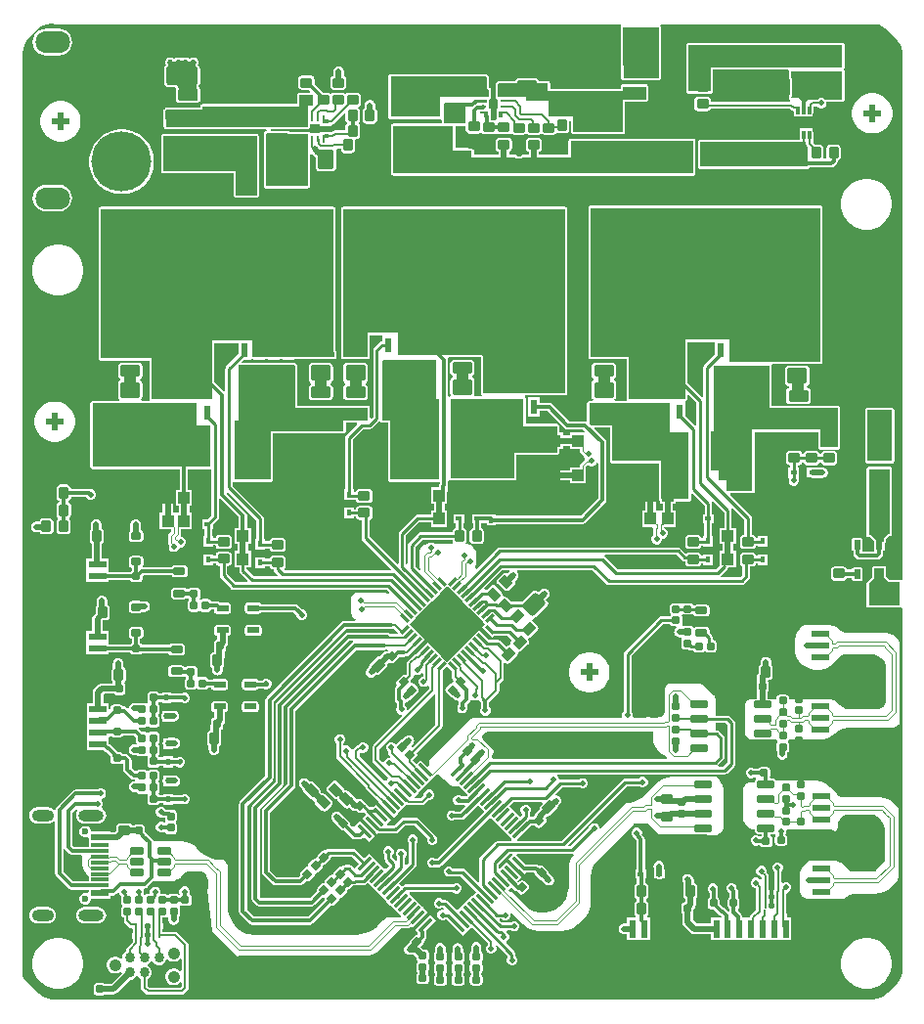
<source format=gbr>
%TF.GenerationSoftware,Altium Limited,Altium Designer,23.1.1 (15)*%
G04 Layer_Physical_Order=1*
G04 Layer_Color=255*
%FSLAX45Y45*%
%MOMM*%
%TF.SameCoordinates,3B15BE60-5205-462F-B1BE-89E8C5D5736D*%
%TF.FilePolarity,Positive*%
%TF.FileFunction,Copper,L1,Top,Signal*%
%TF.Part,Single*%
G01*
G75*
%TA.AperFunction,TestPad*%
%ADD10R,1.50000X0.60000*%
%ADD11R,1.80000X1.20000*%
%TA.AperFunction,SMDPad,CuDef*%
G04:AMPARAMS|DCode=12|XSize=1.6mm|YSize=2.7mm|CornerRadius=0.2mm|HoleSize=0mm|Usage=FLASHONLY|Rotation=270.000|XOffset=0mm|YOffset=0mm|HoleType=Round|Shape=RoundedRectangle|*
%AMROUNDEDRECTD12*
21,1,1.60000,2.30000,0,0,270.0*
21,1,1.20000,2.70000,0,0,270.0*
1,1,0.40000,-1.15000,-0.60000*
1,1,0.40000,-1.15000,0.60000*
1,1,0.40000,1.15000,0.60000*
1,1,0.40000,1.15000,-0.60000*
%
%ADD12ROUNDEDRECTD12*%
G04:AMPARAMS|DCode=13|XSize=1mm|YSize=1.7mm|CornerRadius=0.125mm|HoleSize=0mm|Usage=FLASHONLY|Rotation=270.000|XOffset=0mm|YOffset=0mm|HoleType=Round|Shape=RoundedRectangle|*
%AMROUNDEDRECTD13*
21,1,1.00000,1.45000,0,0,270.0*
21,1,0.75000,1.70000,0,0,270.0*
1,1,0.25000,-0.72500,-0.37500*
1,1,0.25000,-0.72500,0.37500*
1,1,0.25000,0.72500,0.37500*
1,1,0.25000,0.72500,-0.37500*
%
%ADD13ROUNDEDRECTD13*%
G04:AMPARAMS|DCode=14|XSize=1.4mm|YSize=1.7mm|CornerRadius=0.175mm|HoleSize=0mm|Usage=FLASHONLY|Rotation=180.000|XOffset=0mm|YOffset=0mm|HoleType=Round|Shape=RoundedRectangle|*
%AMROUNDEDRECTD14*
21,1,1.40000,1.35000,0,0,180.0*
21,1,1.05000,1.70000,0,0,180.0*
1,1,0.35000,-0.52500,0.67500*
1,1,0.35000,0.52500,0.67500*
1,1,0.35000,0.52500,-0.67500*
1,1,0.35000,-0.52500,-0.67500*
%
%ADD14ROUNDEDRECTD14*%
G04:AMPARAMS|DCode=15|XSize=0.8mm|YSize=1mm|CornerRadius=0.1mm|HoleSize=0mm|Usage=FLASHONLY|Rotation=90.000|XOffset=0mm|YOffset=0mm|HoleType=Round|Shape=RoundedRectangle|*
%AMROUNDEDRECTD15*
21,1,0.80000,0.80000,0,0,90.0*
21,1,0.60000,1.00000,0,0,90.0*
1,1,0.20000,0.40000,0.30000*
1,1,0.20000,0.40000,-0.30000*
1,1,0.20000,-0.40000,-0.30000*
1,1,0.20000,-0.40000,0.30000*
%
%ADD15ROUNDEDRECTD15*%
G04:AMPARAMS|DCode=16|XSize=0.8mm|YSize=1mm|CornerRadius=0.1mm|HoleSize=0mm|Usage=FLASHONLY|Rotation=0.000|XOffset=0mm|YOffset=0mm|HoleType=Round|Shape=RoundedRectangle|*
%AMROUNDEDRECTD16*
21,1,0.80000,0.80000,0,0,0.0*
21,1,0.60000,1.00000,0,0,0.0*
1,1,0.20000,0.30000,-0.40000*
1,1,0.20000,-0.30000,-0.40000*
1,1,0.20000,-0.30000,0.40000*
1,1,0.20000,0.30000,0.40000*
%
%ADD16ROUNDEDRECTD16*%
%ADD17R,0.75000X0.22500*%
%ADD18R,0.60000X0.25000*%
%ADD19R,0.40000X0.35000*%
%ADD20R,0.35000X1.30000*%
G04:AMPARAMS|DCode=21|XSize=1.4mm|YSize=1.7mm|CornerRadius=0.175mm|HoleSize=0mm|Usage=FLASHONLY|Rotation=270.000|XOffset=0mm|YOffset=0mm|HoleType=Round|Shape=RoundedRectangle|*
%AMROUNDEDRECTD21*
21,1,1.40000,1.35000,0,0,270.0*
21,1,1.05000,1.70000,0,0,270.0*
1,1,0.35000,-0.67500,-0.52500*
1,1,0.35000,-0.67500,0.52500*
1,1,0.35000,0.67500,0.52500*
1,1,0.35000,0.67500,-0.52500*
%
%ADD21ROUNDEDRECTD21*%
%ADD22R,3.89000X1.45000*%
%ADD23R,1.45000X3.89000*%
G04:AMPARAMS|DCode=24|XSize=1.8mm|YSize=1.84mm|CornerRadius=0.225mm|HoleSize=0mm|Usage=FLASHONLY|Rotation=90.000|XOffset=0mm|YOffset=0mm|HoleType=Round|Shape=RoundedRectangle|*
%AMROUNDEDRECTD24*
21,1,1.80000,1.39000,0,0,90.0*
21,1,1.35000,1.84000,0,0,90.0*
1,1,0.45000,0.69500,0.67500*
1,1,0.45000,0.69500,-0.67500*
1,1,0.45000,-0.69500,-0.67500*
1,1,0.45000,-0.69500,0.67500*
%
%ADD24ROUNDEDRECTD24*%
%TA.AperFunction,ConnectorPad*%
G04:AMPARAMS|DCode=25|XSize=0.6mm|YSize=0.7mm|CornerRadius=0.075mm|HoleSize=0mm|Usage=FLASHONLY|Rotation=270.000|XOffset=0mm|YOffset=0mm|HoleType=Round|Shape=RoundedRectangle|*
%AMROUNDEDRECTD25*
21,1,0.60000,0.55000,0,0,270.0*
21,1,0.45000,0.70000,0,0,270.0*
1,1,0.15000,-0.27500,-0.22500*
1,1,0.15000,-0.27500,0.22500*
1,1,0.15000,0.27500,0.22500*
1,1,0.15000,0.27500,-0.22500*
%
%ADD25ROUNDEDRECTD25*%
%TA.AperFunction,SMDPad,CuDef*%
G04:AMPARAMS|DCode=26|XSize=0.6mm|YSize=0.7mm|CornerRadius=0.075mm|HoleSize=0mm|Usage=FLASHONLY|Rotation=0.000|XOffset=0mm|YOffset=0mm|HoleType=Round|Shape=RoundedRectangle|*
%AMROUNDEDRECTD26*
21,1,0.60000,0.55000,0,0,0.0*
21,1,0.45000,0.70000,0,0,0.0*
1,1,0.15000,0.22500,-0.27500*
1,1,0.15000,-0.22500,-0.27500*
1,1,0.15000,-0.22500,0.27500*
1,1,0.15000,0.22500,0.27500*
%
%ADD26ROUNDEDRECTD26*%
G04:AMPARAMS|DCode=27|XSize=0.6mm|YSize=0.7mm|CornerRadius=0.075mm|HoleSize=0mm|Usage=FLASHONLY|Rotation=90.000|XOffset=0mm|YOffset=0mm|HoleType=Round|Shape=RoundedRectangle|*
%AMROUNDEDRECTD27*
21,1,0.60000,0.55000,0,0,90.0*
21,1,0.45000,0.70000,0,0,90.0*
1,1,0.15000,0.27500,0.22500*
1,1,0.15000,0.27500,-0.22500*
1,1,0.15000,-0.27500,-0.22500*
1,1,0.15000,-0.27500,0.22500*
%
%ADD27ROUNDEDRECTD27*%
%ADD28R,1.50000X0.60000*%
%ADD29R,1.80000X1.20000*%
G04:AMPARAMS|DCode=30|XSize=0.6mm|YSize=1.45mm|CornerRadius=0.075mm|HoleSize=0mm|Usage=FLASHONLY|Rotation=90.000|XOffset=0mm|YOffset=0mm|HoleType=Round|Shape=RoundedRectangle|*
%AMROUNDEDRECTD30*
21,1,0.60000,1.30000,0,0,90.0*
21,1,0.45000,1.45000,0,0,90.0*
1,1,0.15000,0.65000,0.22500*
1,1,0.15000,0.65000,-0.22500*
1,1,0.15000,-0.65000,-0.22500*
1,1,0.15000,-0.65000,0.22500*
%
%ADD30ROUNDEDRECTD30*%
G04:AMPARAMS|DCode=31|XSize=1.475mm|YSize=0.3mm|CornerRadius=0mm|HoleSize=0mm|Usage=FLASHONLY|Rotation=315.000|XOffset=0mm|YOffset=0mm|HoleType=Round|Shape=Rectangle|*
%AMROTATEDRECTD31*
4,1,4,-0.62756,0.41543,-0.41543,0.62756,0.62756,-0.41543,0.41543,-0.62756,-0.62756,0.41543,0.0*
%
%ADD31ROTATEDRECTD31*%

G04:AMPARAMS|DCode=32|XSize=1.475mm|YSize=0.3mm|CornerRadius=0mm|HoleSize=0mm|Usage=FLASHONLY|Rotation=225.000|XOffset=0mm|YOffset=0mm|HoleType=Round|Shape=Rectangle|*
%AMROTATEDRECTD32*
4,1,4,0.41543,0.62756,0.62756,0.41543,-0.41543,-0.62756,-0.62756,-0.41543,0.41543,0.62756,0.0*
%
%ADD32ROTATEDRECTD32*%

%TA.AperFunction,TestPad*%
G04:AMPARAMS|DCode=33|XSize=0.45mm|YSize=0.5mm|CornerRadius=0.05625mm|HoleSize=0mm|Usage=FLASHONLY|Rotation=0.000|XOffset=0mm|YOffset=0mm|HoleType=Round|Shape=RoundedRectangle|*
%AMROUNDEDRECTD33*
21,1,0.45000,0.38750,0,0,0.0*
21,1,0.33750,0.50000,0,0,0.0*
1,1,0.11250,0.16875,-0.19375*
1,1,0.11250,-0.16875,-0.19375*
1,1,0.11250,-0.16875,0.19375*
1,1,0.11250,0.16875,0.19375*
%
%ADD33ROUNDEDRECTD33*%
%TA.AperFunction,SMDPad,CuDef*%
%ADD34R,1.50000X0.60000*%
%TA.AperFunction,BGAPad,CuDef*%
%ADD35C,0.86300*%
%TA.AperFunction,SMDPad,CuDef*%
G04:AMPARAMS|DCode=36|XSize=0.6mm|YSize=1.2mm|CornerRadius=0.075mm|HoleSize=0mm|Usage=FLASHONLY|Rotation=270.000|XOffset=0mm|YOffset=0mm|HoleType=Round|Shape=RoundedRectangle|*
%AMROUNDEDRECTD36*
21,1,0.60000,1.05000,0,0,270.0*
21,1,0.45000,1.20000,0,0,270.0*
1,1,0.15000,-0.52500,-0.22500*
1,1,0.15000,-0.52500,0.22500*
1,1,0.15000,0.52500,0.22500*
1,1,0.15000,0.52500,-0.22500*
%
%ADD36ROUNDEDRECTD36*%
G04:AMPARAMS|DCode=37|XSize=0.6mm|YSize=0.7mm|CornerRadius=0.075mm|HoleSize=0mm|Usage=FLASHONLY|Rotation=315.000|XOffset=0mm|YOffset=0mm|HoleType=Round|Shape=RoundedRectangle|*
%AMROUNDEDRECTD37*
21,1,0.60000,0.55000,0,0,315.0*
21,1,0.45000,0.70000,0,0,315.0*
1,1,0.15000,-0.03536,-0.35355*
1,1,0.15000,-0.35355,-0.03536*
1,1,0.15000,0.03536,0.35355*
1,1,0.15000,0.35355,0.03536*
%
%ADD37ROUNDEDRECTD37*%
G04:AMPARAMS|DCode=38|XSize=0.6mm|YSize=0.7mm|CornerRadius=0.075mm|HoleSize=0mm|Usage=FLASHONLY|Rotation=225.000|XOffset=0mm|YOffset=0mm|HoleType=Round|Shape=RoundedRectangle|*
%AMROUNDEDRECTD38*
21,1,0.60000,0.55000,0,0,225.0*
21,1,0.45000,0.70000,0,0,225.0*
1,1,0.15000,-0.35355,0.03536*
1,1,0.15000,-0.03536,0.35355*
1,1,0.15000,0.35355,-0.03536*
1,1,0.15000,0.03536,-0.35355*
%
%ADD38ROUNDEDRECTD38*%
G04:AMPARAMS|DCode=39|XSize=0.8mm|YSize=1mm|CornerRadius=0.1mm|HoleSize=0mm|Usage=FLASHONLY|Rotation=225.000|XOffset=0mm|YOffset=0mm|HoleType=Round|Shape=RoundedRectangle|*
%AMROUNDEDRECTD39*
21,1,0.80000,0.80000,0,0,225.0*
21,1,0.60000,1.00000,0,0,225.0*
1,1,0.20000,-0.49498,0.07071*
1,1,0.20000,-0.07071,0.49498*
1,1,0.20000,0.49498,-0.07071*
1,1,0.20000,0.07071,-0.49498*
%
%ADD39ROUNDEDRECTD39*%
%TA.AperFunction,TestPad*%
G04:AMPARAMS|DCode=40|XSize=0.6mm|YSize=1mm|CornerRadius=0.075mm|HoleSize=0mm|Usage=FLASHONLY|Rotation=90.000|XOffset=0mm|YOffset=0mm|HoleType=Round|Shape=RoundedRectangle|*
%AMROUNDEDRECTD40*
21,1,0.60000,0.85000,0,0,90.0*
21,1,0.45000,1.00000,0,0,90.0*
1,1,0.15000,0.42500,0.22500*
1,1,0.15000,0.42500,-0.22500*
1,1,0.15000,-0.42500,-0.22500*
1,1,0.15000,-0.42500,0.22500*
%
%ADD40ROUNDEDRECTD40*%
%TA.AperFunction,SMDPad,CuDef*%
G04:AMPARAMS|DCode=41|XSize=0.55mm|YSize=1.05mm|CornerRadius=0.06875mm|HoleSize=0mm|Usage=FLASHONLY|Rotation=270.000|XOffset=0mm|YOffset=0mm|HoleType=Round|Shape=RoundedRectangle|*
%AMROUNDEDRECTD41*
21,1,0.55000,0.91250,0,0,270.0*
21,1,0.41250,1.05000,0,0,270.0*
1,1,0.13750,-0.45625,-0.20625*
1,1,0.13750,-0.45625,0.20625*
1,1,0.13750,0.45625,0.20625*
1,1,0.13750,0.45625,-0.20625*
%
%ADD41ROUNDEDRECTD41*%
%TA.AperFunction,SMDPad,SMDef*%
%ADD42R,1.00000X1.00000*%
%TA.AperFunction,SMDPad,CuDef*%
%ADD43R,0.55000X0.42000*%
G04:AMPARAMS|DCode=44|XSize=0.8mm|YSize=1mm|CornerRadius=0.1mm|HoleSize=0mm|Usage=FLASHONLY|Rotation=135.000|XOffset=0mm|YOffset=0mm|HoleType=Round|Shape=RoundedRectangle|*
%AMROUNDEDRECTD44*
21,1,0.80000,0.80000,0,0,135.0*
21,1,0.60000,1.00000,0,0,135.0*
1,1,0.20000,0.07071,0.49498*
1,1,0.20000,0.49498,0.07071*
1,1,0.20000,-0.07071,-0.49498*
1,1,0.20000,-0.49498,-0.07071*
%
%ADD44ROUNDEDRECTD44*%
G04:AMPARAMS|DCode=45|XSize=0.85mm|YSize=0.25mm|CornerRadius=0mm|HoleSize=0mm|Usage=FLASHONLY|Rotation=225.000|XOffset=0mm|YOffset=0mm|HoleType=Round|Shape=Rectangle|*
%AMROTATEDRECTD45*
4,1,4,0.21213,0.38891,0.38891,0.21213,-0.21213,-0.38891,-0.38891,-0.21213,0.21213,0.38891,0.0*
%
%ADD45ROTATEDRECTD45*%

%ADD46P,6.01041X4X360.0*%
G04:AMPARAMS|DCode=47|XSize=1.6mm|YSize=2.7mm|CornerRadius=0.2mm|HoleSize=0mm|Usage=FLASHONLY|Rotation=180.000|XOffset=0mm|YOffset=0mm|HoleType=Round|Shape=RoundedRectangle|*
%AMROUNDEDRECTD47*
21,1,1.60000,2.30000,0,0,180.0*
21,1,1.20000,2.70000,0,0,180.0*
1,1,0.40000,-0.60000,1.15000*
1,1,0.40000,0.60000,1.15000*
1,1,0.40000,0.60000,-1.15000*
1,1,0.40000,-0.60000,-1.15000*
%
%ADD47ROUNDEDRECTD47*%
%ADD48R,1.30000X0.35000*%
%ADD49R,0.60000X1.50000*%
%TA.AperFunction,TestPad*%
%ADD50R,1.20000X1.80000*%
%ADD51R,0.60000X1.50000*%
%TA.AperFunction,SMDPad,CuDef*%
G04:AMPARAMS|DCode=52|XSize=0.85mm|YSize=0.25mm|CornerRadius=0mm|HoleSize=0mm|Usage=FLASHONLY|Rotation=315.000|XOffset=0mm|YOffset=0mm|HoleType=Round|Shape=Rectangle|*
%AMROTATEDRECTD52*
4,1,4,-0.38891,0.21213,-0.21213,0.38891,0.38891,-0.21213,0.21213,-0.38891,-0.38891,0.21213,0.0*
%
%ADD52ROTATEDRECTD52*%

G04:AMPARAMS|DCode=53|XSize=1.4mm|YSize=1.7mm|CornerRadius=0.175mm|HoleSize=0mm|Usage=FLASHONLY|Rotation=135.000|XOffset=0mm|YOffset=0mm|HoleType=Round|Shape=RoundedRectangle|*
%AMROUNDEDRECTD53*
21,1,1.40000,1.35000,0,0,135.0*
21,1,1.05000,1.70000,0,0,135.0*
1,1,0.35000,0.10607,0.84853*
1,1,0.35000,0.84853,0.10607*
1,1,0.35000,-0.10607,-0.84853*
1,1,0.35000,-0.84853,-0.10607*
%
%ADD53ROUNDEDRECTD53*%
%ADD54R,0.42000X0.55000*%
%TA.AperFunction,SMDPad,SMDef*%
%ADD55R,1.00000X1.00000*%
%TA.AperFunction,ConnectorPad*%
G04:AMPARAMS|DCode=56|XSize=1.6mm|YSize=2.7mm|CornerRadius=0.2mm|HoleSize=0mm|Usage=FLASHONLY|Rotation=0.000|XOffset=0mm|YOffset=0mm|HoleType=Round|Shape=RoundedRectangle|*
%AMROUNDEDRECTD56*
21,1,1.60000,2.30000,0,0,0.0*
21,1,1.20000,2.70000,0,0,0.0*
1,1,0.40000,0.60000,-1.15000*
1,1,0.40000,-0.60000,-1.15000*
1,1,0.40000,-0.60000,1.15000*
1,1,0.40000,0.60000,1.15000*
%
%ADD56ROUNDEDRECTD56*%
%TA.AperFunction,SMDPad,CuDef*%
G04:AMPARAMS|DCode=57|XSize=0.55mm|YSize=0.8mm|CornerRadius=0.0495mm|HoleSize=0mm|Usage=FLASHONLY|Rotation=0.000|XOffset=0mm|YOffset=0mm|HoleType=Round|Shape=RoundedRectangle|*
%AMROUNDEDRECTD57*
21,1,0.55000,0.70100,0,0,0.0*
21,1,0.45100,0.80000,0,0,0.0*
1,1,0.09900,0.22550,-0.35050*
1,1,0.09900,-0.22550,-0.35050*
1,1,0.09900,-0.22550,0.35050*
1,1,0.09900,0.22550,0.35050*
%
%ADD57ROUNDEDRECTD57*%
%ADD58R,0.30000X0.70000*%
%ADD59R,1.70000X1.00000*%
G04:AMPARAMS|DCode=60|XSize=0.63mm|YSize=0.83mm|CornerRadius=0.07875mm|HoleSize=0mm|Usage=FLASHONLY|Rotation=90.000|XOffset=0mm|YOffset=0mm|HoleType=Round|Shape=RoundedRectangle|*
%AMROUNDEDRECTD60*
21,1,0.63000,0.67250,0,0,90.0*
21,1,0.47250,0.83000,0,0,90.0*
1,1,0.15750,0.33625,0.23625*
1,1,0.15750,0.33625,-0.23625*
1,1,0.15750,-0.33625,-0.23625*
1,1,0.15750,-0.33625,0.23625*
%
%ADD60ROUNDEDRECTD60*%
%ADD61R,5.00000X6.50000*%
%ADD62R,0.25500X0.31000*%
%ADD63R,3.91000X3.81000*%
%ADD64R,0.61000X0.71000*%
%ADD65R,0.61000X1.27000*%
G04:AMPARAMS|DCode=66|XSize=1mm|YSize=1.8mm|CornerRadius=0.125mm|HoleSize=0mm|Usage=FLASHONLY|Rotation=0.000|XOffset=0mm|YOffset=0mm|HoleType=Round|Shape=RoundedRectangle|*
%AMROUNDEDRECTD66*
21,1,1.00000,1.55000,0,0,0.0*
21,1,0.75000,1.80000,0,0,0.0*
1,1,0.25000,0.37500,-0.77500*
1,1,0.25000,-0.37500,-0.77500*
1,1,0.25000,-0.37500,0.77500*
1,1,0.25000,0.37500,0.77500*
%
%ADD66ROUNDEDRECTD66*%
G04:AMPARAMS|DCode=67|XSize=1mm|YSize=1.7mm|CornerRadius=0.125mm|HoleSize=0mm|Usage=FLASHONLY|Rotation=0.000|XOffset=0mm|YOffset=0mm|HoleType=Round|Shape=RoundedRectangle|*
%AMROUNDEDRECTD67*
21,1,1.00000,1.45000,0,0,0.0*
21,1,0.75000,1.70000,0,0,0.0*
1,1,0.25000,0.37500,-0.72500*
1,1,0.25000,-0.37500,-0.72500*
1,1,0.25000,-0.37500,0.72500*
1,1,0.25000,0.37500,0.72500*
%
%ADD67ROUNDEDRECTD67*%
%ADD68R,0.35000X0.40000*%
%ADD69R,0.22500X0.75000*%
%ADD70R,0.25000X0.60000*%
%ADD71R,1.20000X1.80000*%
%TA.AperFunction,TestPad*%
G04:AMPARAMS|DCode=72|XSize=0.25mm|YSize=0.5mm|CornerRadius=0.03125mm|HoleSize=0mm|Usage=FLASHONLY|Rotation=180.000|XOffset=0mm|YOffset=0mm|HoleType=Round|Shape=RoundedRectangle|*
%AMROUNDEDRECTD72*
21,1,0.25000,0.43750,0,0,180.0*
21,1,0.18750,0.50000,0,0,180.0*
1,1,0.06250,-0.09375,0.21875*
1,1,0.06250,0.09375,0.21875*
1,1,0.06250,0.09375,-0.21875*
1,1,0.06250,-0.09375,-0.21875*
%
%ADD72ROUNDEDRECTD72*%
%TA.AperFunction,SMDPad,CuDef*%
%AMCUSTOMSHAPE73*
4,1,12,0.75000,-0.25000,0.25000,-0.25000,0.25000,-0.75001,-0.25000,-0.75000,-0.25000,-0.25000,-0.75000,-0.25000,-0.75000,0.25000,-0.25000,0.25000,-0.25000,0.75000,0.25000,0.75000,0.25000,0.25000,0.75000,0.25000,0.75000,-0.25000,0.0*%
%ADD73CUSTOMSHAPE73*%

%ADD74R,1.50000X0.30000*%
%TA.AperFunction,Conductor*%
%ADD75C,0.30000*%
%ADD76C,0.20000*%
%ADD77C,0.25000*%
%ADD78C,0.50000*%
%ADD79C,0.12400*%
%ADD80C,1.00000*%
%ADD81C,0.20320*%
%ADD82C,0.40000*%
%TA.AperFunction,NonConductor*%
%ADD83R,0.50000X1.50000*%
%ADD84R,1.50000X0.50000*%
%TA.AperFunction,ComponentPad*%
%ADD85C,5.20000*%
%ADD86C,1.52400*%
%ADD87C,1.06700*%
%ADD88O,3.00000X1.90000*%
%ADD89C,0.60000*%
%ADD90O,2.20000X1.00000*%
%ADD91O,1.90000X1.00000*%
%TA.AperFunction,ViaPad*%
%ADD92C,0.50000*%
G36*
X11800000Y10867500D02*
X11495783D01*
Y10965000D01*
X11492679Y10980607D01*
X11490000Y10984617D01*
Y11305000D01*
X11800000D01*
Y10867500D01*
D02*
G37*
G36*
X6559603Y11334601D02*
X6560721Y11333854D01*
X6561964Y11333340D01*
X6563283Y11333077D01*
X6563956Y11333044D01*
X11473112D01*
X11476965Y11320344D01*
X11475581Y11319419D01*
X11471160Y11312804D01*
X11469608Y11305000D01*
D01*
Y10984617D01*
X11470000Y10982647D01*
Y10980639D01*
X11470768Y10978784D01*
X11471160Y10976813D01*
X11472276Y10975143D01*
X11473045Y10973288D01*
X11473470Y10972651D01*
X11475391Y10962992D01*
Y10867500D01*
X11476944Y10859696D01*
X11480000Y10855122D01*
X11481364Y10853081D01*
X11487980Y10848660D01*
X11495783Y10847108D01*
X11800000D01*
X11807804Y10848660D01*
X11814419Y10853081D01*
X11818840Y10859696D01*
X11820392Y10867500D01*
Y11305000D01*
X11818840Y11312804D01*
X11814419Y11319419D01*
X11813035Y11320344D01*
X11816888Y11333044D01*
X13673590D01*
X13705550Y11326687D01*
X13735654Y11314217D01*
X13762749Y11296114D01*
X13774268Y11284593D01*
X13859872Y11198990D01*
X13859871Y11198990D01*
X13872073Y11186788D01*
X13891248Y11158091D01*
X13904456Y11126205D01*
X13911189Y11092355D01*
Y11056087D01*
X13909015Y6526623D01*
X13899490Y6520011D01*
X13896310Y6519137D01*
X13889999Y6520392D01*
X13798447D01*
X13770392Y6548447D01*
Y6620000D01*
X13768840Y6627804D01*
X13764420Y6634419D01*
X13757803Y6638840D01*
X13750000Y6640392D01*
X13670000D01*
X13662196Y6638840D01*
X13655582Y6634419D01*
X13651160Y6627804D01*
X13649608Y6620000D01*
Y6548447D01*
X13605582Y6504419D01*
X13601160Y6497804D01*
X13599608Y6490000D01*
Y6300000D01*
X13601160Y6292196D01*
X13605582Y6285581D01*
X13612196Y6281160D01*
X13620000Y6279608D01*
X13889999D01*
X13896196Y6280841D01*
X13899947Y6279640D01*
X13908893Y6273296D01*
X13907388Y3138857D01*
Y3122220D01*
X13900897Y3089587D01*
X13888164Y3058848D01*
X13869679Y3031183D01*
X13857915Y3019419D01*
X13800153Y2961655D01*
X13800151D01*
X13782462Y2943966D01*
X13740862Y2916169D01*
X13694637Y2897022D01*
X13645563Y2887261D01*
X6557157D01*
X6513326Y2895979D01*
X6472039Y2913081D01*
X6434881Y2937909D01*
X6419081Y2953709D01*
X6329160Y3043630D01*
X6329160Y3043630D01*
X6329159Y3043630D01*
X6319197Y3053593D01*
X6303542Y3077023D01*
X6292758Y3103057D01*
X6287261Y3130694D01*
Y3144783D01*
Y11049334D01*
Y11074351D01*
X6297022Y11123423D01*
X6316169Y11169648D01*
X6343966Y11211250D01*
X6418543Y11285827D01*
X6454658Y11309958D01*
X6494786Y11326580D01*
X6537387Y11335054D01*
X6559104D01*
X6559603Y11334601D01*
D02*
G37*
G36*
X13750000Y6540000D02*
X13789999Y6500000D01*
X13889999D01*
Y6300000D01*
X13620000D01*
Y6490000D01*
X13670000Y6540000D01*
X13670000D01*
Y6620000D01*
X13750000D01*
Y6540000D01*
D02*
G37*
%LPC*%
G36*
X6605000Y11290992D02*
X6495000D01*
X6464979Y11287040D01*
X6437004Y11275452D01*
X6412981Y11257019D01*
X6394548Y11232996D01*
X6382960Y11205021D01*
X6379008Y11175000D01*
X6382960Y11144979D01*
X6394548Y11117004D01*
X6412981Y11092981D01*
X6437004Y11074548D01*
X6464979Y11062960D01*
X6495000Y11059008D01*
X6605000D01*
X6635021Y11062960D01*
X6662996Y11074548D01*
X6687019Y11092981D01*
X6705452Y11117004D01*
X6717040Y11144979D01*
X6720992Y11175000D01*
X6717040Y11205021D01*
X6705452Y11232996D01*
X6687019Y11257019D01*
X6662996Y11275452D01*
X6635021Y11287040D01*
X6605000Y11290992D01*
D02*
G37*
G36*
X7778951Y11045000D02*
X7761049D01*
X7744510Y11038149D01*
X7735000Y11028640D01*
X7725491Y11038149D01*
X7708951Y11045000D01*
X7691049D01*
X7674510Y11038149D01*
X7670000Y11033640D01*
X7665490Y11038149D01*
X7648951Y11045000D01*
X7631049D01*
X7614510Y11038149D01*
X7605000Y11028640D01*
X7595491Y11038149D01*
X7578951Y11045000D01*
X7561049D01*
X7544510Y11038149D01*
X7531851Y11025491D01*
X7525000Y11008951D01*
Y10991049D01*
X7531851Y10974510D01*
X7531829Y10974284D01*
X7531161Y10973838D01*
X7522321Y10960607D01*
X7519216Y10945000D01*
Y10825000D01*
X7522321Y10809393D01*
X7531161Y10796162D01*
X7544393Y10787321D01*
X7560000Y10784217D01*
X7615990D01*
X7622778Y10771517D01*
X7621885Y10770181D01*
X7619363Y10757500D01*
Y10682500D01*
X7621885Y10669819D01*
X7629069Y10659069D01*
X7639819Y10651886D01*
X7652500Y10649363D01*
X7797500D01*
X7810180Y10651886D01*
X7820931Y10659069D01*
X7828114Y10669819D01*
X7830636Y10682500D01*
Y10757500D01*
X7828114Y10770181D01*
X7820931Y10780931D01*
X7819917Y10781608D01*
X7818838Y10796162D01*
X7827679Y10809393D01*
X7830783Y10825000D01*
Y10945000D01*
X7827679Y10960607D01*
X7818838Y10973838D01*
X7810248Y10979578D01*
X7815000Y10991049D01*
Y11008951D01*
X7808149Y11025491D01*
X7795490Y11038149D01*
X7778951Y11045000D01*
D02*
G37*
G36*
X9030000Y10965882D02*
X9025568Y10965000D01*
X9021049D01*
X9016874Y10963271D01*
X9012442Y10962389D01*
X9008684Y10959878D01*
X9004510Y10958149D01*
X9001314Y10954954D01*
X8997557Y10952443D01*
X8995046Y10948685D01*
X8991851Y10945490D01*
X8990122Y10941316D01*
X8987611Y10937558D01*
X8986729Y10933126D01*
X8985000Y10928951D01*
Y10924432D01*
X8984118Y10920000D01*
Y10885413D01*
X8973295Y10883259D01*
X8963371Y10876629D01*
X8956741Y10866705D01*
X8954412Y10855000D01*
Y10795000D01*
X8956741Y10783295D01*
X8963371Y10773371D01*
X8973295Y10766741D01*
X8985000Y10764413D01*
X9065000D01*
X9076705Y10766741D01*
X9086629Y10773371D01*
X9093259Y10783295D01*
X9095588Y10795000D01*
Y10855000D01*
X9093259Y10866705D01*
X9086629Y10876629D01*
X9076705Y10883259D01*
X9075882Y10883423D01*
Y10920000D01*
X9075000Y10924432D01*
Y10928951D01*
X9073271Y10933126D01*
X9072389Y10937558D01*
X9069878Y10941316D01*
X9068149Y10945490D01*
X9064954Y10948685D01*
X9062443Y10952443D01*
X9058685Y10954954D01*
X9055490Y10958149D01*
X9051316Y10959878D01*
X9047558Y10962389D01*
X9043126Y10963271D01*
X9038951Y10965000D01*
X9034432D01*
X9030000Y10965882D01*
D02*
G37*
G36*
X13389999Y11170392D02*
X12060000D01*
X12052196Y11168840D01*
X12045581Y11164419D01*
X12041160Y11157804D01*
X12039608Y11150000D01*
Y10750000D01*
X12041160Y10742196D01*
X12045581Y10735581D01*
X12052196Y10731160D01*
X12060000Y10729608D01*
X12139017D01*
X12140000Y10729413D01*
X12220000D01*
X12220983Y10729608D01*
X12250000D01*
X12257804Y10731160D01*
X12264419Y10735581D01*
X12268840Y10742196D01*
X12270392Y10750000D01*
Y10939608D01*
X12923773D01*
X12930920Y10928188D01*
X12930981Y10926908D01*
X12929608Y10920000D01*
Y10900000D01*
Y10864616D01*
X12930000Y10862646D01*
Y10860637D01*
X12930768Y10858782D01*
X12931160Y10856812D01*
X12932275Y10855142D01*
X12932335Y10855000D01*
X12933044Y10853287D01*
X12933470Y10852650D01*
X12935391Y10842992D01*
Y10727008D01*
X12933470Y10717349D01*
X12933044Y10716713D01*
X12932275Y10714857D01*
X12931160Y10713187D01*
X12930768Y10711217D01*
X12930264Y10710000D01*
X12930000Y10709362D01*
Y10707354D01*
X12929608Y10705384D01*
Y10690000D01*
X12931160Y10682196D01*
X12935580Y10675581D01*
X12939012Y10673288D01*
X12935205Y10660588D01*
X12250588D01*
Y10670000D01*
X12248259Y10681705D01*
X12241629Y10691629D01*
X12231705Y10698259D01*
X12220000Y10700588D01*
X12140000D01*
X12128295Y10698259D01*
X12118371Y10691629D01*
X12111741Y10681705D01*
X12109412Y10670000D01*
Y10610000D01*
X12111741Y10598295D01*
X12117283Y10590000D01*
X12118371Y10588371D01*
X12128295Y10581741D01*
X12140000Y10579412D01*
X12220000D01*
X12231705Y10581741D01*
X12241629Y10588371D01*
X12248259Y10598295D01*
X12248481Y10599412D01*
X12937331D01*
X12948370Y10588371D01*
X12958295Y10581741D01*
X12970000Y10579412D01*
X12972501D01*
Y10530000D01*
X13142499D01*
Y10587044D01*
X13143088Y10590000D01*
X13143086Y10590001D01*
Y10619412D01*
X13176949D01*
X13184509Y10611851D01*
X13201048Y10605000D01*
X13218951D01*
X13235490Y10611851D01*
X13248149Y10624510D01*
X13255000Y10641049D01*
Y10658951D01*
X13255440Y10659608D01*
X13389999D01*
X13397804Y10661160D01*
X13404419Y10665581D01*
X13408839Y10672196D01*
X13410393Y10680000D01*
Y10920000D01*
X13408839Y10927804D01*
X13404419Y10934419D01*
Y10945581D01*
X13408839Y10952196D01*
X13410393Y10960000D01*
Y11150000D01*
X13408839Y11157804D01*
X13404419Y11164419D01*
X13397804Y11168840D01*
X13389999Y11170392D01*
D02*
G37*
G36*
X8790000Y10885588D02*
X8710000D01*
X8698295Y10883259D01*
X8688371Y10876629D01*
X8681741Y10866705D01*
X8679412Y10855000D01*
Y10795000D01*
X8681741Y10783295D01*
X8688371Y10773371D01*
X8698295Y10766741D01*
X8710000Y10764412D01*
X8770120D01*
X8782408Y10752125D01*
X8777547Y10740392D01*
X8690000D01*
X8682196Y10738840D01*
X8677329Y10735588D01*
X8675581Y10734419D01*
X8671160Y10727804D01*
X8669608Y10720000D01*
Y10680000D01*
Y10640392D01*
X7850000D01*
X7842196Y10638840D01*
X7835581Y10634419D01*
X7831160Y10627804D01*
X7829608Y10620000D01*
Y10610392D01*
X7539132D01*
X7538965Y10610359D01*
X7538796Y10610389D01*
X7535057Y10609581D01*
X7531329Y10608840D01*
X7531187Y10608745D01*
X7531019Y10608708D01*
X7527887Y10606540D01*
X7524713Y10604419D01*
X7524618Y10604276D01*
X7524477Y10604179D01*
X7515646Y10595051D01*
X7515553Y10594907D01*
X7515414Y10594807D01*
X7513399Y10591565D01*
X7511336Y10588364D01*
X7511305Y10588195D01*
X7511214Y10588049D01*
X7510595Y10584292D01*
X7509912Y10580536D01*
X7509949Y10580367D01*
X7509921Y10580199D01*
X7514502Y10441660D01*
X7515331Y10438110D01*
X7516043Y10434531D01*
X7516233Y10434246D01*
X7516311Y10433912D01*
X7518436Y10430949D01*
X7520463Y10427915D01*
X7520748Y10427725D01*
X7520948Y10427446D01*
X7524046Y10425521D01*
X7527079Y10423495D01*
X7527415Y10423428D01*
X7527706Y10423247D01*
X7531305Y10422654D01*
X7534883Y10421942D01*
X8403375D01*
X8404448Y10409242D01*
X8401826Y10408796D01*
X8401704Y10408719D01*
X8401563Y10408693D01*
X8398347Y10406609D01*
X8395091Y10404561D01*
X8395007Y10404443D01*
X8394886Y10404365D01*
X8385782Y10395511D01*
X8385701Y10395392D01*
X8385581Y10395312D01*
X8383446Y10392117D01*
X8381271Y10388957D01*
X8381241Y10388816D01*
X8381160Y10388696D01*
X8380412Y10384936D01*
X8379610Y10381176D01*
X8379636Y10381033D01*
X8379608Y10380892D01*
Y9930000D01*
X8381160Y9922196D01*
X8385581Y9915581D01*
X8392196Y9911160D01*
X8400000Y9909608D01*
X8760000D01*
X8767804Y9911160D01*
X8774419Y9915581D01*
X8778840Y9922196D01*
X8780392Y9930000D01*
Y10089760D01*
X8781434Y10095000D01*
Y10205719D01*
X8794134Y10210979D01*
X8815057Y10190057D01*
X8828566Y10181031D01*
Y10095000D01*
X8831476Y10080369D01*
X8839764Y10067964D01*
X8852168Y10059676D01*
X8866800Y10056766D01*
X8971800D01*
X8986431Y10059676D01*
X8998836Y10067964D01*
X9007124Y10080369D01*
X9010034Y10095000D01*
Y10230000D01*
X9007705Y10241712D01*
X9014700Y10254413D01*
X9049412D01*
Y10245000D01*
X9051741Y10233295D01*
X9058371Y10223371D01*
X9068295Y10216741D01*
X9080000Y10214413D01*
X9140000D01*
X9151705Y10216741D01*
X9161629Y10223371D01*
X9168259Y10233295D01*
X9170587Y10245000D01*
Y10325000D01*
X9170247Y10326712D01*
X9180000Y10339412D01*
X9191705Y10341741D01*
X9201629Y10348371D01*
X9208259Y10358295D01*
X9210588Y10370000D01*
Y10450000D01*
X9208259Y10461705D01*
X9201629Y10471629D01*
Y10478371D01*
X9208259Y10488295D01*
X9210588Y10500000D01*
Y10580000D01*
X9208259Y10591705D01*
X9201629Y10601629D01*
X9199152Y10603284D01*
X9201705Y10616741D01*
X9211629Y10623371D01*
X9218259Y10633295D01*
X9220588Y10645000D01*
Y10705000D01*
X9218259Y10716705D01*
X9211629Y10726629D01*
X9201705Y10733259D01*
X9190000Y10735588D01*
X9110000D01*
X9098295Y10733259D01*
X9088371Y10726629D01*
X9077274Y10732880D01*
X9076705Y10733259D01*
X9065000Y10735588D01*
X8985000D01*
X8973295Y10733259D01*
X8972726Y10732880D01*
X8961629Y10726629D01*
X8951705Y10733259D01*
X8940000Y10735588D01*
X8896679D01*
X8890233Y10745234D01*
X8820588Y10814880D01*
Y10855000D01*
X8818259Y10866705D01*
X8811629Y10876629D01*
X8801705Y10883259D01*
X8790000Y10885588D01*
D02*
G37*
G36*
X9300000Y10675882D02*
X9295568Y10675000D01*
X9291049D01*
X9286874Y10673271D01*
X9282442Y10672389D01*
X9278684Y10669878D01*
X9274510Y10668149D01*
X9271314Y10664954D01*
X9267557Y10662443D01*
X9265046Y10658686D01*
X9261851Y10655491D01*
X9260122Y10651316D01*
X9257611Y10647558D01*
X9256729Y10643126D01*
X9255000Y10638951D01*
Y10634432D01*
X9254118Y10630000D01*
Y10605469D01*
X9248371Y10601629D01*
X9241741Y10591705D01*
X9239412Y10580000D01*
Y10500000D01*
X9241741Y10488295D01*
X9248371Y10478371D01*
X9258295Y10471741D01*
X9270000Y10469412D01*
X9330000D01*
X9341705Y10471741D01*
X9351629Y10478371D01*
X9358259Y10488295D01*
X9360588Y10500000D01*
Y10580000D01*
X9358259Y10591705D01*
X9351629Y10601629D01*
X9345881Y10605469D01*
Y10630000D01*
X9345000Y10634432D01*
Y10638951D01*
X9343271Y10643126D01*
X9342389Y10647558D01*
X9339878Y10651316D01*
X9338149Y10655491D01*
X9334954Y10658686D01*
X9332443Y10662443D01*
X9328685Y10664954D01*
X9325490Y10668149D01*
X9321316Y10669878D01*
X9317558Y10672389D01*
X9313126Y10673271D01*
X9308951Y10675000D01*
X9304432D01*
X9300000Y10675882D01*
D02*
G37*
G36*
X13667236Y10735000D02*
X13632764D01*
X13598953Y10728275D01*
X13567107Y10715083D01*
X13538445Y10695931D01*
X13514069Y10671556D01*
X13494917Y10642893D01*
X13481725Y10611045D01*
X13475000Y10577236D01*
Y10542764D01*
X13481725Y10508954D01*
X13494917Y10477106D01*
X13514069Y10448444D01*
X13538445Y10424069D01*
X13567107Y10404917D01*
X13598953Y10391725D01*
X13632764Y10385000D01*
X13667236D01*
X13701045Y10391725D01*
X13732893Y10404917D01*
X13761555Y10424069D01*
X13785931Y10448444D01*
X13805083Y10477106D01*
X13818275Y10508954D01*
X13825000Y10542764D01*
Y10577236D01*
X13818275Y10611045D01*
X13805083Y10642893D01*
X13785931Y10671556D01*
X13761555Y10695931D01*
X13732893Y10715083D01*
X13701045Y10728275D01*
X13667236Y10735000D01*
D02*
G37*
G36*
X10300000Y10900392D02*
X9480000D01*
X9472196Y10898840D01*
X9465581Y10894419D01*
X9461160Y10887804D01*
X9459608Y10880000D01*
Y10530000D01*
X9461160Y10522196D01*
X9465581Y10515581D01*
X9472196Y10511160D01*
X9480000Y10509608D01*
X9910000D01*
X9919608Y10498570D01*
Y10470392D01*
X9500000D01*
X9492196Y10468840D01*
X9485581Y10464419D01*
X9481160Y10457804D01*
X9479608Y10450000D01*
Y10050001D01*
X9479608Y10050000D01*
X9481160Y10042196D01*
X9485581Y10035581D01*
X9485581Y10035580D01*
X9495581Y10025581D01*
X9502196Y10021160D01*
X9510000Y10019608D01*
X12100000D01*
X12107804Y10021160D01*
X12114419Y10025581D01*
X12118840Y10032196D01*
X12120392Y10040000D01*
Y10320000D01*
X12118840Y10327804D01*
X12114419Y10334419D01*
X12107804Y10338840D01*
X12100000Y10340392D01*
X11040000D01*
X11032196Y10338840D01*
X11025581Y10334419D01*
X11021160Y10327804D01*
X11019608Y10320000D01*
Y10200392D01*
X10765881D01*
Y10225582D01*
X10771705Y10226741D01*
X10781629Y10233371D01*
X10788259Y10243294D01*
X10790588Y10255000D01*
Y10315000D01*
X10788259Y10326705D01*
X10781629Y10336629D01*
X10771705Y10343259D01*
X10760000Y10345587D01*
X10680000D01*
X10668295Y10343259D01*
X10658371Y10336629D01*
X10651741Y10326705D01*
X10649412Y10315000D01*
Y10255000D01*
X10651741Y10243294D01*
X10658371Y10233371D01*
X10668295Y10226741D01*
X10674118Y10225582D01*
Y10200392D01*
X10624076D01*
X10622107Y10200000D01*
X10620097D01*
X10618241Y10199231D01*
X10616272Y10198840D01*
X10614602Y10197724D01*
X10612746Y10196955D01*
X10611326Y10195535D01*
X10609656Y10194419D01*
X10608592Y10192827D01*
X10607356Y10192001D01*
X10605936Y10190581D01*
X10604266Y10189465D01*
X10603939Y10189138D01*
X10603512Y10188961D01*
X10601842Y10187845D01*
X10599987Y10187077D01*
X10599601Y10186819D01*
X10599147Y10186729D01*
X10597292Y10185961D01*
X10595322Y10185569D01*
X10594894Y10185392D01*
X10594432D01*
X10592462Y10185000D01*
X10590454D01*
X10590000Y10184910D01*
X10589546Y10185000D01*
X10587538D01*
X10585568Y10185392D01*
X10585105D01*
X10584678Y10185569D01*
X10582707Y10185961D01*
X10580852Y10186729D01*
X10580399Y10186819D01*
X10580013Y10187077D01*
X10578158Y10187846D01*
X10576488Y10188961D01*
X10576061Y10189138D01*
X10575734Y10189465D01*
X10574063Y10190581D01*
X10572644Y10192001D01*
X10571407Y10192827D01*
X10570344Y10194419D01*
X10568673Y10195535D01*
X10567254Y10196955D01*
X10565398Y10197724D01*
X10563728Y10198840D01*
X10561759Y10199231D01*
X10559903Y10200000D01*
X10557893D01*
X10555924Y10200392D01*
X10505881D01*
Y10230583D01*
X10511705Y10231741D01*
X10521629Y10238371D01*
X10528259Y10248295D01*
X10530588Y10260000D01*
Y10320000D01*
X10528259Y10331706D01*
X10521629Y10341629D01*
X10511705Y10348259D01*
X10500000Y10350588D01*
X10420000D01*
X10408295Y10348259D01*
X10398371Y10341629D01*
X10391741Y10331706D01*
X10389412Y10320000D01*
Y10260000D01*
X10391741Y10248295D01*
X10398371Y10238371D01*
X10408295Y10231741D01*
X10414118Y10230583D01*
Y10200392D01*
X10200392D01*
Y10234412D01*
X10198840Y10242216D01*
X10194419Y10248832D01*
X10187804Y10253252D01*
X10180000Y10254804D01*
X10162008D01*
X10156251Y10255950D01*
X10154746Y10256955D01*
X10152891Y10257724D01*
X10151220Y10258840D01*
X10149250Y10259232D01*
X10147394Y10260000D01*
X10145386D01*
X10143417Y10260392D01*
X10040392D01*
Y10449608D01*
X10129412D01*
Y10415000D01*
X10131741Y10403295D01*
X10138371Y10393371D01*
X10148295Y10386741D01*
X10160000Y10384412D01*
X10240000D01*
X10251705Y10386741D01*
X10261628Y10393371D01*
X10265031D01*
X10268371Y10388371D01*
X10278295Y10381741D01*
X10290000Y10379413D01*
X10370000D01*
X10381705Y10381741D01*
X10385730Y10384430D01*
X10398371Y10388371D01*
X10408295Y10381741D01*
X10420000Y10379412D01*
X10500000D01*
X10511705Y10381741D01*
X10513421Y10382887D01*
X10528371Y10383371D01*
X10538295Y10376741D01*
X10550000Y10374412D01*
X10630000D01*
X10641705Y10376741D01*
X10651629Y10383371D01*
X10664270Y10379430D01*
X10668295Y10376740D01*
X10680000Y10374412D01*
X10760000D01*
X10771705Y10376740D01*
X10775730Y10379430D01*
X10788371Y10383371D01*
X10798294Y10376741D01*
X10810000Y10374412D01*
X10890000D01*
X10901705Y10376741D01*
X10911628Y10383371D01*
X10918259Y10393294D01*
X10922533Y10392250D01*
X10923295Y10391741D01*
X10935000Y10389412D01*
X10995000D01*
X11006705Y10391741D01*
X11016629Y10398371D01*
X11023259Y10408295D01*
X11025588Y10420000D01*
Y10488592D01*
X11038288Y10497537D01*
X11039608Y10497064D01*
Y10400000D01*
X11041160Y10392196D01*
X11045581Y10385581D01*
X11052196Y10381160D01*
X11060000Y10379608D01*
X11490000D01*
X11497804Y10381160D01*
X11504419Y10385581D01*
X11508840Y10392196D01*
X11510392Y10400000D01*
Y10659608D01*
X11690000D01*
X11697804Y10661160D01*
X11704419Y10665581D01*
X11708840Y10672196D01*
X11710392Y10680000D01*
Y10790000D01*
X11708840Y10797804D01*
X11704419Y10804419D01*
X11697804Y10808840D01*
X11690000Y10810392D01*
X11490000D01*
X11482196Y10808840D01*
X11475581Y10804419D01*
X11471160Y10797804D01*
X11469608Y10790000D01*
Y10770392D01*
X10860392D01*
Y10820000D01*
X10858840Y10827804D01*
X10854419Y10834419D01*
X10847804Y10838840D01*
X10840000Y10840392D01*
X10763309D01*
X10762824Y10842832D01*
X10754536Y10855236D01*
X10742131Y10863524D01*
X10727500Y10866435D01*
X10592500D01*
X10577869Y10863524D01*
X10565464Y10855236D01*
X10557176Y10842832D01*
X10556691Y10840392D01*
X10420000D01*
X10412197Y10838840D01*
X10402196Y10834697D01*
X10395581Y10830277D01*
X10391160Y10823661D01*
X10389608Y10815858D01*
Y10700000D01*
X10391160Y10692196D01*
X10395000Y10686450D01*
Y10682550D01*
X10400116D01*
X10402196Y10681160D01*
X10410000Y10679608D01*
Y10597450D01*
X10395000D01*
Y10504651D01*
X10383467Y10497082D01*
X10381705Y10498259D01*
X10370000Y10500588D01*
X10345686D01*
Y10534900D01*
X10345000Y10538347D01*
Y10597450D01*
X10330000D01*
Y10648030D01*
X10330392Y10650000D01*
Y10679686D01*
X10337804Y10681160D01*
X10339884Y10682550D01*
X10345000D01*
Y10686450D01*
X10348840Y10692196D01*
X10350392Y10700000D01*
Y10760000D01*
X10348840Y10767804D01*
X10345000Y10773550D01*
Y10780100D01*
X10338739D01*
X10330392Y10788447D01*
Y10869999D01*
X10330392Y10870000D01*
X10328840Y10877804D01*
X10324419Y10884419D01*
X10324419Y10884420D01*
X10314419Y10894419D01*
X10307804Y10898840D01*
X10300000Y10900392D01*
D02*
G37*
G36*
X6637236Y10665000D02*
X6602764D01*
X6568954Y10658275D01*
X6537106Y10645083D01*
X6508444Y10625931D01*
X6484069Y10601556D01*
X6464917Y10572894D01*
X6451725Y10541045D01*
X6445000Y10507236D01*
Y10472764D01*
X6451725Y10438954D01*
X6464917Y10407106D01*
X6484069Y10378444D01*
X6508444Y10354069D01*
X6537106Y10334917D01*
X6568954Y10321725D01*
X6602764Y10315000D01*
X6637236D01*
X6671045Y10321725D01*
X6702893Y10334917D01*
X6731556Y10354069D01*
X6755931Y10378444D01*
X6775083Y10407106D01*
X6788275Y10438954D01*
X6795000Y10472764D01*
Y10507236D01*
X6788275Y10541045D01*
X6775083Y10572894D01*
X6755931Y10601556D01*
X6731556Y10625931D01*
X6702893Y10645083D01*
X6671045Y10658275D01*
X6637236Y10665000D01*
D02*
G37*
G36*
X13142499Y10430000D02*
X13022501D01*
Y10330392D01*
X12160000D01*
X12152196Y10328840D01*
X12145581Y10324419D01*
X12141160Y10317804D01*
X12139608Y10310000D01*
Y10100000D01*
X12141160Y10092196D01*
X12145581Y10085581D01*
X12152196Y10081160D01*
X12160000Y10079608D01*
X13089999D01*
X13097804Y10081160D01*
X13104419Y10085581D01*
X13108839Y10092196D01*
X13109261Y10094314D01*
X13297426D01*
X13311082Y10097031D01*
X13322659Y10104766D01*
X13340234Y10122340D01*
X13347969Y10133918D01*
X13350687Y10147574D01*
Y10150543D01*
X13356705Y10151741D01*
X13366629Y10158371D01*
X13373259Y10168295D01*
X13375587Y10180000D01*
Y10260000D01*
X13373259Y10271705D01*
X13366629Y10281629D01*
X13356705Y10288259D01*
X13345000Y10290587D01*
X13285001D01*
X13273296Y10288259D01*
X13263371Y10281629D01*
X13256741Y10271705D01*
X13254411Y10260000D01*
Y10180000D01*
X13254733Y10178386D01*
X13246935Y10168828D01*
X13233064D01*
X13225267Y10178386D01*
X13225587Y10180000D01*
Y10260000D01*
X13223259Y10271705D01*
X13216629Y10281629D01*
X13206705Y10288259D01*
X13195000Y10290587D01*
X13155170D01*
X13138457Y10307300D01*
X13138980Y10320000D01*
X13142499D01*
Y10430000D01*
D02*
G37*
G36*
X7172036Y10420000D02*
X7127963D01*
X7084433Y10413105D01*
X7042517Y10399486D01*
X7003248Y10379478D01*
X6967592Y10353572D01*
X6936428Y10322408D01*
X6910522Y10286752D01*
X6890514Y10247483D01*
X6876895Y10205567D01*
X6870000Y10162037D01*
Y10117964D01*
X6876895Y10074433D01*
X6890514Y10032517D01*
X6910522Y9993248D01*
X6936428Y9957592D01*
X6967592Y9926428D01*
X7003248Y9900522D01*
X7042517Y9880514D01*
X7084433Y9866895D01*
X7127963Y9860000D01*
X7172036D01*
X7215567Y9866895D01*
X7257483Y9880514D01*
X7296752Y9900522D01*
X7332408Y9926428D01*
X7363572Y9957592D01*
X7389477Y9993248D01*
X7409486Y10032517D01*
X7423105Y10074433D01*
X7430000Y10117964D01*
Y10162037D01*
X7423105Y10205567D01*
X7409486Y10247483D01*
X7389477Y10286752D01*
X7363572Y10322408D01*
X7332408Y10353572D01*
X7296752Y10379478D01*
X7257483Y10399486D01*
X7215567Y10413105D01*
X7172036Y10420000D01*
D02*
G37*
G36*
X8320000Y10380392D02*
X7510000D01*
X7502196Y10378840D01*
X7495581Y10374419D01*
X7491160Y10367804D01*
X7489608Y10360000D01*
Y10060000D01*
X7491160Y10052196D01*
X7495581Y10045581D01*
X7502196Y10041160D01*
X7510000Y10039608D01*
X8119608D01*
Y9850000D01*
X8121160Y9842196D01*
X8125581Y9835581D01*
X8132196Y9831160D01*
X8140000Y9829608D01*
X8320000D01*
X8327804Y9831160D01*
X8334419Y9835581D01*
X8338840Y9842196D01*
X8340392Y9850000D01*
Y10360000D01*
X8338840Y10367804D01*
X8334419Y10374419D01*
X8327804Y10378840D01*
X8320000Y10380392D01*
D02*
G37*
G36*
X6605000Y9940992D02*
X6495000D01*
X6464979Y9937040D01*
X6437004Y9925452D01*
X6412981Y9907019D01*
X6394548Y9882996D01*
X6382960Y9855021D01*
X6379008Y9825000D01*
X6382960Y9794979D01*
X6394548Y9767004D01*
X6412981Y9742981D01*
X6437004Y9724548D01*
X6464979Y9712960D01*
X6495000Y9709008D01*
X6605000D01*
X6635021Y9712960D01*
X6662996Y9724548D01*
X6687019Y9742981D01*
X6705452Y9767004D01*
X6717040Y9794979D01*
X6720992Y9825000D01*
X6717040Y9855021D01*
X6705452Y9882996D01*
X6687019Y9907019D01*
X6662996Y9925452D01*
X6635021Y9937040D01*
X6605000Y9940992D01*
D02*
G37*
G36*
X13621667Y9995000D02*
X13578333D01*
X13535828Y9986545D01*
X13495792Y9969961D01*
X13459758Y9945885D01*
X13429115Y9915242D01*
X13405038Y9879209D01*
X13388455Y9839172D01*
X13380000Y9796668D01*
Y9753332D01*
X13388455Y9710828D01*
X13405038Y9670791D01*
X13429115Y9634758D01*
X13459758Y9604115D01*
X13495792Y9580039D01*
X13535828Y9563455D01*
X13578333Y9555000D01*
X13621667D01*
X13664172Y9563455D01*
X13704208Y9580039D01*
X13740242Y9604115D01*
X13770885Y9634758D01*
X13794962Y9670791D01*
X13811545Y9710828D01*
X13820000Y9753332D01*
Y9796668D01*
X13811545Y9839172D01*
X13794962Y9879209D01*
X13770885Y9915242D01*
X13740242Y9945885D01*
X13704208Y9969961D01*
X13664172Y9986545D01*
X13621667Y9995000D01*
D02*
G37*
G36*
X6621668Y9420000D02*
X6578332D01*
X6535828Y9411545D01*
X6495791Y9394961D01*
X6459758Y9370885D01*
X6429115Y9340242D01*
X6405039Y9304209D01*
X6388455Y9264171D01*
X6380000Y9221668D01*
Y9178332D01*
X6388455Y9135828D01*
X6405039Y9095791D01*
X6429115Y9059758D01*
X6459758Y9029115D01*
X6495791Y9005039D01*
X6535828Y8988454D01*
X6578332Y8980000D01*
X6621668D01*
X6664172Y8988454D01*
X6704209Y9005039D01*
X6740242Y9029115D01*
X6770885Y9059758D01*
X6794961Y9095791D01*
X6811545Y9135828D01*
X6820000Y9178332D01*
Y9221668D01*
X6811545Y9264171D01*
X6794961Y9304209D01*
X6770885Y9340242D01*
X6740242Y9370885D01*
X6704209Y9394961D01*
X6664172Y9411545D01*
X6621668Y9420000D01*
D02*
G37*
G36*
X9242500Y8401435D02*
X9107501D01*
X9092869Y8398524D01*
X9080465Y8390236D01*
X9072176Y8377832D01*
X9069266Y8363200D01*
Y8258201D01*
X9072176Y8243569D01*
X9080465Y8231165D01*
X9088494Y8225800D01*
X9089054Y8220442D01*
X9087980Y8211886D01*
X9079069Y8205932D01*
X9071886Y8195181D01*
X9069364Y8182501D01*
Y8107500D01*
X9071886Y8094820D01*
X9079069Y8084069D01*
X9089820Y8076886D01*
X9102500Y8074364D01*
X9247500D01*
X9260181Y8076886D01*
X9270931Y8084069D01*
X9278115Y8094820D01*
X9280637Y8107500D01*
Y8182501D01*
X9278115Y8195181D01*
X9270931Y8205932D01*
X9262021Y8211886D01*
X9260947Y8220442D01*
X9261507Y8225800D01*
X9269536Y8231165D01*
X9277824Y8243569D01*
X9280735Y8258201D01*
Y8363200D01*
X9277824Y8377832D01*
X9269536Y8390236D01*
X9257132Y8398524D01*
X9242500Y8401435D01*
D02*
G37*
G36*
X8942500D02*
X8807501D01*
X8792869Y8398524D01*
X8780465Y8390236D01*
X8772176Y8377832D01*
X8769266Y8363200D01*
Y8258201D01*
X8772176Y8243569D01*
X8780465Y8231165D01*
X8788494Y8225800D01*
X8789054Y8220442D01*
X8787980Y8211886D01*
X8779069Y8205932D01*
X8771886Y8195181D01*
X8769364Y8182501D01*
Y8107500D01*
X8771886Y8094820D01*
X8779069Y8084069D01*
X8789820Y8076886D01*
X8802500Y8074364D01*
X8947500D01*
X8960181Y8076886D01*
X8970931Y8084069D01*
X8978114Y8094820D01*
X8980637Y8107500D01*
Y8182501D01*
X8978114Y8195181D01*
X8970931Y8205932D01*
X8962020Y8211886D01*
X8960947Y8220442D01*
X8961507Y8225800D01*
X8969536Y8231165D01*
X8977824Y8243569D01*
X8980735Y8258201D01*
Y8363200D01*
X8977824Y8377832D01*
X8969536Y8390236D01*
X8957132Y8398524D01*
X8942500Y8401435D01*
D02*
G37*
G36*
X13200000Y9760392D02*
X11210444D01*
X11202641Y9758840D01*
X11196025Y9754419D01*
X11191604Y9747804D01*
X11190052Y9740000D01*
Y8450000D01*
X11191604Y8442196D01*
X11196025Y8435581D01*
X11202641Y8431160D01*
X11210444Y8429608D01*
X11519608D01*
Y8090000D01*
X11520982Y8083092D01*
X11520920Y8081812D01*
X11513774Y8070392D01*
X11420886D01*
X11417033Y8083092D01*
X11419536Y8084764D01*
X11427824Y8097169D01*
X11430735Y8111800D01*
Y8216800D01*
X11427824Y8231432D01*
X11419536Y8243836D01*
X11411507Y8249201D01*
X11410947Y8254558D01*
X11412021Y8263115D01*
X11420931Y8269069D01*
X11428115Y8279819D01*
X11430637Y8292500D01*
Y8367500D01*
X11428115Y8380181D01*
X11420931Y8390931D01*
X11410181Y8398114D01*
X11397500Y8400637D01*
X11252500D01*
X11239820Y8398114D01*
X11229069Y8390931D01*
X11221886Y8380181D01*
X11219364Y8367500D01*
Y8292500D01*
X11221886Y8279819D01*
X11229069Y8269069D01*
X11237980Y8263115D01*
X11239054Y8254558D01*
X11238494Y8249201D01*
X11230465Y8243836D01*
X11222176Y8231432D01*
X11219266Y8216800D01*
Y8111800D01*
X11222176Y8097169D01*
X11230465Y8084764D01*
X11232968Y8083092D01*
X11229115Y8070392D01*
X11200000D01*
X11192196Y8068840D01*
X11185581Y8064419D01*
X11181160Y8057804D01*
X11179608Y8050000D01*
Y7903104D01*
X11166908Y7894312D01*
X11160000Y7895686D01*
X11024781D01*
X10876233Y8044234D01*
X10864656Y8051970D01*
X10850999Y8054686D01*
X10766000D01*
Y8102500D01*
X10665001D01*
Y7935501D01*
X10766000D01*
Y7983315D01*
X10836218D01*
X10984766Y7834766D01*
X10996344Y7827031D01*
X11010000Y7824314D01*
X11145218D01*
X11161833Y7807700D01*
X11156572Y7795000D01*
X11030000D01*
Y7770392D01*
X10970000D01*
Y7795000D01*
X10940392D01*
Y7850000D01*
X10938840Y7857804D01*
X10934419Y7864419D01*
X10927804Y7868840D01*
X10920000Y7870392D01*
X10650392D01*
Y8090000D01*
X10648840Y8097804D01*
X10644419Y8104419D01*
X10640695Y8106908D01*
X10643811Y8119608D01*
X10990000D01*
X10997804Y8121160D01*
X11004419Y8125581D01*
X11008840Y8132196D01*
X11010392Y8140000D01*
Y9730000D01*
X11008840Y9737804D01*
X11004419Y9744419D01*
X10997804Y9748840D01*
X10990000Y9750392D01*
X9070000D01*
X9062196Y9748840D01*
X9055581Y9744419D01*
X9051160Y9737804D01*
X9049608Y9730000D01*
Y8450000D01*
X9051160Y8442196D01*
X9055581Y8435581D01*
X9062196Y8431160D01*
X9070000Y8429608D01*
X9280000D01*
X9287804Y8431160D01*
X9294419Y8435581D01*
X9298840Y8442196D01*
X9300392Y8450000D01*
Y8639608D01*
X9396345D01*
X9409000Y8639500D01*
Y8589137D01*
X9406000D01*
X9393320Y8586615D01*
X9382569Y8579432D01*
X9336569Y8533431D01*
X9329386Y8522681D01*
X9326863Y8510000D01*
Y7933726D01*
X9312125Y7918987D01*
X9300392Y7923847D01*
Y8010000D01*
X9298840Y8017804D01*
X9294419Y8024419D01*
X9287804Y8028840D01*
X9280000Y8030392D01*
X8670392D01*
Y8375858D01*
X8668840Y8383661D01*
X8664419Y8390277D01*
X8657804Y8394697D01*
X8647803Y8398840D01*
X8640000Y8400392D01*
X8195348D01*
X8190488Y8412125D01*
X8205862Y8427500D01*
X8259999D01*
X8260000Y8427500D01*
Y8427500D01*
X8272072Y8431123D01*
X8272700Y8431060D01*
X8280000Y8429608D01*
X8286001D01*
Y8427500D01*
X8387000D01*
Y8429608D01*
X8413001D01*
Y8427500D01*
X8514000D01*
Y8429608D01*
X8540001D01*
Y8427500D01*
X8641000D01*
Y8429608D01*
X8990000D01*
X8997804Y8431160D01*
X9004419Y8435581D01*
X9008840Y8442196D01*
X9010392Y8450000D01*
Y8490000D01*
X9008840Y8497804D01*
X9004419Y8504419D01*
X9004419Y8504420D01*
X9004384Y8504454D01*
Y9730736D01*
X9002832Y9738540D01*
X8998412Y9745155D01*
X8991796Y9749576D01*
X8983992Y9751128D01*
X6970737D01*
X6970736Y9751128D01*
X6962932Y9749576D01*
X6956317Y9745155D01*
X6955581Y9744419D01*
X6951160Y9737804D01*
X6949608Y9730000D01*
Y8440000D01*
X6951160Y8432196D01*
X6955581Y8425581D01*
X6962196Y8421160D01*
X6970000Y8419608D01*
X7389608D01*
Y8090000D01*
X7390982Y8083092D01*
X7390920Y8081812D01*
X7383773Y8070392D01*
X7320886D01*
X7317033Y8083092D01*
X7319536Y8084764D01*
X7327824Y8097169D01*
X7330735Y8111800D01*
Y8216800D01*
X7327824Y8231432D01*
X7319536Y8243836D01*
X7311507Y8249201D01*
X7310947Y8254558D01*
X7312020Y8263115D01*
X7320931Y8269069D01*
X7328114Y8279819D01*
X7330637Y8292500D01*
Y8367500D01*
X7328114Y8380181D01*
X7320931Y8390931D01*
X7310181Y8398114D01*
X7297500Y8400637D01*
X7152500D01*
X7139820Y8398114D01*
X7129069Y8390931D01*
X7121886Y8380181D01*
X7119364Y8367500D01*
Y8292500D01*
X7121886Y8279819D01*
X7129069Y8269069D01*
X7137980Y8263115D01*
X7139054Y8254558D01*
X7138494Y8249201D01*
X7130465Y8243836D01*
X7122176Y8231432D01*
X7119266Y8216800D01*
Y8111800D01*
X7122176Y8097169D01*
X7130465Y8084764D01*
X7132968Y8083092D01*
X7129115Y8070392D01*
X6900000D01*
X6892196Y8068840D01*
X6885581Y8064419D01*
X6881160Y8057804D01*
X6879608Y8050000D01*
Y7500000D01*
X6881160Y7492196D01*
X6885581Y7485581D01*
X6892196Y7481160D01*
X6900000Y7479608D01*
X7654314D01*
Y7300000D01*
X7620000D01*
Y7160000D01*
X7644598D01*
Y7100000D01*
X7620001D01*
Y7100000D01*
X7619999Y7100000D01*
X7604371Y7100000D01*
X7595390Y7108980D01*
Y7204989D01*
X7593838Y7212793D01*
X7589418Y7219408D01*
X7587300Y7220823D01*
X7582802Y7223829D01*
X7574999Y7225381D01*
X7524999D01*
X7517195Y7223829D01*
X7510579Y7219408D01*
X7506159Y7212793D01*
X7504607Y7204989D01*
Y7180000D01*
Y7100000D01*
X7480000D01*
Y6960000D01*
X7576927D01*
Y6938734D01*
X7560399Y6922206D01*
X7554608Y6913540D01*
X7552575Y6903317D01*
Y6840974D01*
X7554608Y6830751D01*
X7560399Y6822085D01*
X7560697Y6821786D01*
X7558224Y6815815D01*
Y6797913D01*
X7565075Y6781373D01*
X7577733Y6768715D01*
X7594273Y6761864D01*
X7612175D01*
X7628714Y6768715D01*
X7641373Y6781373D01*
X7645388Y6791068D01*
X7651393Y6802327D01*
X7669294D01*
X7685834Y6809178D01*
X7698492Y6821837D01*
X7705343Y6838376D01*
Y6856278D01*
X7698492Y6872818D01*
X7685834Y6885476D01*
X7669294Y6892327D01*
X7668586D01*
X7666948Y6893671D01*
X7661545Y6903020D01*
X7661265Y6905027D01*
X7663073Y6914116D01*
Y6960000D01*
X7760000D01*
Y7100000D01*
X7735382D01*
Y7160000D01*
X7760000D01*
Y7300000D01*
X7725686D01*
Y7479608D01*
X7920000D01*
X7926863Y7473975D01*
Y7078726D01*
X7889138Y7041000D01*
X7847500D01*
Y6959001D01*
X7864364D01*
Y6902500D01*
X7859000D01*
Y6807501D01*
X7941000D01*
Y6820564D01*
X7961578D01*
X7963541Y6810695D01*
X7970172Y6800772D01*
X7980095Y6794141D01*
X7991800Y6791813D01*
X8071800D01*
X8083506Y6794141D01*
X8093429Y6800772D01*
X8100059Y6810695D01*
X8102388Y6822401D01*
Y6882401D01*
X8100059Y6894106D01*
X8093429Y6904029D01*
X8083506Y6910660D01*
X8071800Y6912988D01*
X7991800D01*
X7980095Y6910660D01*
X7970172Y6904029D01*
X7963541Y6894106D01*
X7962095Y6886837D01*
X7941000D01*
Y6902500D01*
X7930637D01*
Y6959001D01*
X7942500D01*
Y7000638D01*
X7983431Y7041569D01*
X7990614Y7052319D01*
X7993137Y7065000D01*
Y7218435D01*
X8005837Y7223696D01*
X8164315Y7065218D01*
Y6970000D01*
X8130001D01*
Y6830000D01*
X8154609D01*
Y6770000D01*
X8130001D01*
Y6630000D01*
X8166864D01*
Y6600000D01*
X8169386Y6587319D01*
X8176569Y6576569D01*
X8238268Y6514870D01*
X8233408Y6503137D01*
X8133726D01*
X8064937Y6571925D01*
Y6641813D01*
X8071800D01*
X8083506Y6644141D01*
X8093429Y6650772D01*
X8100059Y6660695D01*
X8102388Y6672401D01*
Y6732401D01*
X8100059Y6744106D01*
X8093429Y6754029D01*
X8083506Y6760660D01*
X8071800Y6762988D01*
X7991800D01*
X7980095Y6760660D01*
X7970172Y6754029D01*
X7963541Y6744106D01*
X7961213Y6732401D01*
Y6731837D01*
X7941000D01*
Y6742500D01*
X7859000D01*
Y6647501D01*
X7941000D01*
Y6665564D01*
X7962573D01*
X7963541Y6660695D01*
X7970172Y6650772D01*
X7980095Y6644141D01*
X7991800Y6641813D01*
X7998664D01*
Y6558200D01*
X8001186Y6545519D01*
X8008369Y6534769D01*
X8096569Y6446569D01*
X8107319Y6439386D01*
X8120000Y6436863D01*
X9447305D01*
X9468631Y6415537D01*
X9462735Y6405274D01*
X9461656Y6404552D01*
X9434267Y6410000D01*
X9202338D01*
X9182550Y6406064D01*
X9163909Y6398343D01*
X9147133Y6387133D01*
X9140000Y6380000D01*
Y6231559D01*
X9142624Y6218366D01*
X9147771Y6205939D01*
X9155244Y6194755D01*
X9160000Y6190000D01*
X9164755Y6185244D01*
X9175020Y6178386D01*
X9175183Y6177038D01*
X9168292Y6165686D01*
X9080000D01*
X9066344Y6162969D01*
X9054766Y6155234D01*
X8404766Y5505233D01*
X8397031Y5493656D01*
X8394314Y5480000D01*
Y4824782D01*
X8174766Y4605234D01*
X8167031Y4593657D01*
X8164314Y4580000D01*
Y3650000D01*
X8167031Y3636344D01*
X8174766Y3624766D01*
X8254766Y3544766D01*
X8266344Y3537031D01*
X8280000Y3534314D01*
X8777537D01*
X8791194Y3537031D01*
X8802771Y3544766D01*
X8961054Y3703050D01*
X8963211Y3701609D01*
X8973941Y3699474D01*
X8984671Y3701609D01*
X8993768Y3707687D01*
X9025587Y3739506D01*
X9031665Y3748603D01*
X9033800Y3759333D01*
X9033787Y3759397D01*
X9044587Y3770198D01*
X9044652Y3770185D01*
X9055382Y3772319D01*
X9064478Y3778397D01*
X9096298Y3810217D01*
X9102376Y3819313D01*
X9104253Y3828750D01*
X9108292Y3840895D01*
X9119022Y3843030D01*
X9128118Y3849108D01*
X9153699Y3874689D01*
X9168396D01*
X9181077Y3877211D01*
X9184004Y3879167D01*
X9243383D01*
X9256064Y3881689D01*
X9266814Y3888873D01*
X9279189Y3901247D01*
X9372430Y3808006D01*
X9443141Y3737295D01*
X9478496Y3701940D01*
X9568703Y3611733D01*
X9563842Y3600000D01*
X9482426D01*
X9482426Y3599999D01*
X9472338Y3600000D01*
X9452549Y3596064D01*
X9433909Y3588343D01*
X9417133Y3577133D01*
X9410000Y3570000D01*
X9364395Y3524395D01*
X9345925Y3507655D01*
X9304524Y3479992D01*
X9258522Y3460937D01*
X9209686Y3451223D01*
X9184789Y3450000D01*
X8280711D01*
X8263978Y3450822D01*
X8231156Y3457351D01*
X8200238Y3470157D01*
X8172413Y3488749D01*
X8160000Y3500000D01*
X8144395Y3515605D01*
X8144395D01*
X8127655Y3534074D01*
X8099992Y3575475D01*
X8080937Y3621478D01*
X8071223Y3670314D01*
X8070000Y3695210D01*
Y4031715D01*
X8070000D01*
X8070000Y4031715D01*
X8070000Y4031718D01*
X8070001Y4038440D01*
X8069013Y4043408D01*
X8067377Y4051634D01*
X8062230Y4064061D01*
X8054756Y4075245D01*
X8050000Y4080000D01*
X8044142Y4085857D01*
X8044143Y4085858D01*
X8040780Y4089221D01*
X8032871Y4094505D01*
X8024084Y4098145D01*
X8014755Y4100000D01*
X8010000Y4099999D01*
X8005210Y4100000D01*
X7980314Y4101223D01*
X7931478Y4110937D01*
X7915106Y4117719D01*
X7910136Y4121040D01*
X7904272Y4122206D01*
X7885475Y4129992D01*
X7844074Y4157655D01*
X7825605Y4174394D01*
X7800000Y4200000D01*
X7800000Y4200000D01*
X7799999Y4200000D01*
X7785733Y4214267D01*
X7752181Y4236686D01*
X7714900Y4252129D01*
X7675323Y4260000D01*
X7655146Y4260000D01*
X7423676Y4260000D01*
X7422969Y4263552D01*
X7415234Y4275130D01*
X7368283Y4322081D01*
X7367969Y4323656D01*
X7360234Y4335233D01*
X7350539Y4344928D01*
Y4377500D01*
X7348404Y4388230D01*
X7342326Y4397326D01*
X7333230Y4403404D01*
X7322500Y4405539D01*
X7277500D01*
X7266770Y4403404D01*
X7257674Y4397326D01*
X7256708Y4395881D01*
X7240469D01*
X7236629Y4401629D01*
X7226705Y4408259D01*
X7215000Y4410588D01*
X7135000D01*
X7123295Y4408259D01*
X7113371Y4401629D01*
X7106741Y4391705D01*
X7104412Y4380000D01*
Y4349298D01*
X7090995Y4335882D01*
X7055000D01*
Y4340000D01*
X6885000D01*
Y4349946D01*
X6877388Y4368323D01*
X6863323Y4382388D01*
X6844946Y4390000D01*
X6825054D01*
X6806677Y4382388D01*
X6792612Y4368323D01*
X6785000Y4349946D01*
Y4330054D01*
X6792612Y4311677D01*
X6806677Y4297612D01*
X6825054Y4290000D01*
X6844946D01*
X6852300Y4293046D01*
X6865000Y4284560D01*
Y4260000D01*
X6865000D01*
Y4210686D01*
X6739781D01*
X6725686Y4224781D01*
Y4505219D01*
X6758576Y4538108D01*
X6762832Y4537331D01*
X6768183Y4523443D01*
X6763855Y4517802D01*
X6756802Y4500774D01*
X6754396Y4482500D01*
X6756802Y4464227D01*
X6763855Y4447198D01*
X6775075Y4432576D01*
X6789698Y4421355D01*
X6806726Y4414302D01*
X6825000Y4411896D01*
X6945000D01*
X6963274Y4414302D01*
X6980302Y4421355D01*
X6994925Y4432576D01*
X7006145Y4447198D01*
X7013198Y4464227D01*
X7015604Y4482500D01*
X7013198Y4500774D01*
X7006145Y4517802D01*
X6994925Y4532425D01*
X6982485Y4541970D01*
X6979123Y4554818D01*
X6979529Y4557711D01*
X6985859Y4572993D01*
Y4590895D01*
X6979008Y4607435D01*
X6974142Y4612300D01*
X6978951Y4625000D01*
X6995490Y4631851D01*
X7008149Y4644510D01*
X7015000Y4661049D01*
Y4678951D01*
X7008149Y4695490D01*
X6995490Y4708149D01*
X6978951Y4715000D01*
X6961049D01*
X6944510Y4708149D01*
X6942046Y4705686D01*
X6750000D01*
X6736344Y4702969D01*
X6724767Y4695234D01*
X6584766Y4555233D01*
X6577031Y4543656D01*
X6575031Y4533600D01*
X6565527Y4530100D01*
X6561674Y4530144D01*
X6559924Y4532425D01*
X6545302Y4543645D01*
X6528273Y4550698D01*
X6510000Y4553104D01*
X6420000D01*
X6401727Y4550698D01*
X6384698Y4543645D01*
X6370076Y4532425D01*
X6358855Y4517802D01*
X6351802Y4500774D01*
X6349396Y4482500D01*
X6351802Y4464227D01*
X6358855Y4447198D01*
X6370076Y4432576D01*
X6384698Y4421355D01*
X6401727Y4414302D01*
X6420000Y4411896D01*
X6510000D01*
X6528273Y4414302D01*
X6545302Y4421355D01*
X6559924Y4432576D01*
X6561614Y4434778D01*
X6574314Y4430467D01*
Y3980000D01*
X6577031Y3966344D01*
X6584766Y3954767D01*
X6689767Y3849766D01*
X6701344Y3842031D01*
X6715000Y3839314D01*
X6865000D01*
Y3815440D01*
X6852300Y3806954D01*
X6844946Y3810000D01*
X6825054D01*
X6806677Y3802388D01*
X6792612Y3788323D01*
X6785000Y3769946D01*
Y3750054D01*
X6792612Y3731677D01*
X6806677Y3717612D01*
X6825054Y3710000D01*
X6844946D01*
X6863323Y3717612D01*
X6877388Y3731677D01*
X6885000Y3750054D01*
Y3760000D01*
X7055000D01*
Y3789314D01*
X7075000D01*
X7088656Y3792031D01*
X7100234Y3799766D01*
X7113267Y3812799D01*
X7126311Y3807883D01*
X7131851Y3794510D01*
X7144363Y3781997D01*
Y3767500D01*
X7144461Y3767007D01*
Y3727500D01*
X7146596Y3716770D01*
X7152674Y3707674D01*
X7152729Y3707637D01*
Y3692363D01*
X7152674Y3692326D01*
X7146596Y3683230D01*
X7144461Y3672500D01*
Y3627500D01*
X7146596Y3616770D01*
X7152674Y3607674D01*
X7161770Y3601596D01*
X7169412Y3600076D01*
Y3570001D01*
X7169412Y3570000D01*
X7171741Y3558295D01*
X7178371Y3548371D01*
X7210871Y3515872D01*
X7210871Y3515871D01*
X7220794Y3509241D01*
X7232500Y3506912D01*
X7242047D01*
Y3503125D01*
X7243842Y3494102D01*
X7244412Y3493249D01*
Y3476752D01*
X7243842Y3475898D01*
X7242047Y3466875D01*
Y3423125D01*
X7243842Y3414102D01*
X7244412Y3413248D01*
Y3387670D01*
X7201521Y3344779D01*
X7194891Y3334855D01*
X7192562Y3323150D01*
X7192562Y3323149D01*
Y3306574D01*
X7185228Y3303536D01*
X7167464Y3285772D01*
X7157850Y3262561D01*
Y3244343D01*
X7145150Y3239083D01*
X7139038Y3245195D01*
X7122312Y3254851D01*
X7103656Y3259850D01*
X7084343D01*
X7065688Y3254851D01*
X7048962Y3245195D01*
X7035305Y3231538D01*
X7025649Y3214812D01*
X7020650Y3196157D01*
Y3176844D01*
X7025649Y3158188D01*
X7035305Y3141462D01*
X7048962Y3127806D01*
X7065688Y3118149D01*
X7084343Y3113150D01*
X7103656D01*
X7122312Y3118149D01*
X7136278Y3126212D01*
X7145698Y3123798D01*
X7150251Y3121059D01*
X7150902Y3117789D01*
X7058995Y3025881D01*
X7003292D01*
X7002326Y3027326D01*
X6993230Y3033404D01*
X6982500Y3035539D01*
X6937500D01*
X6926770Y3033404D01*
X6917674Y3027326D01*
X6911596Y3018230D01*
X6909461Y3007500D01*
Y2952500D01*
X6911596Y2941770D01*
X6917674Y2932674D01*
X6926770Y2926596D01*
X6937500Y2924461D01*
X6982500D01*
X6993230Y2926596D01*
X7002326Y2932674D01*
X7003292Y2934118D01*
X7078000D01*
X7095558Y2937611D01*
X7110443Y2947557D01*
X7222736Y3059850D01*
X7233561D01*
X7256772Y3069464D01*
X7274536Y3087229D01*
X7277627Y3094690D01*
X7291373D01*
X7294464Y3087229D01*
X7312228Y3069464D01*
X7317412Y3067317D01*
Y2992001D01*
X7317412Y2992000D01*
X7319741Y2980295D01*
X7326371Y2970371D01*
X7358371Y2938372D01*
X7358371Y2938371D01*
X7368295Y2931741D01*
X7380000Y2929412D01*
X7380001Y2929412D01*
X7669999D01*
X7670000Y2929412D01*
X7681705Y2931741D01*
X7691629Y2938371D01*
X7721629Y2968371D01*
X7728259Y2978295D01*
X7730588Y2990000D01*
Y3360000D01*
X7728259Y3371705D01*
X7721629Y3381629D01*
X7721628Y3381629D01*
X7636629Y3466629D01*
X7626705Y3473260D01*
X7615000Y3475588D01*
X7614998Y3475588D01*
X7506220D01*
X7506158Y3475898D01*
X7505588Y3476752D01*
Y3493249D01*
X7506158Y3494102D01*
X7507953Y3503125D01*
Y3546875D01*
X7506158Y3555898D01*
X7505588Y3556752D01*
Y3599461D01*
X7527500D01*
X7538230Y3601596D01*
X7541418Y3603726D01*
X7554118Y3596938D01*
Y3580000D01*
X7555000Y3575568D01*
Y3571049D01*
X7556729Y3566874D01*
X7557611Y3562442D01*
X7560122Y3558684D01*
X7561851Y3554510D01*
X7565046Y3551314D01*
X7567557Y3547557D01*
X7571315Y3545046D01*
X7574510Y3541851D01*
X7578684Y3540122D01*
X7582442Y3537611D01*
X7586874Y3536729D01*
X7591049Y3535000D01*
X7595568D01*
X7600000Y3534118D01*
X7604432Y3535000D01*
X7608951D01*
X7613126Y3536729D01*
X7617558Y3537611D01*
X7621316Y3540122D01*
X7625490Y3541851D01*
X7628686Y3545046D01*
X7632443Y3547557D01*
X7634954Y3551314D01*
X7638149Y3554510D01*
X7639878Y3558684D01*
X7642389Y3562442D01*
X7643271Y3566874D01*
X7645000Y3571049D01*
Y3575568D01*
X7645882Y3580000D01*
Y3606708D01*
X7647326Y3607674D01*
X7653404Y3616770D01*
X7655539Y3627500D01*
Y3672500D01*
X7653404Y3683230D01*
X7652405Y3684725D01*
X7655973Y3700661D01*
X7659972Y3702798D01*
X7661770Y3701596D01*
X7672500Y3699462D01*
X7727500D01*
X7738230Y3701596D01*
X7747326Y3707674D01*
X7753404Y3716771D01*
X7755539Y3727501D01*
Y3772500D01*
X7753404Y3783230D01*
X7747326Y3792327D01*
X7738230Y3798405D01*
X7739049Y3811191D01*
X7740067Y3813648D01*
Y3831550D01*
X7733216Y3848090D01*
X7720557Y3860748D01*
X7704018Y3867599D01*
X7686116D01*
X7669576Y3860748D01*
X7656918Y3848090D01*
X7650067Y3831550D01*
Y3813648D01*
X7654757Y3802325D01*
X7644320Y3794335D01*
X7638230Y3798404D01*
X7627500Y3800539D01*
X7572500D01*
X7561770Y3798404D01*
X7552674Y3792326D01*
X7547326D01*
X7538230Y3798404D01*
X7527500Y3800539D01*
X7492023D01*
X7485000Y3811049D01*
Y3828951D01*
X7478149Y3845490D01*
X7465491Y3858149D01*
X7448951Y3865000D01*
X7431049D01*
X7414510Y3858149D01*
X7401851Y3845490D01*
X7395000Y3828951D01*
Y3811049D01*
X7387977Y3800539D01*
X7372500D01*
X7361770Y3798404D01*
X7352674Y3792326D01*
X7347326D01*
X7338230Y3798404D01*
X7337479Y3799809D01*
X7342961Y3813045D01*
Y3830947D01*
X7338543Y3841614D01*
X7345876Y3854314D01*
X7350000D01*
X7363656Y3857031D01*
X7375234Y3864766D01*
X7420467Y3910000D01*
X7563431D01*
X7576882Y3910000D01*
X7603267Y3915247D01*
X7628121Y3925542D01*
X7650489Y3940488D01*
X7660000Y3950000D01*
X7674644Y3964644D01*
X7674645Y3964644D01*
Y3964644D01*
X7683913Y3972929D01*
X7703096Y3985747D01*
X7724959Y3994803D01*
X7748168Y3999419D01*
X7760000Y3999999D01*
X7807573Y4000000D01*
X7807573Y3999999D01*
X7807574Y3999999D01*
X7807588Y3999999D01*
X7819278Y3999177D01*
X7837307Y3995591D01*
X7855857Y3987907D01*
X7872551Y3976750D01*
X7879998Y3969998D01*
X7887055Y3954697D01*
X7896513Y3922395D01*
X7899487Y3888868D01*
X7895863Y3855405D01*
X7891610Y3839101D01*
X7930000Y3479999D01*
X8149999Y3260000D01*
X8149999Y3259998D01*
X8150015Y3260009D01*
X8160220Y3266868D01*
X8164230Y3268530D01*
X8170795Y3269835D01*
X8174142Y3270000D01*
X9279999Y3270000D01*
X9279999Y3270000D01*
X9291888Y3269999D01*
X9292639Y3270149D01*
X9315209Y3274638D01*
X9337178Y3283738D01*
X9356949Y3296948D01*
X9365355Y3305355D01*
X9533430Y3473430D01*
X9533431Y3473429D01*
X9533431Y3473430D01*
X9547474Y3486159D01*
X9572361Y3502788D01*
X9626180D01*
X9636402Y3504822D01*
X9645069Y3510612D01*
X9657446Y3522990D01*
X9669415Y3511021D01*
X9801998Y3643603D01*
X9760000Y3685601D01*
Y3690000D01*
X9757634Y3690116D01*
X9754951Y3690650D01*
X9717145Y3728456D01*
X9640471Y3805130D01*
X9645331Y3816863D01*
X10019497D01*
X10024510Y3811851D01*
X10041049Y3805000D01*
X10058951D01*
X10075490Y3811851D01*
X10088149Y3824509D01*
X10095000Y3841049D01*
Y3858951D01*
X10088149Y3875490D01*
X10075490Y3888149D01*
X10058951Y3895000D01*
X10041049D01*
X10024510Y3888149D01*
X10019497Y3883137D01*
X9605344D01*
X9592663Y3880614D01*
X9581913Y3873431D01*
X9577042Y3868560D01*
X9553193Y3892408D01*
X9693431Y4032647D01*
X9700614Y4043397D01*
X9703137Y4056078D01*
Y4239497D01*
X9708149Y4244510D01*
X9715000Y4261049D01*
Y4278951D01*
X9708149Y4295491D01*
X9695490Y4308149D01*
X9678951Y4315000D01*
X9661049D01*
X9644510Y4308149D01*
X9631851Y4295491D01*
X9625000Y4278951D01*
Y4261049D01*
X9631851Y4244510D01*
X9636863Y4239497D01*
Y4069803D01*
X9614870Y4047810D01*
X9603136Y4052670D01*
Y4119497D01*
X9608149Y4124510D01*
X9615000Y4141049D01*
Y4158951D01*
X9608149Y4175491D01*
X9595490Y4188149D01*
X9578951Y4195000D01*
X9561049D01*
X9544509Y4188149D01*
X9531851Y4175491D01*
X9525000Y4158951D01*
Y4141049D01*
X9531851Y4124510D01*
X9536863Y4119497D01*
Y4089423D01*
X9524163Y4085571D01*
X9523431Y4086666D01*
X9493136Y4116961D01*
Y4139497D01*
X9498149Y4144510D01*
X9505000Y4161049D01*
Y4178951D01*
X9498149Y4195490D01*
X9485490Y4208149D01*
X9468951Y4215000D01*
X9451049D01*
X9434509Y4208149D01*
X9421851Y4195490D01*
X9415000Y4178951D01*
Y4161049D01*
X9421851Y4144510D01*
X9426863Y4139497D01*
Y4103236D01*
X9429386Y4090555D01*
X9436569Y4079805D01*
X9466863Y4049510D01*
Y4041225D01*
X9444054Y4018416D01*
X9426639Y4018961D01*
X9377734Y4067867D01*
X9292881Y4152720D01*
X9250021Y4109860D01*
X9176449Y4183431D01*
X9165699Y4190614D01*
X9153018Y4193137D01*
X8943274D01*
X8930593Y4190614D01*
X8919843Y4183431D01*
X8914040Y4177628D01*
X8913961Y4177681D01*
X8903231Y4179816D01*
X8892501Y4177681D01*
X8883404Y4171603D01*
X8844514Y4132712D01*
X8838436Y4123616D01*
X8836301Y4112886D01*
X8825449Y4109105D01*
X8814719Y4106970D01*
X8805622Y4100892D01*
X8773803Y4069073D01*
X8767725Y4059976D01*
X8765590Y4049246D01*
X8765603Y4049182D01*
X8754803Y4038381D01*
X8754738Y4038394D01*
X8744008Y4036259D01*
X8734912Y4030181D01*
X8703092Y3998362D01*
X8697014Y3989265D01*
X8694880Y3978535D01*
X8697014Y3967805D01*
X8698455Y3965649D01*
X8678492Y3945686D01*
X8494781D01*
X8435686Y4004781D01*
Y4505218D01*
X8645234Y4714766D01*
X8652969Y4726344D01*
X8655686Y4740000D01*
Y5385218D01*
X9184782Y5914314D01*
X9420000D01*
X9433656Y5917031D01*
X9437220Y5919412D01*
X9448507D01*
X9455195Y5906712D01*
X9452444Y5902701D01*
X9450754D01*
X9433195Y5899209D01*
X9418310Y5889263D01*
X9385817Y5856770D01*
X9379038Y5858118D01*
X9367333Y5855790D01*
X9357409Y5849159D01*
X9300841Y5792591D01*
X9294210Y5782667D01*
X9291882Y5770962D01*
X9292578Y5767464D01*
X9277557Y5752443D01*
X9275046Y5748685D01*
X9271851Y5745490D01*
X9270122Y5741316D01*
X9267611Y5737558D01*
X9266729Y5733125D01*
X9265000Y5728951D01*
Y5724432D01*
X9264118Y5720000D01*
X9265000Y5715568D01*
Y5711049D01*
X9266729Y5706875D01*
X9267611Y5702442D01*
X9270122Y5698684D01*
X9271851Y5694510D01*
X9275046Y5691314D01*
X9277557Y5687557D01*
X9281314Y5685046D01*
X9284509Y5681851D01*
X9288684Y5680122D01*
X9292442Y5677611D01*
X9296874Y5676729D01*
X9301049Y5675000D01*
X9305568D01*
X9310000Y5674118D01*
X9314432Y5675000D01*
X9318951D01*
X9323125Y5676729D01*
X9327558Y5677611D01*
X9331316Y5680122D01*
X9335490Y5681851D01*
X9338685Y5685046D01*
X9342443Y5687557D01*
X9354835Y5699949D01*
X9364896Y5697948D01*
X9376601Y5700277D01*
X9386525Y5706907D01*
X9443093Y5763475D01*
X9449723Y5773399D01*
X9452052Y5785104D01*
X9450703Y5791883D01*
X9465138Y5806318D01*
X9466283Y5805174D01*
X9475379Y5799096D01*
X9486109Y5796961D01*
X9496839Y5799096D01*
X9505935Y5805174D01*
X9535464Y5834703D01*
X9536091Y5835122D01*
X9555283Y5854314D01*
X9590000D01*
X9603656Y5857031D01*
X9607221Y5859412D01*
X9614999D01*
X9615000Y5859412D01*
X9626705Y5861741D01*
X9636629Y5868371D01*
X9685242Y5916984D01*
X9686594Y5915632D01*
X9774982Y6004021D01*
X9729020Y6049982D01*
X9640632Y6138371D01*
X9693665Y6191404D01*
X9693665Y6191403D01*
X9774982Y6272721D01*
X9774982Y6272721D01*
X9835087Y6332825D01*
X9835087Y6332825D01*
X9905797Y6403536D01*
X9969437Y6467175D01*
X9987114Y6449498D01*
X9987114Y6449497D01*
X10022469Y6414142D01*
X10103786Y6332825D01*
X10103787Y6332825D01*
X10163891Y6272721D01*
X10163891Y6272721D01*
X10199246Y6237365D01*
X10280563Y6156048D01*
X10280563Y6156049D01*
X10298241Y6138371D01*
X10269957Y6110087D01*
X10311888Y6068155D01*
X10313701Y6065442D01*
X10334915Y6044229D01*
X10337628Y6042416D01*
X10358346Y6021698D01*
X10371171Y6034523D01*
X10493614D01*
X10530693Y5997444D01*
X10525840Y5992591D01*
X10519210Y5982667D01*
X10516881Y5970962D01*
X10517892Y5965882D01*
X10508010Y5954898D01*
X10507071Y5955085D01*
X10495365Y5952757D01*
X10485442Y5946126D01*
X10480589Y5941273D01*
X10430762Y5991100D01*
X10420012Y5998283D01*
X10407331Y6000805D01*
X10330641D01*
X10289852Y6041594D01*
X10287139Y6043407D01*
X10245208Y6085338D01*
X10163891Y6004021D01*
X10128535Y5968665D01*
X10103787Y5943916D01*
X10057825Y5897955D01*
X10022470Y5862599D01*
X9969436Y5809566D01*
X9916404Y5862599D01*
X9870442Y5908561D01*
X9799731Y5979272D01*
X9711343Y5890883D01*
X9712606Y5889620D01*
X9703678Y5880588D01*
X9700001D01*
X9700000Y5880588D01*
X9688295Y5878259D01*
X9678371Y5871629D01*
X9624962Y5818220D01*
X9618331Y5808296D01*
X9616003Y5796591D01*
X9616003Y5796589D01*
Y5704971D01*
X9606150Y5695118D01*
X9603910Y5696615D01*
X9593180Y5698749D01*
X9582450Y5696615D01*
X9573354Y5690537D01*
X9534463Y5651646D01*
X9528385Y5642550D01*
X9526251Y5631820D01*
X9528385Y5621090D01*
X9534463Y5611993D01*
X9535746Y5610711D01*
X9524767Y5599731D01*
X9517031Y5588154D01*
X9514314Y5574498D01*
Y5485000D01*
X9517031Y5471344D01*
X9524767Y5459767D01*
X9532706Y5451827D01*
Y5422199D01*
X9527218Y5408951D01*
Y5391049D01*
X9534069Y5374509D01*
X9546728Y5361851D01*
X9563267Y5355000D01*
X9573782D01*
X9579042Y5342300D01*
X9328371Y5091629D01*
X9321741Y5081705D01*
X9319412Y5070000D01*
X9319412Y5069999D01*
Y4960001D01*
X9319412Y4960000D01*
X9321741Y4948295D01*
X9328371Y4938371D01*
X9456846Y4809896D01*
X9456788Y4809602D01*
X9452571Y4796211D01*
X9441851Y4785490D01*
X9440014Y4781054D01*
X9425033Y4778074D01*
X9210588Y4992520D01*
Y5020139D01*
X9221987Y5028754D01*
X9231049Y5025000D01*
X9248951D01*
X9265490Y5031851D01*
X9278149Y5044510D01*
X9285000Y5061049D01*
Y5078951D01*
X9278149Y5095490D01*
X9265490Y5108149D01*
X9248951Y5115000D01*
X9231049D01*
X9214510Y5108149D01*
X9201851Y5095490D01*
X9201190Y5093896D01*
X9194271Y5092519D01*
X9184348Y5085889D01*
X9184347Y5085888D01*
X9158371Y5059912D01*
X9154511Y5054135D01*
X9140734Y5054799D01*
X9135927Y5066404D01*
X9123269Y5079063D01*
X9106729Y5085914D01*
X9088827D01*
X9083288Y5083619D01*
X9070588Y5092105D01*
Y5106948D01*
X9078149Y5114509D01*
X9085000Y5131049D01*
Y5148951D01*
X9078149Y5165490D01*
X9065490Y5178149D01*
X9048951Y5185000D01*
X9031049D01*
X9014510Y5178149D01*
X9001851Y5165490D01*
X8995000Y5148951D01*
Y5131049D01*
X9001851Y5114509D01*
X9009412Y5106948D01*
Y4992572D01*
X9009412Y4992571D01*
X9011741Y4980865D01*
X9018371Y4970942D01*
X9261943Y4727370D01*
Y4725899D01*
X9261943Y4725897D01*
X9264271Y4714192D01*
X9270902Y4704268D01*
X9375550Y4599620D01*
X9372430Y4596500D01*
X9505013Y4463918D01*
X9540368Y4499273D01*
X9618079Y4576984D01*
X9625926Y4571741D01*
X9637631Y4569412D01*
X9637633Y4569412D01*
X9749999D01*
X9750000Y4569412D01*
X9761705Y4571741D01*
X9771629Y4578371D01*
X9808258Y4615000D01*
X9818951D01*
X9835490Y4621851D01*
X9848149Y4634510D01*
X9855000Y4651049D01*
Y4668951D01*
X9848149Y4685491D01*
X9835490Y4698149D01*
X9818951Y4705000D01*
X9801049D01*
X9784510Y4698149D01*
X9771851Y4685491D01*
X9765000Y4668951D01*
Y4658257D01*
X9737330Y4630588D01*
X9688050D01*
X9684382Y4643288D01*
X9717145Y4676050D01*
X9787856Y4746761D01*
X9852358Y4811263D01*
X9854545Y4812724D01*
X9885082Y4843261D01*
X9990000Y4750000D01*
Y4750000D01*
X9994756Y4745244D01*
X10005940Y4737771D01*
X10018366Y4732624D01*
X10031559Y4730000D01*
X10073388D01*
X10148066Y4655322D01*
X10138430Y4645686D01*
X10095190D01*
X10089085Y4651791D01*
X10072545Y4658642D01*
X10054643D01*
X10038104Y4651791D01*
X10025445Y4639133D01*
X10018594Y4622593D01*
Y4604691D01*
X10025445Y4588152D01*
X10038104Y4575493D01*
X10054643Y4568642D01*
X10072545D01*
X10086238Y4574314D01*
X10121175D01*
X10126036Y4562581D01*
X10079140Y4515686D01*
X10037954D01*
X10035490Y4518149D01*
X10018951Y4525000D01*
X10001049D01*
X9984510Y4518149D01*
X9971851Y4505490D01*
X9965000Y4488951D01*
Y4471049D01*
X9971851Y4454510D01*
X9984510Y4441851D01*
X10001049Y4435000D01*
X10018951D01*
X10035490Y4441851D01*
X10037954Y4444314D01*
X10093922D01*
X10107578Y4447031D01*
X10119156Y4454766D01*
X10233888Y4569499D01*
X10289487Y4513900D01*
X9881273Y4105686D01*
X9869677D01*
X9865134Y4110228D01*
X9848595Y4117079D01*
X9830693D01*
X9814154Y4110228D01*
X9801495Y4097569D01*
X9794644Y4081030D01*
Y4063128D01*
X9801495Y4046589D01*
X9814154Y4033930D01*
X9830693Y4027079D01*
X9848595D01*
X9865134Y4033930D01*
X9865519Y4034314D01*
X9896055D01*
X9909711Y4037031D01*
X9921288Y4044766D01*
X10339955Y4463433D01*
X10445536Y4357852D01*
X10528518Y4274870D01*
X10523657Y4263137D01*
X10410000D01*
X10397319Y4260614D01*
X10386569Y4253431D01*
X10256569Y4123431D01*
X10249386Y4112681D01*
X10246863Y4100000D01*
Y3905731D01*
X10235130Y3900871D01*
X10122570Y4013431D01*
X10111820Y4020614D01*
X10099139Y4023136D01*
X10019790D01*
X10008653Y4034274D01*
X9992113Y4041125D01*
X9974211D01*
X9957672Y4034274D01*
X9945013Y4021615D01*
X9938162Y4005076D01*
Y3987174D01*
X9945013Y3970634D01*
X9957672Y3957976D01*
X9974211Y3951125D01*
X9992113D01*
X10005967Y3956863D01*
X10085414D01*
X10220579Y3821698D01*
X10183906Y3785024D01*
X10113195Y3714314D01*
X10055309Y3656428D01*
X9968306Y3743431D01*
X9957556Y3750614D01*
X9944875Y3753137D01*
X9932092D01*
X9927073Y3758156D01*
X9910533Y3765007D01*
X9892631D01*
X9876092Y3758156D01*
X9863433Y3745497D01*
X9856583Y3728958D01*
Y3711056D01*
X9863433Y3694516D01*
X9876092Y3681858D01*
X9892631Y3675007D01*
X9910533D01*
X9927073Y3681858D01*
X9931614Y3686399D01*
X9941275Y3676737D01*
X9935052Y3665000D01*
X9921049D01*
X9904510Y3658149D01*
X9891851Y3645491D01*
X9885000Y3628951D01*
Y3611049D01*
X9891851Y3594510D01*
X9904510Y3581851D01*
X9921049Y3575000D01*
X9938951D01*
X9955490Y3581851D01*
X9960471Y3586831D01*
X9973092Y3574210D01*
X9971774Y3572893D01*
X10104356Y3440310D01*
X10178187Y3514141D01*
X10317407Y3374921D01*
Y3361046D01*
X10311851Y3355490D01*
X10305000Y3338951D01*
Y3321049D01*
X10311851Y3304510D01*
X10324509Y3291851D01*
X10341049Y3285000D01*
X10358951D01*
X10375490Y3291851D01*
X10388149Y3304510D01*
X10395000Y3321049D01*
Y3338951D01*
X10389680Y3351793D01*
X10400447Y3358987D01*
X10492080Y3267354D01*
Y3255719D01*
X10491851Y3255490D01*
X10485000Y3238951D01*
Y3221049D01*
X10491851Y3204509D01*
X10504510Y3191851D01*
X10521049Y3185000D01*
X10538951D01*
X10555490Y3191851D01*
X10568149Y3204509D01*
X10575000Y3221049D01*
Y3238951D01*
X10568149Y3255490D01*
X10558353Y3265286D01*
Y3281080D01*
X10555831Y3293760D01*
X10548648Y3304511D01*
X10478111Y3375048D01*
X10481091Y3390029D01*
X10485490Y3391851D01*
X10498149Y3404510D01*
X10505000Y3421049D01*
Y3438951D01*
X10498149Y3455490D01*
X10485491Y3468149D01*
X10484519Y3475118D01*
X10493393Y3486863D01*
X10520716D01*
X10524383Y3483196D01*
X10540923Y3476346D01*
X10558825D01*
X10575364Y3483196D01*
X10588023Y3495855D01*
X10594874Y3512395D01*
Y3530296D01*
X10588023Y3546836D01*
X10575364Y3559495D01*
X10558825Y3566345D01*
X10540923D01*
X10524383Y3559495D01*
X10518025Y3553137D01*
X10441443D01*
X10419449Y3575130D01*
X10424310Y3586864D01*
X10439497D01*
X10444509Y3581851D01*
X10461049Y3575000D01*
X10478951D01*
X10495490Y3581851D01*
X10508149Y3594510D01*
X10515000Y3611049D01*
Y3627039D01*
X10520159Y3630848D01*
X10526733Y3633267D01*
X10623295Y3536705D01*
X10664896Y3508908D01*
X10711121Y3489761D01*
X10760193Y3480000D01*
X10959806D01*
X11008879Y3489761D01*
X11055104Y3508908D01*
X11096705Y3536705D01*
X11114395Y3554395D01*
X11114395D01*
X11170000Y3610000D01*
X11179511Y3619511D01*
X11194457Y3641879D01*
X11204752Y3666733D01*
X11210000Y3693117D01*
Y3924790D01*
X11211223Y3949686D01*
X11220937Y3998522D01*
X11239992Y4044524D01*
X11267655Y4085926D01*
X11284395Y4104395D01*
Y4104395D01*
X11572929Y4392929D01*
X11574610Y4394610D01*
X11577252Y4398564D01*
X11579072Y4402958D01*
X11580000Y4407622D01*
Y4410000D01*
X11710000D01*
X11792929Y4327071D01*
X11794610Y4325390D01*
X11798564Y4322748D01*
X11802958Y4320928D01*
X11807622Y4320000D01*
X12205858D01*
X12209204Y4319835D01*
X12215769Y4318530D01*
X12221952Y4315969D01*
X12227517Y4312250D01*
X12230000Y4310000D01*
X12230000Y4310000D01*
X12287133D01*
X12301126Y4312783D01*
X12314307Y4318243D01*
X12326169Y4326169D01*
X12350000Y4350000D01*
X12352378Y4352378D01*
X12356114Y4357970D01*
X12358688Y4364183D01*
X12360000Y4370779D01*
Y4689290D01*
Y4706103D01*
X12353440Y4739084D01*
X12340571Y4770151D01*
X12321889Y4798111D01*
X12310000Y4810000D01*
X12307622Y4812378D01*
X12302030Y4816114D01*
X12295817Y4818688D01*
X12289221Y4820000D01*
X11920193D01*
X11871121Y4810239D01*
X11824896Y4791092D01*
X11783295Y4763295D01*
X11765605Y4745605D01*
X11765605Y4745605D01*
Y4745605D01*
X11666568Y4646568D01*
X11652525Y4633840D01*
X11621044Y4612805D01*
X11586064Y4598316D01*
X11548931Y4590930D01*
X11530000Y4590000D01*
X11527622D01*
X11522958Y4589072D01*
X11518564Y4587252D01*
X11514610Y4584610D01*
X11298165Y4368165D01*
X11285465Y4373426D01*
Y4379673D01*
X11278614Y4396213D01*
X11265956Y4408871D01*
X11249416Y4415722D01*
X11231514D01*
X11214975Y4408871D01*
X11202316Y4396213D01*
X11195465Y4379673D01*
Y4372327D01*
X11036275Y4213137D01*
X11016592D01*
X11011732Y4224870D01*
X11523726Y4736864D01*
X11633424D01*
X11637293Y4732994D01*
X11653833Y4726143D01*
X11671735D01*
X11688274Y4732994D01*
X11700933Y4745653D01*
X11707784Y4762192D01*
Y4780094D01*
X11700933Y4796634D01*
X11688274Y4809292D01*
X11671735Y4816143D01*
X11653833D01*
X11637293Y4809292D01*
X11631138Y4803137D01*
X11510000D01*
X11497319Y4800614D01*
X11486569Y4793431D01*
X10956275Y4263137D01*
X10579546D01*
X10574686Y4274870D01*
X10615455Y4315639D01*
X10618378Y4317592D01*
X10696920Y4396134D01*
X10725323D01*
X10741283Y4380174D01*
X10750379Y4374096D01*
X10761109Y4371962D01*
X10771839Y4374096D01*
X10780936Y4380174D01*
X10819826Y4419065D01*
X10825904Y4428161D01*
X10828039Y4438891D01*
X10825904Y4449621D01*
X10819826Y4458718D01*
X10818682Y4459862D01*
X10833117Y4474297D01*
X10839896Y4472948D01*
X10851601Y4475277D01*
X10861525Y4481907D01*
X10918093Y4538476D01*
X10924723Y4548399D01*
X10927052Y4560104D01*
X10926710Y4561823D01*
X10942443Y4577557D01*
X10944954Y4581314D01*
X10948149Y4584509D01*
X10949878Y4588684D01*
X10952389Y4592442D01*
X10953271Y4596874D01*
X10955000Y4601049D01*
Y4605568D01*
X10955882Y4610000D01*
X10955000Y4614432D01*
Y4618951D01*
X10953271Y4623125D01*
X10952389Y4627558D01*
X10949878Y4631316D01*
X10948149Y4635490D01*
X10944954Y4638685D01*
X10942443Y4642443D01*
X10938686Y4644954D01*
X10935490Y4648149D01*
X10931316Y4649878D01*
X10927558Y4652389D01*
X10923125Y4653271D01*
X10918951Y4655000D01*
X10914432D01*
X10911757Y4655532D01*
X10908391Y4661307D01*
X10906374Y4668109D01*
X10965128Y4726863D01*
X11109497D01*
X11114510Y4721851D01*
X11131049Y4715000D01*
X11148951D01*
X11165490Y4721851D01*
X11178149Y4734509D01*
X11185000Y4751049D01*
Y4768951D01*
X11178149Y4785490D01*
X11165490Y4798149D01*
X11148951Y4805000D01*
X11131049D01*
X11114510Y4798149D01*
X11109497Y4793136D01*
X10951403D01*
X10947700Y4792400D01*
X10935084Y4798908D01*
X10933896Y4801617D01*
X10928149Y4815490D01*
X10919476Y4824163D01*
X10924737Y4836863D01*
X12370000D01*
X12382681Y4839386D01*
X12393431Y4846569D01*
X12453431Y4906569D01*
X12460614Y4917319D01*
X12463137Y4930000D01*
Y5280000D01*
X12460614Y5292681D01*
X12453431Y5303431D01*
X12419931Y5336931D01*
X12409181Y5344114D01*
X12396500Y5346636D01*
X12290000D01*
Y5495858D01*
X12290000D01*
X12290000Y5495858D01*
X12290000Y5495859D01*
X12290000Y5499220D01*
X12288688Y5505813D01*
X12288688Y5505816D01*
X12287999Y5507478D01*
X12286114Y5512030D01*
X12282378Y5517622D01*
X12280000Y5520000D01*
X12194142Y5605858D01*
X12194142Y5605857D01*
X12190779Y5609220D01*
X12182871Y5614504D01*
X12174084Y5618144D01*
X12164755Y5620000D01*
X11880000Y5620000D01*
X11872867Y5612866D01*
X11861657Y5596090D01*
X11853936Y5577450D01*
X11850000Y5557661D01*
Y5374142D01*
X11849999Y5374142D01*
X11849835Y5370795D01*
X11848530Y5364231D01*
X11845968Y5358047D01*
X11842250Y5352482D01*
X11840000Y5350000D01*
X11835035Y5345500D01*
X11823904Y5338063D01*
X11811537Y5332940D01*
X11798409Y5330329D01*
X11791716Y5330000D01*
X11734142D01*
X11730795Y5330164D01*
X11724231Y5331470D01*
X11718047Y5334031D01*
X11712482Y5337750D01*
X11709999Y5340000D01*
X11707517Y5337750D01*
X11701952Y5334031D01*
X11695768Y5331470D01*
X11689204Y5330164D01*
X11685858Y5330000D01*
X11581853D01*
X11574797Y5340560D01*
X11575000Y5341049D01*
Y5358951D01*
X11568149Y5375490D01*
X11563137Y5380503D01*
Y5866275D01*
X11833725Y6136863D01*
X11896577D01*
X11896595Y6136770D01*
X11902673Y6127673D01*
X11911770Y6121595D01*
X11922500Y6119461D01*
X11949228D01*
X11952114Y6113280D01*
X11953121Y6106761D01*
X11951314Y6104954D01*
X11947557Y6102443D01*
X11945046Y6098686D01*
X11941851Y6095490D01*
X11940122Y6091316D01*
X11937611Y6087558D01*
X11936729Y6083126D01*
X11935000Y6078951D01*
Y6074432D01*
X11934118Y6070000D01*
X11935000Y6065568D01*
Y6061049D01*
X11936729Y6056874D01*
X11937611Y6052442D01*
X11940122Y6048684D01*
X11941851Y6044510D01*
X11945046Y6041315D01*
X11947557Y6037557D01*
X11951314Y6035046D01*
X11954509Y6031851D01*
X11958684Y6030122D01*
X11962442Y6027611D01*
X11966874Y6026729D01*
X11971049Y6025000D01*
X11975568D01*
X11980000Y6024119D01*
X11997462D01*
X12001016Y6016076D01*
X12002067Y6011419D01*
X11996596Y6003230D01*
X11994461Y5992500D01*
Y5947500D01*
X11996596Y5936770D01*
X12002673Y5927674D01*
X12011770Y5921596D01*
X12022500Y5919461D01*
X12059723D01*
X12067320Y5914386D01*
X12080000Y5911863D01*
X12100582D01*
X12101596Y5906770D01*
X12107674Y5897673D01*
X12116770Y5891596D01*
X12127500Y5889461D01*
X12172500D01*
X12183230Y5891596D01*
X12192326Y5897673D01*
X12192363Y5897728D01*
X12207637D01*
X12207674Y5897673D01*
X12216770Y5891596D01*
X12227500Y5889461D01*
X12272500D01*
X12283230Y5891596D01*
X12292326Y5897673D01*
X12298404Y5906770D01*
X12300539Y5917500D01*
Y5972500D01*
X12298404Y5983230D01*
X12292326Y5992326D01*
X12283230Y5998404D01*
X12272500Y6000538D01*
X12270037D01*
Y6017500D01*
X12267514Y6030180D01*
X12260331Y6040931D01*
X12239638Y6061624D01*
Y6087800D01*
X12237504Y6098530D01*
X12231426Y6107626D01*
X12222330Y6113704D01*
X12211600Y6115838D01*
X12126600D01*
X12115870Y6113704D01*
X12106774Y6107626D01*
X12097326Y6112326D01*
X12088230Y6118404D01*
X12077500Y6120539D01*
X12022500D01*
X12011770Y6118404D01*
X12006871Y6120442D01*
X12002493Y6135406D01*
X12003404Y6136770D01*
X12005538Y6147500D01*
Y6192499D01*
X12003404Y6203229D01*
X11997326Y6212326D01*
X12005861Y6220672D01*
X12008156Y6222413D01*
X12009971Y6222797D01*
X12011770Y6221596D01*
X12022500Y6219461D01*
X12077500D01*
X12087856Y6221521D01*
X12088549Y6221608D01*
X12100696Y6222070D01*
X12106774Y6212974D01*
X12115870Y6206896D01*
X12126600Y6204762D01*
X12211600D01*
X12222330Y6206896D01*
X12231426Y6212974D01*
X12237504Y6222070D01*
X12239638Y6232800D01*
Y6277800D01*
X12237504Y6288530D01*
X12231426Y6297626D01*
X12222330Y6303704D01*
X12211600Y6305839D01*
X12126600D01*
X12115870Y6303704D01*
X12103404Y6303230D01*
X12097326Y6312326D01*
X12088230Y6318404D01*
X12077500Y6320539D01*
X12022500D01*
X12011770Y6318404D01*
X12009536Y6316912D01*
X12000000Y6313330D01*
X11990463Y6316912D01*
X11988230Y6318404D01*
X11977500Y6320538D01*
X11922500D01*
X11911770Y6318404D01*
X11902673Y6312326D01*
X11896595Y6303229D01*
X11894461Y6292499D01*
Y6247500D01*
X11896595Y6236770D01*
X11902673Y6227673D01*
X11902728Y6227637D01*
Y6213288D01*
X11894342Y6203136D01*
X11820000D01*
X11807319Y6200614D01*
X11796568Y6193431D01*
X11506569Y5903431D01*
X11499386Y5892681D01*
X11496863Y5880000D01*
Y5380503D01*
X11491851Y5375490D01*
X11485000Y5358951D01*
Y5341049D01*
X11485203Y5340560D01*
X11478147Y5330000D01*
X10222426D01*
X10222426Y5329999D01*
X10212338Y5330000D01*
X10192549Y5326064D01*
X10173909Y5318342D01*
X10157133Y5307133D01*
X10150000Y5300000D01*
X9845355Y4995355D01*
X9836948Y4986948D01*
X9823738Y4967178D01*
X9814639Y4945210D01*
X9810000Y4921889D01*
Y4912283D01*
X9799406Y4904916D01*
X9740126Y4964196D01*
X9701651Y4925721D01*
X9672407Y4954964D01*
Y4960225D01*
X9700537Y4988354D01*
X9706615Y4997450D01*
X9708749Y5008180D01*
X9706615Y5018910D01*
X9705118Y5021150D01*
X9920354Y5236386D01*
X9920355Y5236386D01*
X9926985Y5246310D01*
X9929314Y5258015D01*
X9929313Y5258016D01*
Y5734088D01*
X9969436Y5774211D01*
X10009560Y5734088D01*
Y5708964D01*
X10008805Y5705172D01*
X10008805Y5705171D01*
Y5681319D01*
X10008805Y5681318D01*
X10011134Y5669612D01*
X10017764Y5659689D01*
X10025592Y5651861D01*
X10024096Y5649621D01*
X10021961Y5638891D01*
X10021974Y5638826D01*
X10011174Y5628026D01*
X10011109Y5628039D01*
X10000379Y5625904D01*
X9991283Y5619826D01*
X9959463Y5588007D01*
X9953385Y5578910D01*
X9951250Y5568180D01*
X9953385Y5557450D01*
X9959463Y5548354D01*
X9998354Y5509463D01*
X10007450Y5503385D01*
X10012791Y5502323D01*
X10027557Y5487557D01*
X10031314Y5485046D01*
X10034510Y5481851D01*
X10038684Y5480122D01*
X10042442Y5477611D01*
X10046874Y5476729D01*
X10051049Y5475000D01*
X10055568D01*
X10059677Y5474183D01*
X10060169Y5473952D01*
X10067854Y5466389D01*
X10069404Y5462487D01*
X10068141Y5456140D01*
Y5441781D01*
X10061851Y5435491D01*
X10055000Y5418951D01*
Y5401049D01*
X10061851Y5384510D01*
X10074510Y5371851D01*
X10091049Y5365000D01*
X10108951D01*
X10125491Y5371851D01*
X10138149Y5384510D01*
X10145000Y5401049D01*
Y5418951D01*
X10139513Y5432199D01*
Y5441358D01*
X10157178Y5459023D01*
X10164913Y5470601D01*
X10167051Y5481348D01*
X10174750Y5485251D01*
X10180330Y5486030D01*
X10184509Y5481851D01*
X10201049Y5475000D01*
X10218951D01*
X10235490Y5481851D01*
X10246789Y5480738D01*
X10248370Y5478372D01*
X10257910Y5468832D01*
X10258746Y5464628D01*
X10260487Y5462022D01*
Y5412199D01*
X10255000Y5398951D01*
Y5381049D01*
X10261851Y5364509D01*
X10274510Y5351851D01*
X10291049Y5345000D01*
X10308951D01*
X10325490Y5351851D01*
X10338149Y5364509D01*
X10345000Y5381049D01*
Y5398951D01*
X10338149Y5415490D01*
X10331859Y5421780D01*
Y5458601D01*
X10411629Y5538371D01*
X10418259Y5548295D01*
X10420588Y5560000D01*
Y5618804D01*
X10451628Y5649844D01*
X10451629Y5649845D01*
X10458259Y5659768D01*
X10460588Y5671474D01*
Y5796626D01*
X10466265Y5800467D01*
X10473288Y5802546D01*
X10481223Y5797244D01*
X10492928Y5794915D01*
X10504634Y5797244D01*
X10514557Y5803874D01*
X10571126Y5860442D01*
X10577756Y5870366D01*
X10580085Y5882071D01*
X10579074Y5887152D01*
X10588956Y5898135D01*
X10589895Y5897948D01*
X10601601Y5900277D01*
X10611524Y5906907D01*
X10668092Y5963475D01*
X10674723Y5973399D01*
X10677052Y5985104D01*
X10674723Y5996810D01*
X10669499Y6004627D01*
X10669848Y6007547D01*
X10671395Y6011914D01*
X10675085Y6017701D01*
X10682667Y6019210D01*
X10692591Y6025840D01*
X10749159Y6082409D01*
X10755790Y6092332D01*
X10758118Y6104038D01*
X10755790Y6115743D01*
X10749159Y6125666D01*
X10706733Y6168093D01*
X10702345Y6171024D01*
X10707300Y6182988D01*
X10708571Y6182735D01*
X10723203Y6185645D01*
X10735607Y6193934D01*
X10831066Y6289393D01*
X10839354Y6301797D01*
X10842265Y6316429D01*
X10839354Y6331060D01*
X10831066Y6343465D01*
X10824708Y6349822D01*
X10842443Y6367557D01*
X10844954Y6371314D01*
X10848149Y6374509D01*
X10849878Y6378684D01*
X10852389Y6382442D01*
X10853271Y6386874D01*
X10855000Y6391049D01*
Y6395568D01*
X10855882Y6400000D01*
X10855000Y6404432D01*
Y6408951D01*
X10853271Y6413125D01*
X10852389Y6417558D01*
X10849878Y6421316D01*
X10848149Y6425490D01*
X10844954Y6428685D01*
X10842443Y6432443D01*
X10838685Y6434954D01*
X10835490Y6438149D01*
X10831316Y6439878D01*
X10827558Y6442389D01*
X10823125Y6443271D01*
X10818951Y6445000D01*
X10814432D01*
X10810000Y6445881D01*
X10805568Y6445000D01*
X10801049D01*
X10796875Y6443271D01*
X10792442Y6442389D01*
X10788684Y6439878D01*
X10784510Y6438149D01*
X10781314Y6434954D01*
X10777557Y6432443D01*
X10759822Y6414708D01*
X10756820Y6417711D01*
X10744416Y6425999D01*
X10729784Y6428909D01*
X10715152Y6425999D01*
X10702748Y6417711D01*
X10620460Y6335423D01*
X10530319D01*
X10521040Y6333577D01*
X10486524Y6368093D01*
X10476601Y6374723D01*
X10464896Y6377052D01*
X10462345Y6376544D01*
X10451545Y6387345D01*
X10452052Y6389896D01*
X10449723Y6401601D01*
X10443093Y6411525D01*
X10386525Y6468093D01*
X10376601Y6474723D01*
X10364896Y6477052D01*
X10353190Y6474723D01*
X10343267Y6468093D01*
X10312349Y6437175D01*
X10296340D01*
X10291480Y6448908D01*
X10449436Y6606863D01*
X10503114D01*
X10504383Y6604983D01*
X10507557Y6592443D01*
X10490602Y6575488D01*
X10482667Y6580789D01*
X10470962Y6583118D01*
X10459256Y6580789D01*
X10449333Y6574159D01*
X10406907Y6531733D01*
X10400276Y6521809D01*
X10397948Y6510104D01*
X10400276Y6498399D01*
X10406907Y6488475D01*
X10463475Y6431907D01*
X10473399Y6425276D01*
X10485104Y6422948D01*
X10496809Y6425276D01*
X10506733Y6431907D01*
X10549159Y6474333D01*
X10555789Y6484257D01*
X10558118Y6495962D01*
X10555789Y6507667D01*
X10554493Y6509607D01*
X10572443Y6527557D01*
X10574954Y6531315D01*
X10578149Y6534510D01*
X10579878Y6538684D01*
X10582389Y6542442D01*
X10583271Y6546875D01*
X10585000Y6551049D01*
Y6555568D01*
X10585882Y6560000D01*
X10585000Y6564432D01*
Y6568951D01*
X10583271Y6573126D01*
X10582389Y6577558D01*
X10579878Y6581316D01*
X10578149Y6585491D01*
X10574954Y6588686D01*
X10572443Y6592443D01*
X10575617Y6604983D01*
X10576886Y6606863D01*
X11226275D01*
X11346569Y6486569D01*
X11357319Y6479386D01*
X11370000Y6476863D01*
X12520000D01*
X12532681Y6479386D01*
X12543431Y6486569D01*
X12583431Y6526569D01*
X12590614Y6537319D01*
X12593137Y6550000D01*
Y6639412D01*
X12615000D01*
X12626706Y6641741D01*
X12636629Y6648371D01*
X12643260Y6658295D01*
X12644467Y6664363D01*
X12659000D01*
Y6647500D01*
X12741000D01*
Y6742500D01*
X12659000D01*
Y6730637D01*
X12645461D01*
X12643260Y6741705D01*
X12636629Y6751629D01*
X12626706Y6758259D01*
X12615000Y6760587D01*
X12535001D01*
X12523295Y6758259D01*
X12513372Y6751629D01*
X12506741Y6741705D01*
X12504413Y6730000D01*
Y6670000D01*
X12506741Y6658295D01*
X12513372Y6648371D01*
X12523295Y6641741D01*
X12526863Y6641031D01*
Y6563726D01*
X12506274Y6543137D01*
X12336187D01*
X12332335Y6555837D01*
X12333431Y6556569D01*
X12393431Y6616569D01*
X12400614Y6627319D01*
X12401147Y6630000D01*
X12470000D01*
Y6770000D01*
X12445392D01*
Y6830000D01*
X12470000D01*
Y6970000D01*
X12433137D01*
Y7119999D01*
X12430614Y7132680D01*
X12426824Y7138354D01*
X12436688Y7146450D01*
X12541864Y7041274D01*
Y6910587D01*
X12535001D01*
X12523295Y6908259D01*
X12513372Y6901629D01*
X12506741Y6891705D01*
X12504413Y6880000D01*
Y6820000D01*
X12506741Y6808294D01*
X12513372Y6798371D01*
X12523295Y6791741D01*
X12535001Y6789412D01*
X12615000D01*
X12626706Y6791741D01*
X12636629Y6798371D01*
X12643260Y6808294D01*
X12645462Y6819363D01*
X12659000D01*
Y6807500D01*
X12741000D01*
Y6902500D01*
X12659000D01*
Y6885636D01*
X12644467D01*
X12643260Y6891705D01*
X12636629Y6901629D01*
X12626706Y6908259D01*
X12615000Y6910587D01*
X12608137D01*
Y7055000D01*
X12605615Y7067680D01*
X12598431Y7078431D01*
X12418988Y7257875D01*
X12423848Y7269608D01*
X12610000D01*
X12617804Y7271160D01*
X12624419Y7275581D01*
X12628840Y7282196D01*
X12630392Y7290000D01*
Y7799608D01*
X13179608D01*
Y7670000D01*
X13181160Y7662196D01*
X13185580Y7655581D01*
X13192197Y7651160D01*
X13200000Y7649608D01*
X13350000D01*
X13357803Y7651160D01*
X13364420Y7655581D01*
X13368840Y7662196D01*
X13370392Y7670000D01*
Y7870000D01*
Y8010000D01*
X13368840Y8017804D01*
X13364420Y8024419D01*
X13357803Y8028840D01*
X13350000Y8030392D01*
X12780392D01*
Y8370000D01*
X12779018Y8376908D01*
X12779080Y8378188D01*
X12786226Y8389608D01*
X13200000D01*
X13207803Y8391160D01*
X13214420Y8395581D01*
X13218840Y8402196D01*
X13220392Y8410000D01*
Y9740000D01*
X13218840Y9747804D01*
X13214420Y9754419D01*
X13207803Y9758840D01*
X13200000Y9760392D01*
D02*
G37*
G36*
X13067500Y8376435D02*
X12932501D01*
X12917870Y8373524D01*
X12905466Y8365236D01*
X12897176Y8352832D01*
X12894266Y8338200D01*
Y8233200D01*
X12897176Y8218569D01*
X12905466Y8206164D01*
X12917870Y8197876D01*
X12925902Y8196279D01*
Y8183330D01*
X12924818Y8183114D01*
X12914069Y8175931D01*
X12906886Y8165181D01*
X12904362Y8152500D01*
Y8077500D01*
X12906886Y8064819D01*
X12914069Y8054069D01*
X12924818Y8046886D01*
X12937500Y8044363D01*
X13082500D01*
X13095181Y8046886D01*
X13105931Y8054069D01*
X13113113Y8064819D01*
X13115636Y8077500D01*
Y8152500D01*
X13113113Y8165181D01*
X13105931Y8175931D01*
X13095181Y8183114D01*
X13082500Y8185637D01*
X13082214Y8195133D01*
X13082698Y8198255D01*
X13094536Y8206164D01*
X13102824Y8218569D01*
X13105734Y8233200D01*
Y8338200D01*
X13102824Y8352832D01*
X13094536Y8365236D01*
X13082132Y8373524D01*
X13067500Y8376435D01*
D02*
G37*
G36*
X6587236Y8065000D02*
X6552764D01*
X6518954Y8058275D01*
X6487106Y8045083D01*
X6458444Y8025931D01*
X6434069Y8001556D01*
X6414917Y7972893D01*
X6401725Y7941045D01*
X6395000Y7907236D01*
Y7872764D01*
X6401725Y7838954D01*
X6414917Y7807106D01*
X6434069Y7778444D01*
X6458444Y7754069D01*
X6487106Y7734917D01*
X6518954Y7721725D01*
X6552764Y7715000D01*
X6587236D01*
X6621045Y7721725D01*
X6652893Y7734917D01*
X6681556Y7754069D01*
X6705931Y7778444D01*
X6725083Y7807106D01*
X6738275Y7838954D01*
X6745000Y7872764D01*
Y7907236D01*
X6738275Y7941045D01*
X6725083Y7972893D01*
X6705931Y8001556D01*
X6681556Y8025931D01*
X6652893Y8045083D01*
X6621045Y8058275D01*
X6587236Y8065000D01*
D02*
G37*
G36*
X13315001Y7635588D02*
X13235001D01*
X13223296Y7633260D01*
X13213371Y7626629D01*
X13206741Y7616706D01*
X13206474Y7615367D01*
X13193526D01*
X13193260Y7616705D01*
X13186629Y7626629D01*
X13176706Y7633259D01*
X13165001Y7635588D01*
X13085001D01*
X13073296Y7633259D01*
X13063371Y7626629D01*
X13056741Y7616705D01*
X13056474Y7615367D01*
X13043526D01*
X13043260Y7616705D01*
X13036630Y7626629D01*
X13026706Y7633259D01*
X13015001Y7635588D01*
X12935001D01*
X12923296Y7633259D01*
X12913371Y7626629D01*
X12906741Y7616705D01*
X12904413Y7605000D01*
Y7545000D01*
X12906741Y7533295D01*
X12913371Y7523371D01*
X12923296Y7516741D01*
X12935001Y7514412D01*
X12936864D01*
Y7491000D01*
X12922501D01*
Y7409000D01*
X12922501D01*
X12928044Y7396300D01*
X12925000Y7388951D01*
Y7371049D01*
X12931851Y7354510D01*
X12944510Y7341851D01*
X12961049Y7335000D01*
X12978951D01*
X12995491Y7341851D01*
X13008150Y7354510D01*
X13014999Y7371049D01*
Y7388951D01*
X13011955Y7396300D01*
X13017500Y7409000D01*
X13017500D01*
Y7491000D01*
X13003137D01*
Y7514412D01*
X13015001D01*
X13026706Y7516741D01*
X13036630Y7523371D01*
X13043260Y7533295D01*
X13043526Y7534634D01*
X13056474D01*
X13056741Y7533295D01*
X13063371Y7523371D01*
X13073296Y7516741D01*
X13085001Y7514412D01*
X13165001D01*
X13176706Y7516741D01*
X13186629Y7523371D01*
X13193260Y7533295D01*
X13193526Y7534634D01*
X13206474D01*
X13206741Y7533295D01*
X13213371Y7523372D01*
X13223296Y7516741D01*
X13235001Y7514413D01*
X13315001D01*
X13326706Y7516741D01*
X13336629Y7523372D01*
X13343260Y7533295D01*
X13345589Y7545000D01*
Y7605000D01*
X13343260Y7616706D01*
X13336629Y7626629D01*
X13326706Y7633260D01*
X13315001Y7635588D01*
D02*
G37*
G36*
X13820000Y8010392D02*
X13610001D01*
X13602196Y8008840D01*
X13595581Y8004419D01*
X13591161Y7997804D01*
X13589607Y7990000D01*
Y7550000D01*
X13591161Y7542196D01*
X13595581Y7535581D01*
X13602196Y7531160D01*
X13610001Y7529608D01*
X13820000D01*
X13827805Y7531160D01*
X13834419Y7535581D01*
X13838840Y7542196D01*
X13840392Y7550000D01*
Y7990000D01*
X13838840Y7997804D01*
X13834419Y8004419D01*
X13827805Y8008840D01*
X13820000Y8010392D01*
D02*
G37*
G36*
X13220000Y7495882D02*
X13130000D01*
X13112442Y7492389D01*
X13110362Y7491000D01*
X13082501D01*
Y7409000D01*
X13110362D01*
X13112442Y7407611D01*
X13130000Y7404119D01*
X13220000D01*
X13223369Y7404789D01*
X13228268D01*
X13232797Y7406664D01*
X13237558Y7407611D01*
X13241595Y7410308D01*
X13244809Y7411639D01*
X13247269Y7414099D01*
X13252443Y7417557D01*
X13255901Y7422731D01*
X13257468Y7424298D01*
X13258315Y7426345D01*
X13262389Y7432442D01*
X13263820Y7439634D01*
X13264317Y7440838D01*
Y7442141D01*
X13265881Y7450000D01*
X13264317Y7457860D01*
Y7458739D01*
X13263982Y7459552D01*
X13262389Y7467558D01*
X13257854Y7474345D01*
X13257468Y7475279D01*
X13256754Y7475993D01*
X13252443Y7482443D01*
X13245993Y7486753D01*
X13244809Y7487938D01*
X13243262Y7488579D01*
X13237558Y7492389D01*
X13230830Y7493727D01*
X13228268Y7494788D01*
X13225496D01*
X13220000Y7495882D01*
D02*
G37*
G36*
X6680000Y7345588D02*
X6620000D01*
X6608295Y7343259D01*
X6598371Y7336629D01*
X6591741Y7326705D01*
X6589413Y7315000D01*
Y7235000D01*
X6591741Y7223295D01*
X6598371Y7213371D01*
X6608295Y7206741D01*
X6609634Y7206474D01*
Y7193526D01*
X6608295Y7193259D01*
X6598371Y7186629D01*
X6591741Y7176705D01*
X6589413Y7165000D01*
Y7085000D01*
X6591741Y7073295D01*
X6598371Y7063371D01*
X6598370Y7048098D01*
X6596171Y7046629D01*
X6589541Y7036705D01*
X6587212Y7025000D01*
Y6945000D01*
X6589541Y6933294D01*
X6596171Y6923371D01*
X6606094Y6916741D01*
X6617800Y6914412D01*
X6677800D01*
X6689505Y6916741D01*
X6699429Y6923371D01*
X6706059Y6933294D01*
X6708387Y6945000D01*
Y7025000D01*
X6706059Y7036705D01*
X6699429Y7046628D01*
X6699430Y7061902D01*
X6701629Y7063371D01*
X6708259Y7073295D01*
X6710588Y7085000D01*
Y7165000D01*
X6708259Y7176705D01*
X6701629Y7186629D01*
X6691705Y7193259D01*
X6690367Y7193526D01*
Y7206474D01*
X6691705Y7206741D01*
X6701629Y7213371D01*
X6708259Y7223295D01*
X6710588Y7235000D01*
Y7239314D01*
X6839861D01*
X6841851Y7234510D01*
X6854510Y7221851D01*
X6871049Y7215000D01*
X6888951D01*
X6905490Y7221851D01*
X6918149Y7234510D01*
X6925000Y7251049D01*
Y7268951D01*
X6918149Y7285490D01*
X6905490Y7298149D01*
X6888951Y7305000D01*
X6883100D01*
X6878656Y7307969D01*
X6865000Y7310686D01*
X6710588D01*
Y7315000D01*
X6708259Y7326705D01*
X6701629Y7336629D01*
X6691705Y7343259D01*
X6680000Y7345588D01*
D02*
G37*
G36*
X6527800Y7055587D02*
X6467800D01*
X6456095Y7053259D01*
X6446171Y7046629D01*
X6439541Y7036705D01*
X6437388Y7025882D01*
X6410000D01*
X6405568Y7025000D01*
X6401049D01*
X6396875Y7023271D01*
X6392442Y7022389D01*
X6388684Y7019878D01*
X6384510Y7018149D01*
X6381315Y7014954D01*
X6377557Y7012443D01*
X6375045Y7008685D01*
X6371851Y7005490D01*
X6370122Y7001317D01*
X6367611Y6997558D01*
X6366729Y6993124D01*
X6365000Y6988951D01*
Y6984434D01*
X6364118Y6980000D01*
X6365000Y6975566D01*
Y6971049D01*
X6366729Y6966876D01*
X6367611Y6962442D01*
X6370122Y6958683D01*
X6371851Y6954510D01*
X6375045Y6951315D01*
X6377557Y6947557D01*
X6381315Y6945046D01*
X6384510Y6941851D01*
X6388684Y6940122D01*
X6392442Y6937611D01*
X6396875Y6936729D01*
X6401049Y6935000D01*
X6405568D01*
X6410000Y6934118D01*
X6439377D01*
X6439541Y6933294D01*
X6446171Y6923371D01*
X6456095Y6916741D01*
X6467800Y6914412D01*
X6527800D01*
X6539505Y6916741D01*
X6549429Y6923371D01*
X6556059Y6933294D01*
X6558387Y6945000D01*
Y7025000D01*
X6556059Y7036705D01*
X6549429Y7046629D01*
X6539505Y7053259D01*
X6527800Y7055587D01*
D02*
G37*
G36*
X7270000Y7045882D02*
X7265568Y7045000D01*
X7261049D01*
X7256874Y7043271D01*
X7252442Y7042389D01*
X7248684Y7039878D01*
X7244510Y7038149D01*
X7241314Y7034954D01*
X7237557Y7032443D01*
X7235046Y7028685D01*
X7231851Y7025490D01*
X7230122Y7021316D01*
X7227611Y7017558D01*
X7226729Y7013126D01*
X7225000Y7008951D01*
Y7004432D01*
X7224118Y7000000D01*
Y6945619D01*
X7221278Y6943721D01*
X7215117Y6934501D01*
X7212954Y6923625D01*
Y6876375D01*
X7215117Y6865499D01*
X7221278Y6856278D01*
X7230499Y6850117D01*
X7241375Y6847954D01*
X7308625D01*
X7319501Y6850117D01*
X7328722Y6856278D01*
X7334883Y6865499D01*
X7337046Y6876375D01*
Y6923625D01*
X7334883Y6934501D01*
X7328722Y6943721D01*
X7319501Y6949882D01*
X7315881Y6950603D01*
Y7000000D01*
X7315000Y7004432D01*
Y7008951D01*
X7313271Y7013126D01*
X7312389Y7017558D01*
X7309878Y7021316D01*
X7308149Y7025490D01*
X7304954Y7028685D01*
X7302443Y7032443D01*
X7298685Y7034954D01*
X7295490Y7038149D01*
X7291316Y7039878D01*
X7287558Y7042389D01*
X7283126Y7043271D01*
X7278951Y7045000D01*
X7274432D01*
X7270000Y7045882D01*
D02*
G37*
G36*
X13800000Y7500392D02*
X13620000D01*
X13612196Y7498840D01*
X13605582Y7494419D01*
X13601160Y7487804D01*
X13599608Y7480000D01*
Y7110000D01*
Y6910000D01*
X13601160Y6902196D01*
X13605582Y6895581D01*
X13612196Y6891160D01*
X13620000Y6889608D01*
X13631554D01*
X13660294Y6860869D01*
X13660486Y6858904D01*
X13660963Y6858012D01*
X13661160Y6857020D01*
X13662012Y6855746D01*
Y6792450D01*
X13663948Y6782715D01*
X13666841Y6778386D01*
X13661691Y6766194D01*
X13661215Y6765686D01*
X13568785D01*
X13568307Y6766194D01*
X13563161Y6778386D01*
X13566052Y6782715D01*
X13567989Y6792450D01*
Y6862550D01*
X13566052Y6872285D01*
X13560538Y6880538D01*
X13552284Y6886052D01*
X13542551Y6887989D01*
X13497450D01*
X13487715Y6886052D01*
X13479462Y6880538D01*
X13473949Y6872285D01*
X13472012Y6862550D01*
Y6792450D01*
X13473949Y6782715D01*
X13479462Y6774462D01*
X13484314Y6771220D01*
Y6747574D01*
X13487032Y6733917D01*
X13494766Y6722340D01*
X13512340Y6704766D01*
X13523917Y6697031D01*
X13537573Y6694314D01*
X13692426D01*
X13706084Y6697031D01*
X13717661Y6704766D01*
X13735234Y6722340D01*
X13742969Y6733917D01*
X13745686Y6747574D01*
Y6771220D01*
X13750539Y6774462D01*
X13756052Y6782715D01*
X13757988Y6792450D01*
Y6834778D01*
X13760295Y6836319D01*
X13762936Y6837731D01*
X13763577Y6838512D01*
X13764420Y6839074D01*
X13766083Y6841565D01*
X13767984Y6843881D01*
X13768279Y6844849D01*
X13768840Y6845690D01*
X13769424Y6848628D01*
X13770294Y6851495D01*
X13770193Y6852502D01*
X13770392Y6853494D01*
Y6871553D01*
X13798447Y6899608D01*
X13800000D01*
X13807803Y6901160D01*
X13814420Y6905581D01*
X13818840Y6912196D01*
X13820392Y6920000D01*
Y7480000D01*
X13818840Y7487804D01*
X13814420Y7494419D01*
X13807803Y7498840D01*
X13800000Y7500392D01*
D02*
G37*
G36*
X6930000Y7045882D02*
X6925568Y7045000D01*
X6921049D01*
X6916874Y7043271D01*
X6912442Y7042389D01*
X6908684Y7039878D01*
X6904510Y7038149D01*
X6901315Y7034954D01*
X6897557Y7032443D01*
X6895046Y7028685D01*
X6891851Y7025490D01*
X6890122Y7021316D01*
X6887611Y7017558D01*
X6886729Y7013126D01*
X6885000Y7008951D01*
Y7004432D01*
X6884119Y7000000D01*
Y6962128D01*
X6883371Y6961629D01*
X6876741Y6951705D01*
X6874412Y6940000D01*
Y6860000D01*
X6876741Y6848295D01*
X6883371Y6838371D01*
X6889118Y6834531D01*
Y6705000D01*
X6845001D01*
Y6605000D01*
Y6505000D01*
X7035000D01*
Y6516814D01*
X7221587D01*
X7221596Y6516770D01*
X7227674Y6507674D01*
X7236770Y6501596D01*
X7247500Y6499461D01*
X7302500D01*
X7313230Y6501596D01*
X7322326Y6507674D01*
X7328404Y6516770D01*
X7330539Y6527500D01*
Y6550071D01*
X7339782Y6559314D01*
X7583237D01*
X7587674Y6552674D01*
X7596770Y6546596D01*
X7607500Y6544461D01*
X7692500D01*
X7703230Y6546596D01*
X7712326Y6552674D01*
X7718404Y6561770D01*
X7720539Y6572500D01*
Y6617500D01*
X7718404Y6628230D01*
X7712326Y6637326D01*
X7703230Y6643404D01*
X7692500Y6645539D01*
X7607500D01*
X7596770Y6643404D01*
X7587674Y6637326D01*
X7583237Y6630686D01*
X7342264D01*
X7335116Y6642125D01*
X7335059Y6643386D01*
X7337046Y6653375D01*
Y6700625D01*
X7334883Y6711501D01*
X7328722Y6720722D01*
X7319501Y6726883D01*
X7308625Y6729046D01*
X7241375D01*
X7230499Y6726883D01*
X7221278Y6720722D01*
X7215117Y6711501D01*
X7212954Y6700625D01*
Y6653375D01*
X7215117Y6642499D01*
X7221278Y6633279D01*
X7230499Y6627118D01*
X7239314Y6625364D01*
Y6598910D01*
X7236770Y6598404D01*
X7227674Y6592326D01*
X7224907Y6588186D01*
X7035000D01*
Y6705000D01*
X6980881D01*
Y6834531D01*
X6986629Y6838371D01*
X6993259Y6848295D01*
X6995587Y6860000D01*
Y6940000D01*
X6993259Y6951705D01*
X6986629Y6961629D01*
X6976705Y6968259D01*
X6975882Y6968423D01*
Y7000000D01*
X6975000Y7004432D01*
Y7008951D01*
X6973271Y7013126D01*
X6972389Y7017558D01*
X6969878Y7021316D01*
X6968149Y7025490D01*
X6964954Y7028685D01*
X6962443Y7032443D01*
X6958686Y7034954D01*
X6955491Y7038149D01*
X6951316Y7039878D01*
X6947558Y7042389D01*
X6943126Y7043271D01*
X6938951Y7045000D01*
X6934432D01*
X6930000Y7045882D01*
D02*
G37*
G36*
X13400000Y6635587D02*
X13320000D01*
X13308295Y6633259D01*
X13298370Y6626629D01*
X13291740Y6616705D01*
X13289412Y6605000D01*
Y6545000D01*
X13291740Y6533295D01*
X13298370Y6523371D01*
X13308295Y6516741D01*
X13320000Y6514412D01*
X13400000D01*
X13411705Y6516741D01*
X13421629Y6523371D01*
X13428259Y6533295D01*
X13429208Y6538064D01*
X13472011D01*
Y6537450D01*
X13473949Y6527715D01*
X13479462Y6519462D01*
X13487715Y6513948D01*
X13497450Y6512011D01*
X13542551D01*
X13552284Y6513948D01*
X13560538Y6519462D01*
X13566052Y6527715D01*
X13567989Y6537450D01*
Y6607550D01*
X13566052Y6617285D01*
X13560538Y6625538D01*
X13552284Y6631052D01*
X13542551Y6632989D01*
X13497450D01*
X13487715Y6631052D01*
X13479462Y6625538D01*
X13473949Y6617285D01*
X13472388Y6609436D01*
X13429704D01*
X13428259Y6616705D01*
X13421629Y6626629D01*
X13411705Y6633259D01*
X13400000Y6635587D01*
D02*
G37*
G36*
X7308625Y6338546D02*
X7241375D01*
X7230499Y6336383D01*
X7221278Y6330222D01*
X7215117Y6321001D01*
X7212954Y6310125D01*
Y6262875D01*
X7215117Y6251999D01*
X7221278Y6242778D01*
X7230499Y6236617D01*
X7241375Y6234454D01*
X7308625D01*
X7319501Y6236617D01*
X7328722Y6242778D01*
X7329617Y6244119D01*
X7350000D01*
X7354432Y6245000D01*
X7358951D01*
X7363126Y6246729D01*
X7367558Y6247611D01*
X7371316Y6250122D01*
X7375490Y6251851D01*
X7378686Y6255046D01*
X7382443Y6257557D01*
X7384954Y6261315D01*
X7388149Y6264510D01*
X7389878Y6268684D01*
X7392389Y6272442D01*
X7393271Y6276874D01*
X7395000Y6281049D01*
Y6285568D01*
X7395882Y6290000D01*
X7395000Y6294432D01*
Y6298951D01*
X7393271Y6303126D01*
X7392389Y6307558D01*
X7389878Y6311316D01*
X7388149Y6315491D01*
X7384954Y6318686D01*
X7382443Y6322443D01*
X7378686Y6324954D01*
X7375490Y6328149D01*
X7371316Y6329878D01*
X7367558Y6332389D01*
X7363126Y6333271D01*
X7358951Y6335000D01*
X7354432D01*
X7350000Y6335882D01*
X7320251D01*
X7319501Y6336383D01*
X7308625Y6338546D01*
D02*
G37*
G36*
X7692500Y6455539D02*
X7607500D01*
X7596770Y6453404D01*
X7587674Y6447326D01*
X7581596Y6438230D01*
X7579461Y6427500D01*
Y6382500D01*
X7581596Y6371770D01*
X7587674Y6362674D01*
X7596770Y6356596D01*
X7607500Y6354461D01*
X7692500D01*
X7703230Y6356596D01*
X7710871Y6361701D01*
X7712774Y6362601D01*
X7725797Y6360483D01*
X7726941Y6358770D01*
X7732674Y6347326D01*
X7726596Y6338230D01*
X7724462Y6327500D01*
Y6272500D01*
X7726596Y6261770D01*
X7732674Y6252674D01*
X7741770Y6246596D01*
X7752500Y6244461D01*
X7797500D01*
X7808230Y6246596D01*
X7817327Y6252674D01*
X7817363Y6252729D01*
X7832637D01*
X7832674Y6252674D01*
X7841770Y6246596D01*
X7852500Y6244461D01*
X7897500D01*
X7908230Y6246596D01*
X7917327Y6252674D01*
X7923405Y6261770D01*
X7923910Y6264314D01*
X7951973D01*
Y6254375D01*
X7954059Y6243889D01*
X7959999Y6234999D01*
X7968889Y6229059D01*
X7979375Y6226974D01*
X8070625D01*
X8081111Y6229059D01*
X8090001Y6234999D01*
X8095941Y6243889D01*
X8098026Y6254375D01*
Y6295625D01*
X8095941Y6306111D01*
X8090001Y6315001D01*
X8081111Y6320940D01*
X8070625Y6323026D01*
X8002441D01*
X8000233Y6325234D01*
X7988656Y6332969D01*
X7975000Y6335686D01*
X7923910D01*
X7923405Y6338230D01*
X7917327Y6347326D01*
X7908230Y6353404D01*
X7897500Y6355539D01*
X7852500D01*
X7841770Y6353404D01*
X7832674Y6347326D01*
X7824910Y6356250D01*
X7824704Y6356531D01*
X7823862Y6359972D01*
X7828404Y6366770D01*
X7830539Y6377500D01*
Y6422500D01*
X7828404Y6433230D01*
X7822326Y6442326D01*
X7813230Y6448404D01*
X7802500Y6450539D01*
X7747500D01*
X7736770Y6448404D01*
X7729129Y6443299D01*
X7727226Y6442399D01*
X7714203Y6444517D01*
X7712326Y6447326D01*
X7703230Y6453404D01*
X7692500Y6455539D01*
D02*
G37*
G36*
X8335625Y6323026D02*
X8244375D01*
X8233889Y6320940D01*
X8224999Y6315001D01*
X8219060Y6306111D01*
X8216974Y6295625D01*
Y6254375D01*
X8219060Y6243889D01*
X8224999Y6234999D01*
X8233889Y6229059D01*
X8244375Y6226974D01*
X8335625D01*
X8346111Y6229059D01*
X8355001Y6234999D01*
X8357884Y6239314D01*
X8640219D01*
X8663662Y6215871D01*
Y6209492D01*
X8670513Y6192952D01*
X8683171Y6180293D01*
X8699711Y6173443D01*
X8717612D01*
X8734152Y6180293D01*
X8746811Y6192952D01*
X8753661Y6209492D01*
Y6227393D01*
X8746811Y6243933D01*
X8734152Y6256592D01*
X8717612Y6263442D01*
X8717025D01*
X8680234Y6300234D01*
X8668657Y6307969D01*
X8655000Y6310686D01*
X8357884D01*
X8355001Y6315001D01*
X8346111Y6320940D01*
X8335625Y6323026D01*
D02*
G37*
G36*
X8335625Y6133026D02*
X8244375D01*
X8233889Y6130940D01*
X8224999Y6125001D01*
X8219059Y6116111D01*
X8216973Y6105625D01*
Y6064375D01*
X8219059Y6053889D01*
X8224999Y6044999D01*
X8233889Y6039060D01*
X8244375Y6036974D01*
X8335625D01*
X8346111Y6039060D01*
X8355001Y6044999D01*
X8360941Y6053889D01*
X8363026Y6064375D01*
Y6105625D01*
X8360941Y6116111D01*
X8355001Y6125001D01*
X8346111Y6130940D01*
X8335625Y6133026D01*
D02*
G37*
G36*
X6980000Y6385882D02*
X6975568Y6385000D01*
X6971049D01*
X6966874Y6383271D01*
X6962442Y6382389D01*
X6958684Y6379878D01*
X6954510Y6378149D01*
X6951315Y6374954D01*
X6947557Y6372443D01*
X6945046Y6368686D01*
X6941851Y6365490D01*
X6940122Y6361316D01*
X6937611Y6357558D01*
X6936729Y6353126D01*
X6935000Y6348951D01*
Y6344432D01*
X6934118Y6340000D01*
Y6302128D01*
X6933371Y6301629D01*
X6926741Y6291705D01*
X6924413Y6280000D01*
Y6234299D01*
X6907557Y6217443D01*
X6897611Y6202558D01*
X6894119Y6185000D01*
Y6080000D01*
X6845000D01*
Y5992700D01*
X6845000Y5980112D01*
X6845001Y5967300D01*
Y5880000D01*
X7035000D01*
Y5891814D01*
X7221587D01*
X7221596Y5891770D01*
X7227674Y5882674D01*
X7236770Y5876596D01*
X7247500Y5874461D01*
X7302500D01*
X7313230Y5876596D01*
X7322326Y5882674D01*
X7325093Y5886814D01*
X7556587D01*
X7556596Y5886770D01*
X7562674Y5877674D01*
X7571770Y5871596D01*
X7582500Y5869461D01*
X7667500D01*
X7678230Y5871596D01*
X7687326Y5877674D01*
X7693404Y5886770D01*
X7695539Y5897500D01*
Y5942500D01*
X7693404Y5953230D01*
X7687326Y5962326D01*
X7678230Y5968404D01*
X7667500Y5970539D01*
X7582500D01*
X7571770Y5968404D01*
X7562674Y5962326D01*
X7559907Y5958186D01*
X7328413D01*
X7328404Y5958230D01*
X7322326Y5967326D01*
X7313230Y5973404D01*
X7310686Y5973910D01*
Y6011864D01*
X7319501Y6013618D01*
X7328722Y6019779D01*
X7334883Y6028999D01*
X7337046Y6039875D01*
Y6087125D01*
X7334883Y6098001D01*
X7328722Y6107222D01*
X7319501Y6113383D01*
X7308625Y6115546D01*
X7241375D01*
X7230499Y6113383D01*
X7221278Y6107222D01*
X7215117Y6098001D01*
X7212954Y6087125D01*
Y6039875D01*
X7215117Y6028999D01*
X7221278Y6019779D01*
X7230499Y6013618D01*
X7239314Y6011864D01*
Y5973910D01*
X7236770Y5973404D01*
X7227674Y5967326D01*
X7224907Y5963186D01*
X7043981D01*
X7035000Y5972166D01*
Y5979170D01*
X7035000Y5992700D01*
Y6080000D01*
X6985882D01*
Y6165995D01*
X6989299Y6169412D01*
X7015000D01*
X7026706Y6171741D01*
X7036629Y6178371D01*
X7043259Y6188295D01*
X7045588Y6200000D01*
Y6280000D01*
X7043259Y6291705D01*
X7036629Y6301629D01*
X7026706Y6308259D01*
X7025882Y6308423D01*
Y6340000D01*
X7025000Y6344432D01*
Y6348951D01*
X7023271Y6353126D01*
X7022389Y6357558D01*
X7019878Y6361316D01*
X7018149Y6365490D01*
X7014954Y6368686D01*
X7012443Y6372443D01*
X7008685Y6374954D01*
X7005490Y6378149D01*
X7001316Y6379878D01*
X6997558Y6382389D01*
X6993126Y6383271D01*
X6988951Y6385000D01*
X6984432D01*
X6980000Y6385882D01*
D02*
G37*
G36*
X8070625Y6133026D02*
X7979375D01*
X7968889Y6130940D01*
X7959999Y6125001D01*
X7954059Y6116111D01*
X7951973Y6105625D01*
Y6064375D01*
X7954059Y6053889D01*
X7959999Y6044999D01*
X7968889Y6039060D01*
X7979118Y6037025D01*
Y6005539D01*
X7977500D01*
X7966770Y6003404D01*
X7957674Y5997326D01*
X7951596Y5988230D01*
X7949461Y5977500D01*
Y5946724D01*
X7949118Y5945000D01*
Y5895588D01*
X7945000D01*
X7933295Y5893259D01*
X7923371Y5886629D01*
X7916741Y5876705D01*
X7914412Y5865000D01*
Y5785000D01*
X7916741Y5773295D01*
X7923371Y5763371D01*
X7933295Y5756741D01*
X7934118Y5756577D01*
Y5740000D01*
X7935000Y5735568D01*
Y5731049D01*
X7936729Y5726874D01*
X7937611Y5722442D01*
X7940122Y5718684D01*
X7941851Y5714510D01*
X7945046Y5711314D01*
X7947557Y5707557D01*
X7951315Y5705046D01*
X7954510Y5701851D01*
X7958684Y5700122D01*
X7962442Y5697611D01*
X7966874Y5696729D01*
X7971049Y5695000D01*
X7975568D01*
X7980000Y5694118D01*
X7984432Y5695000D01*
X7988951D01*
X7993126Y5696729D01*
X7997558Y5697611D01*
X8001316Y5700122D01*
X8005490Y5701851D01*
X8008686Y5705046D01*
X8012443Y5707557D01*
X8014954Y5711314D01*
X8018149Y5714510D01*
X8019878Y5718684D01*
X8022389Y5722442D01*
X8023271Y5726874D01*
X8025000Y5731049D01*
Y5735568D01*
X8025882Y5740000D01*
Y5762872D01*
X8026629Y5763371D01*
X8033259Y5773295D01*
X8035587Y5785000D01*
Y5834746D01*
X8037389Y5837442D01*
X8040882Y5855000D01*
Y5901708D01*
X8042326Y5902674D01*
X8048404Y5911770D01*
X8050539Y5922500D01*
Y5940653D01*
X8057443Y5947557D01*
X8067389Y5962442D01*
X8070881Y5980000D01*
Y6037025D01*
X8081111Y6039060D01*
X8090001Y6044999D01*
X8095941Y6053889D01*
X8098026Y6064375D01*
Y6105625D01*
X8095941Y6116111D01*
X8090001Y6125001D01*
X8081111Y6130940D01*
X8070625Y6133026D01*
D02*
G37*
G36*
X8411410Y5665406D02*
X8393508D01*
X8376969Y5658555D01*
X8369099Y5650686D01*
X8332884D01*
X8330001Y5655001D01*
X8321111Y5660940D01*
X8310625Y5663026D01*
X8219375D01*
X8208889Y5660940D01*
X8199999Y5655001D01*
X8194059Y5646111D01*
X8191973Y5635625D01*
Y5594375D01*
X8194059Y5583889D01*
X8199999Y5574999D01*
X8208889Y5569059D01*
X8219375Y5566974D01*
X8310625D01*
X8321111Y5569059D01*
X8330001Y5574999D01*
X8332884Y5579314D01*
X8384074D01*
X8393508Y5575406D01*
X8411410D01*
X8427950Y5582257D01*
X8440608Y5594916D01*
X8447459Y5611455D01*
Y5629357D01*
X8440608Y5645897D01*
X8427950Y5658555D01*
X8411410Y5665406D01*
D02*
G37*
G36*
X7667500Y5780539D02*
X7582500D01*
X7571770Y5778404D01*
X7562674Y5772326D01*
X7556596Y5763230D01*
X7554461Y5752500D01*
Y5707500D01*
X7556596Y5696770D01*
X7562674Y5687674D01*
X7571770Y5681596D01*
X7582500Y5679461D01*
X7667500D01*
X7678230Y5681596D01*
X7685871Y5686701D01*
X7687774Y5687601D01*
X7700797Y5685483D01*
X7702673Y5682674D01*
X7707674Y5672326D01*
X7701596Y5663230D01*
X7699461Y5652500D01*
Y5597500D01*
X7701596Y5586770D01*
X7707674Y5577674D01*
X7716770Y5571596D01*
X7727500Y5569461D01*
X7772500D01*
X7783230Y5571596D01*
X7792326Y5577674D01*
X7792363Y5577728D01*
X7807637D01*
X7807674Y5577674D01*
X7816770Y5571596D01*
X7827500Y5569461D01*
X7872500D01*
X7883230Y5571596D01*
X7892326Y5577674D01*
X7896763Y5584314D01*
X7928975D01*
X7929059Y5583889D01*
X7934999Y5574999D01*
X7943889Y5569059D01*
X7954375Y5566974D01*
X8045625D01*
X8056111Y5569059D01*
X8065001Y5574999D01*
X8070941Y5583889D01*
X8073027Y5594375D01*
Y5635625D01*
X8070941Y5646111D01*
X8065001Y5655001D01*
X8056111Y5660940D01*
X8045625Y5663026D01*
X7954375D01*
X7943889Y5660940D01*
X7936024Y5655686D01*
X7899905D01*
X7898404Y5663230D01*
X7892326Y5672326D01*
X7883230Y5678404D01*
X7872500Y5680539D01*
X7827500D01*
X7816770Y5678404D01*
X7812379Y5675470D01*
X7799874Y5681772D01*
X7798862Y5684972D01*
X7803404Y5691770D01*
X7805539Y5702500D01*
Y5747500D01*
X7803404Y5758230D01*
X7797326Y5767326D01*
X7788230Y5773404D01*
X7777500Y5775538D01*
X7722500D01*
X7711770Y5773404D01*
X7704129Y5768298D01*
X7702226Y5767399D01*
X7689203Y5769517D01*
X7687326Y5772326D01*
X7678230Y5778404D01*
X7667500Y5780539D01*
D02*
G37*
G36*
X11217236Y5895000D02*
X11182764D01*
X11148954Y5888275D01*
X11117106Y5875083D01*
X11088444Y5855931D01*
X11064069Y5831556D01*
X11044917Y5802893D01*
X11031725Y5771045D01*
X11025000Y5737236D01*
Y5702764D01*
X11031725Y5668954D01*
X11044917Y5637106D01*
X11064069Y5608444D01*
X11088444Y5584069D01*
X11117106Y5564917D01*
X11148954Y5551725D01*
X11182764Y5545000D01*
X11217236D01*
X11251045Y5551725D01*
X11282893Y5564917D01*
X11311556Y5584069D01*
X11335931Y5608444D01*
X11355083Y5637106D01*
X11368275Y5668954D01*
X11375000Y5702764D01*
Y5737236D01*
X11368275Y5771045D01*
X11355083Y5802893D01*
X11335931Y5831556D01*
X11311556Y5855931D01*
X11282893Y5875083D01*
X11251045Y5888275D01*
X11217236Y5895000D01*
D02*
G37*
G36*
X7120000Y5845882D02*
X7115568Y5845000D01*
X7111049D01*
X7106874Y5843271D01*
X7102442Y5842389D01*
X7098684Y5839878D01*
X7094510Y5838149D01*
X7091314Y5834954D01*
X7087557Y5832443D01*
X7085046Y5828686D01*
X7081851Y5825491D01*
X7080122Y5821316D01*
X7077611Y5817558D01*
X7076729Y5813126D01*
X7075000Y5808951D01*
Y5804432D01*
X7074118Y5800000D01*
Y5762128D01*
X7073371Y5761629D01*
X7066741Y5751705D01*
X7064412Y5740000D01*
Y5660000D01*
X7066741Y5648295D01*
X7073371Y5638372D01*
X7069204Y5625882D01*
X6980000D01*
X6962442Y5622389D01*
X6947557Y5612443D01*
X6912557Y5577443D01*
X6902611Y5562558D01*
X6899119Y5545000D01*
Y5450000D01*
X6850000D01*
Y5350000D01*
Y5262700D01*
X6850000Y5250001D01*
X6850000Y5237300D01*
Y5162700D01*
X6850000Y5150000D01*
X6850000Y5137300D01*
Y5050000D01*
X6989533D01*
X6999767Y5039766D01*
X7011344Y5032031D01*
X7018404Y5030626D01*
X7054385Y4994645D01*
X7054461Y4994259D01*
Y4957500D01*
X7056596Y4946770D01*
X7062674Y4937674D01*
X7071770Y4931596D01*
X7082500Y4929461D01*
X7137500D01*
X7148230Y4931596D01*
X7151614Y4933857D01*
X7164314Y4927069D01*
Y4880000D01*
X7167031Y4866344D01*
X7174766Y4854766D01*
X7229767Y4799766D01*
X7241344Y4792031D01*
X7255000Y4789314D01*
X7262706D01*
X7263076Y4788581D01*
X7262084Y4784485D01*
X7255703Y4775027D01*
X7255568Y4775000D01*
X7251049D01*
X7246874Y4773271D01*
X7242442Y4772389D01*
X7238684Y4769878D01*
X7234510Y4768149D01*
X7231314Y4764954D01*
X7227557Y4762443D01*
X7225046Y4758685D01*
X7221851Y4755490D01*
X7220122Y4751316D01*
X7217611Y4747558D01*
X7216729Y4743126D01*
X7215000Y4738951D01*
Y4734432D01*
X7214118Y4730000D01*
X7215000Y4725568D01*
Y4721049D01*
X7216729Y4716874D01*
X7217611Y4712442D01*
X7220122Y4708684D01*
X7221851Y4704510D01*
X7225046Y4701314D01*
X7227557Y4697557D01*
X7231314Y4695046D01*
X7234510Y4691851D01*
X7238684Y4690122D01*
X7242442Y4687611D01*
X7246874Y4686729D01*
X7251049Y4685000D01*
X7255568D01*
X7260000Y4684118D01*
X7278367D01*
X7282674Y4677673D01*
X7291770Y4671595D01*
X7302500Y4669461D01*
X7347500D01*
X7358230Y4671595D01*
X7359724Y4672594D01*
X7375660Y4669027D01*
X7377798Y4665028D01*
X7376596Y4663230D01*
X7374462Y4652500D01*
Y4597500D01*
X7376596Y4586770D01*
X7382674Y4577674D01*
X7391770Y4571596D01*
X7402500Y4569461D01*
X7447500D01*
X7458230Y4571596D01*
X7467326Y4577674D01*
X7473404Y4586770D01*
X7473413Y4586814D01*
X7509000D01*
Y4572500D01*
X7591000D01*
Y4584314D01*
X7671852D01*
X7687040Y4578023D01*
X7704942D01*
X7721481Y4584874D01*
X7734140Y4597533D01*
X7740991Y4614072D01*
Y4631974D01*
X7734140Y4648513D01*
X7721481Y4661172D01*
X7704942Y4668023D01*
X7687040D01*
X7670500Y4661172D01*
X7665014Y4655686D01*
X7591000D01*
Y4667500D01*
X7509000D01*
Y4658186D01*
X7474408D01*
X7473404Y4663230D01*
X7471912Y4665463D01*
X7467326Y4677674D01*
X7473404Y4686770D01*
X7475539Y4697500D01*
Y4752500D01*
X7473404Y4763229D01*
X7471912Y4765463D01*
X7468331Y4775000D01*
X7471912Y4784536D01*
X7473404Y4786770D01*
X7475539Y4797500D01*
Y4852500D01*
X7473404Y4863230D01*
X7467326Y4872326D01*
X7458230Y4878404D01*
X7447500Y4880538D01*
X7402500D01*
X7391770Y4878404D01*
X7382674Y4872326D01*
X7382637Y4872271D01*
X7367363D01*
X7367326Y4872326D01*
X7358230Y4878404D01*
X7347500Y4880538D01*
X7302500D01*
X7291770Y4878404D01*
X7282674Y4872326D01*
X7279579Y4867694D01*
X7266390Y4865612D01*
X7264388Y4866079D01*
X7235686Y4894781D01*
Y4960000D01*
X7232969Y4973656D01*
X7225234Y4985234D01*
X7205234Y5005234D01*
X7193656Y5012969D01*
X7180000Y5015686D01*
X7161763D01*
X7157326Y5022326D01*
X7148230Y5028404D01*
X7137500Y5030539D01*
X7118035D01*
X7115233Y5034731D01*
X7059731Y5090233D01*
X7048154Y5097969D01*
X7041094Y5099373D01*
X7040000Y5100468D01*
X7040000Y5150000D01*
X7040000Y5160334D01*
X7048980Y5169315D01*
X7061577D01*
X7062674Y5167674D01*
X7071770Y5161596D01*
X7082500Y5159462D01*
X7137500D01*
X7148230Y5161596D01*
X7157326Y5167674D01*
X7161763Y5174315D01*
X7255218D01*
X7274461Y5155072D01*
Y5122500D01*
X7276596Y5111770D01*
X7278726Y5108582D01*
X7271938Y5095882D01*
X7260000D01*
X7253616Y5094612D01*
X7246979D01*
X7230439Y5087761D01*
X7217781Y5075102D01*
X7210930Y5058563D01*
Y5040661D01*
X7217781Y5024122D01*
X7230439Y5011463D01*
X7246979Y5004612D01*
X7257519D01*
X7260000Y5004119D01*
X7281708D01*
X7282674Y5002674D01*
X7291770Y4996596D01*
X7302500Y4994461D01*
X7347500D01*
X7358230Y4996596D01*
X7359725Y4997595D01*
X7375660Y4994027D01*
X7377798Y4990028D01*
X7376596Y4988230D01*
X7374462Y4977500D01*
Y4922500D01*
X7376596Y4911770D01*
X7382674Y4902674D01*
X7391770Y4896596D01*
X7402500Y4894461D01*
X7447500D01*
X7458230Y4896596D01*
X7467326Y4902674D01*
X7473404Y4911770D01*
X7473413Y4911814D01*
X7509000D01*
Y4897500D01*
X7591000D01*
Y4909314D01*
X7624150D01*
X7628171Y4905293D01*
X7644710Y4898443D01*
X7662612D01*
X7679152Y4905293D01*
X7691810Y4917952D01*
X7698661Y4934492D01*
Y4952393D01*
X7691810Y4968933D01*
X7679152Y4981592D01*
X7662612Y4988442D01*
X7644710D01*
X7628171Y4981592D01*
X7627265Y4980686D01*
X7591000D01*
Y4992500D01*
X7509000D01*
Y4983186D01*
X7474408D01*
X7473404Y4988230D01*
X7467326Y4997326D01*
Y5002674D01*
X7473404Y5011770D01*
X7475539Y5022500D01*
Y5077500D01*
X7473404Y5088230D01*
X7467326Y5097326D01*
Y5102674D01*
X7473404Y5111770D01*
X7475539Y5122500D01*
Y5177500D01*
X7473404Y5188230D01*
X7467326Y5197326D01*
X7458230Y5203404D01*
X7447500Y5205539D01*
X7402500D01*
X7391770Y5203404D01*
X7382674Y5197326D01*
X7382637Y5197272D01*
X7367363D01*
X7367326Y5197326D01*
X7358230Y5203404D01*
X7347500Y5205539D01*
X7324929D01*
X7298075Y5232393D01*
X7301454Y5241608D01*
X7303617Y5244461D01*
X7347500D01*
X7358230Y5246596D01*
X7367326Y5252674D01*
X7367363Y5252729D01*
X7382637D01*
X7382674Y5252674D01*
X7391770Y5246596D01*
X7402500Y5244461D01*
X7447500D01*
X7458230Y5246596D01*
X7467326Y5252674D01*
X7473404Y5261770D01*
X7475539Y5272500D01*
Y5327500D01*
X7473404Y5338230D01*
X7471912Y5340464D01*
X7468331Y5350000D01*
X7471912Y5359537D01*
X7473404Y5361770D01*
X7475539Y5372500D01*
Y5427500D01*
X7473404Y5438230D01*
X7467326Y5447326D01*
X7471912Y5459536D01*
X7473404Y5461770D01*
X7473911Y5464314D01*
X7499000D01*
Y5452500D01*
X7581000D01*
Y5464314D01*
X7666565D01*
X7670500Y5460379D01*
X7687040Y5453529D01*
X7704942D01*
X7721481Y5460379D01*
X7734140Y5473038D01*
X7740991Y5489578D01*
Y5507479D01*
X7734140Y5524019D01*
X7721481Y5536678D01*
X7704942Y5543528D01*
X7687040D01*
X7670500Y5536678D01*
X7669509Y5535686D01*
X7581000D01*
Y5547500D01*
X7499000D01*
Y5535686D01*
X7473910D01*
X7473404Y5538230D01*
X7467326Y5547326D01*
X7458230Y5553404D01*
X7447500Y5555539D01*
X7402500D01*
X7391770Y5553404D01*
X7382674Y5547326D01*
X7376596Y5538230D01*
X7374462Y5527500D01*
Y5472500D01*
X7376596Y5461770D01*
X7377797Y5459972D01*
X7375660Y5455973D01*
X7359724Y5452406D01*
X7358230Y5453405D01*
X7347500Y5455539D01*
X7321722D01*
X7320000Y5455882D01*
X7260000D01*
X7255568Y5455000D01*
X7251049D01*
X7246874Y5453271D01*
X7242442Y5452389D01*
X7238684Y5449878D01*
X7234510Y5448149D01*
X7231314Y5444954D01*
X7227557Y5442443D01*
X7225046Y5438686D01*
X7221851Y5435491D01*
X7220122Y5431316D01*
X7217611Y5427558D01*
X7216729Y5423126D01*
X7215000Y5418951D01*
Y5414432D01*
X7214833Y5413594D01*
X7204801Y5408929D01*
X7201875Y5408592D01*
X7197357Y5413111D01*
X7185779Y5420846D01*
X7172123Y5423563D01*
X7163182D01*
X7157326Y5432326D01*
X7148230Y5438404D01*
X7137500Y5440539D01*
X7082500D01*
X7071770Y5438404D01*
X7062674Y5432326D01*
X7056596Y5423230D01*
X7054461Y5412500D01*
Y5399817D01*
X7052700Y5398640D01*
X7040000Y5405429D01*
Y5450000D01*
X6990882D01*
Y5525995D01*
X6999005Y5534118D01*
X7086708D01*
X7087674Y5532674D01*
X7096770Y5526596D01*
X7107500Y5524461D01*
X7152500D01*
X7163230Y5526596D01*
X7172327Y5532674D01*
X7178404Y5541770D01*
X7180539Y5552500D01*
Y5607500D01*
X7178404Y5618230D01*
X7174963Y5623380D01*
X7176629Y5638372D01*
X7183259Y5648295D01*
X7185588Y5660000D01*
Y5740000D01*
X7183259Y5751705D01*
X7176629Y5761629D01*
X7166705Y5768259D01*
X7165882Y5768423D01*
Y5800000D01*
X7165000Y5804432D01*
Y5808951D01*
X7163271Y5813126D01*
X7162389Y5817558D01*
X7159878Y5821316D01*
X7158149Y5825491D01*
X7154954Y5828686D01*
X7152443Y5832443D01*
X7148685Y5834954D01*
X7145490Y5838149D01*
X7141316Y5839878D01*
X7137558Y5842389D01*
X7133126Y5843271D01*
X7128951Y5845000D01*
X7124432D01*
X7120000Y5845882D01*
D02*
G37*
G36*
X13259290Y6130000D02*
X13259290Y6130000D01*
X13071559Y6130000D01*
X13058366Y6127375D01*
X13045940Y6122228D01*
X13034755Y6114755D01*
X13030000Y6110000D01*
X13018111Y6098110D01*
X12999429Y6070151D01*
X12986560Y6039083D01*
X12980000Y6006102D01*
Y5895733D01*
X12985567Y5867748D01*
X12996486Y5841387D01*
X13012338Y5817662D01*
X13022426Y5807574D01*
X13022426Y5807573D01*
X13022427Y5807574D01*
X13030000Y5800000D01*
X13044267Y5785733D01*
X13077818Y5763314D01*
X13115099Y5747872D01*
X13154677Y5740000D01*
X13174854Y5740000D01*
X13204266D01*
X13232253Y5745566D01*
X13258614Y5756486D01*
X13282338Y5772338D01*
X13292426Y5782426D01*
Y5782426D01*
X13361716Y5851715D01*
X13368736Y5858079D01*
X13384479Y5868597D01*
X13401967Y5875841D01*
X13420534Y5879535D01*
X13430000Y5879999D01*
X13430000Y5880000D01*
X13619289D01*
X13636021Y5879178D01*
X13668845Y5872649D01*
X13699762Y5859842D01*
X13727586Y5841250D01*
X13739999Y5830000D01*
X13746750Y5822552D01*
X13757906Y5805857D01*
X13765588Y5787306D01*
X13769176Y5769278D01*
X13770000Y5757588D01*
X13770000Y5757573D01*
X13770000D01*
X13770000Y5757573D01*
X13770000Y5492426D01*
X13769505Y5482387D01*
X13765588Y5462694D01*
X13757906Y5444143D01*
X13746750Y5427448D01*
X13739999Y5420000D01*
X13735036Y5415500D01*
X13723904Y5408063D01*
X13711537Y5402940D01*
X13698409Y5400329D01*
X13691716Y5400000D01*
X13460001D01*
X13445802Y5400698D01*
X13417950Y5406237D01*
X13391716Y5417104D01*
X13368106Y5432880D01*
X13357573Y5442426D01*
X13357574Y5442427D01*
X13357573D01*
X13325244Y5474755D01*
X13314059Y5482228D01*
X13301633Y5487375D01*
X13293410Y5489011D01*
X13288441Y5490000D01*
X13281718Y5489999D01*
X13281715Y5490000D01*
X13281715Y5490000D01*
X13281715Y5490000D01*
X12930539Y5490000D01*
Y5497500D01*
X12928404Y5508230D01*
X12922327Y5517327D01*
X12913229Y5523404D01*
X12902499Y5525539D01*
X12847501D01*
X12836771Y5523404D01*
X12827673Y5517327D01*
X12821596Y5508230D01*
X12819461Y5497500D01*
Y5490000D01*
X12767722D01*
X12762500Y5491039D01*
X12743381D01*
Y5554253D01*
X12748405Y5561770D01*
X12750539Y5572500D01*
Y5627500D01*
X12748405Y5638230D01*
X12746078Y5641712D01*
X12751533Y5654412D01*
X12755000D01*
X12766705Y5656741D01*
X12776629Y5663371D01*
X12783259Y5673295D01*
X12785588Y5685000D01*
Y5765000D01*
X12783259Y5776705D01*
X12776629Y5786629D01*
X12775881Y5787128D01*
Y5810000D01*
X12775000Y5814432D01*
Y5818951D01*
X12773271Y5823126D01*
X12772389Y5827558D01*
X12769878Y5831316D01*
X12768149Y5835490D01*
X12764954Y5838686D01*
X12762443Y5842443D01*
X12758685Y5844954D01*
X12755490Y5848149D01*
X12751316Y5849878D01*
X12747558Y5852389D01*
X12743126Y5853271D01*
X12738951Y5855000D01*
X12734432D01*
X12730000Y5855882D01*
X12725568Y5855000D01*
X12721049D01*
X12716874Y5853271D01*
X12712442Y5852389D01*
X12708684Y5849878D01*
X12704510Y5848149D01*
X12701314Y5844954D01*
X12697557Y5842443D01*
X12695046Y5838686D01*
X12691851Y5835490D01*
X12690122Y5831316D01*
X12687611Y5827558D01*
X12686729Y5823126D01*
X12685000Y5818951D01*
Y5814432D01*
X12684118Y5810000D01*
Y5793423D01*
X12683295Y5793259D01*
X12673371Y5786629D01*
X12666741Y5776705D01*
X12664413Y5765000D01*
Y5718979D01*
X12655111Y5705058D01*
X12651618Y5687500D01*
Y5638263D01*
X12651596Y5638230D01*
X12649462Y5627500D01*
Y5572500D01*
X12651596Y5561770D01*
X12651618Y5561737D01*
Y5491039D01*
X12632500D01*
X12627278Y5490000D01*
X12601559D01*
X12588366Y5487375D01*
X12575939Y5482228D01*
X12564755Y5474755D01*
X12560000Y5470000D01*
X12557622Y5467622D01*
X12553886Y5462030D01*
X12551312Y5455816D01*
X12550000Y5449220D01*
X12550000Y5445858D01*
Y5180000D01*
X12584610Y5145389D01*
X12588564Y5142747D01*
X12592958Y5140927D01*
X12597622Y5140000D01*
X12600000Y5140000D01*
X12618921D01*
X12621770Y5138096D01*
X12632500Y5135962D01*
X12762500D01*
X12773230Y5138096D01*
X12776080Y5140000D01*
X12822778D01*
X12827673Y5132674D01*
X12827728Y5132637D01*
Y5117363D01*
X12827673Y5117326D01*
X12821596Y5108230D01*
X12819461Y5097500D01*
Y5052500D01*
X12821596Y5041770D01*
X12824118Y5037994D01*
Y5010000D01*
X12825000Y5005568D01*
Y5001049D01*
X12826729Y4996874D01*
X12827611Y4992442D01*
X12830122Y4988684D01*
X12831851Y4984509D01*
X12835046Y4981314D01*
X12837556Y4977557D01*
X12841315Y4975046D01*
X12844508Y4971851D01*
X12848685Y4970122D01*
X12852441Y4967611D01*
X12856874Y4966729D01*
X12861049Y4965000D01*
X12865569D01*
X12870000Y4964118D01*
X12874432Y4965000D01*
X12878951D01*
X12883125Y4966729D01*
X12887558Y4967611D01*
X12891316Y4970122D01*
X12895490Y4971851D01*
X12898685Y4975046D01*
X12902443Y4977557D01*
X12904955Y4981314D01*
X12908150Y4984509D01*
X12909879Y4988684D01*
X12912389Y4992442D01*
X12913271Y4996874D01*
X12914999Y5001049D01*
Y5005568D01*
X12915881Y5010000D01*
Y5028368D01*
X12922327Y5032674D01*
X12928404Y5041770D01*
X12930539Y5052500D01*
Y5097500D01*
X12928404Y5108230D01*
X12922327Y5117326D01*
X12922272Y5117363D01*
Y5129350D01*
X12931921Y5140000D01*
X13226881D01*
X13253267Y5145248D01*
X13278120Y5155543D01*
X13300488Y5170489D01*
X13309999Y5180000D01*
X13310001Y5180000D01*
X13310001D01*
X13324896Y5193500D01*
X13358286Y5215811D01*
X13395387Y5231179D01*
X13434773Y5239013D01*
X13454852Y5239999D01*
X13454852Y5240000D01*
X13817661D01*
X13837450Y5243936D01*
X13856090Y5251657D01*
X13872865Y5262866D01*
X13880000Y5270000D01*
X13882378Y5272378D01*
X13886115Y5277969D01*
X13888687Y5284183D01*
X13889999Y5290779D01*
X13889999Y5294142D01*
X13889999Y5294142D01*
X13889999Y5947574D01*
Y5957661D01*
X13886063Y5977450D01*
X13878342Y5996090D01*
X13867133Y6012866D01*
X13850488Y6029511D01*
X13828120Y6044457D01*
X13803267Y6054751D01*
X13776881Y6060000D01*
X13763431Y6060000D01*
X13763431Y6060000D01*
X13763431Y6060000D01*
X13428284D01*
X13421591Y6060329D01*
X13408463Y6062940D01*
X13396095Y6068063D01*
X13384966Y6075500D01*
X13380000Y6080000D01*
X13368111Y6091889D01*
X13340150Y6110571D01*
X13309084Y6123439D01*
X13276103Y6130000D01*
X13259290Y6129999D01*
X13259290Y6130000D01*
D02*
G37*
G36*
X8310625Y5473026D02*
X8219375D01*
X8208889Y5470941D01*
X8199999Y5465001D01*
X8194059Y5456111D01*
X8191973Y5445625D01*
Y5404375D01*
X8194059Y5393889D01*
X8199999Y5384999D01*
X8208889Y5379060D01*
X8219375Y5376974D01*
X8310625D01*
X8321111Y5379060D01*
X8330001Y5384999D01*
X8335940Y5393889D01*
X8338026Y5404375D01*
Y5445625D01*
X8335940Y5456111D01*
X8330001Y5465001D01*
X8321111Y5470941D01*
X8310625Y5473026D01*
D02*
G37*
G36*
X7590658Y5388364D02*
X7581000Y5387500D01*
Y5387500D01*
X7499000D01*
Y5359637D01*
X7497611Y5357558D01*
X7494118Y5340000D01*
X7497611Y5322442D01*
X7499000Y5320363D01*
Y5292500D01*
X7581000D01*
Y5294118D01*
X7600000D01*
X7617558Y5297611D01*
X7632443Y5307557D01*
X7642389Y5322442D01*
X7645882Y5340000D01*
X7644609Y5346399D01*
Y5352315D01*
X7637758Y5368854D01*
X7625099Y5381513D01*
X7608560Y5388364D01*
X7593342D01*
X7590658Y5388364D01*
D02*
G37*
G36*
X7613335Y5153021D02*
X7552139D01*
X7549520Y5152500D01*
X7509000D01*
Y5124637D01*
X7507611Y5122558D01*
X7504119Y5105000D01*
X7507611Y5087442D01*
X7509000Y5085363D01*
Y5057500D01*
X7591000D01*
Y5061258D01*
X7613335D01*
X7617767Y5062139D01*
X7622285D01*
X7626460Y5063869D01*
X7630893Y5064750D01*
X7634650Y5067261D01*
X7638825Y5068990D01*
X7642020Y5072185D01*
X7645778Y5074696D01*
X7648288Y5078454D01*
X7651484Y5081649D01*
X7653213Y5085824D01*
X7655724Y5089581D01*
X7656605Y5094014D01*
X7658334Y5098188D01*
Y5102707D01*
X7659216Y5107139D01*
X7658334Y5111572D01*
Y5116090D01*
X7656605Y5120265D01*
X7655724Y5124697D01*
X7653213Y5128455D01*
X7651484Y5132630D01*
X7648288Y5135825D01*
X7645778Y5139583D01*
X7642020Y5142093D01*
X7638825Y5145288D01*
X7634650Y5147018D01*
X7630893Y5149528D01*
X7626460Y5150410D01*
X7622285Y5152139D01*
X7617767D01*
X7613335Y5153021D01*
D02*
G37*
G36*
X8045625Y5473026D02*
X7954375D01*
X7943889Y5470941D01*
X7934999Y5465001D01*
X7929059Y5456111D01*
X7926973Y5445625D01*
Y5404375D01*
X7929059Y5393889D01*
X7934999Y5384999D01*
X7943889Y5379060D01*
X7954118Y5377025D01*
Y5330539D01*
X7952500D01*
X7941770Y5328404D01*
X7932674Y5322326D01*
X7926596Y5313230D01*
X7924461Y5302500D01*
Y5280327D01*
X7922611Y5277558D01*
X7919119Y5260000D01*
Y5220412D01*
X7908295Y5218259D01*
X7898371Y5211629D01*
X7891741Y5201705D01*
X7889412Y5190000D01*
Y5110000D01*
X7891741Y5098295D01*
X7898371Y5088371D01*
X7904119Y5084531D01*
Y5050000D01*
X7905000Y5045568D01*
Y5041049D01*
X7906729Y5036874D01*
X7907611Y5032442D01*
X7910122Y5028684D01*
X7911851Y5024510D01*
X7915046Y5021315D01*
X7917557Y5017557D01*
X7921315Y5015046D01*
X7924510Y5011851D01*
X7928684Y5010122D01*
X7932442Y5007611D01*
X7936874Y5006729D01*
X7941049Y5005000D01*
X7945568D01*
X7950000Y5004119D01*
X7954432Y5005000D01*
X7958951D01*
X7963126Y5006729D01*
X7967558Y5007611D01*
X7971316Y5010122D01*
X7975491Y5011851D01*
X7978686Y5015046D01*
X7982443Y5017557D01*
X7984954Y5021315D01*
X7988149Y5024510D01*
X7989878Y5028684D01*
X7992389Y5032442D01*
X7993271Y5036874D01*
X7995000Y5041049D01*
Y5045568D01*
X7995882Y5050000D01*
Y5084531D01*
X8001629Y5088371D01*
X8008259Y5098295D01*
X8010588Y5110000D01*
Y5163522D01*
X8010882Y5165000D01*
Y5223368D01*
X8017326Y5227674D01*
X8023404Y5236770D01*
X8025539Y5247500D01*
Y5265653D01*
X8032443Y5272557D01*
X8042389Y5287442D01*
X8045882Y5305000D01*
Y5377025D01*
X8056111Y5379060D01*
X8065001Y5384999D01*
X8070941Y5393889D01*
X8073027Y5404375D01*
Y5445625D01*
X8070941Y5456111D01*
X8065001Y5465001D01*
X8056111Y5470941D01*
X8045625Y5473026D01*
D02*
G37*
G36*
X12737500Y4900539D02*
X12682500D01*
X12671770Y4898404D01*
X12662674Y4892326D01*
X12658237Y4885686D01*
X12627954D01*
X12625490Y4888149D01*
X12608951Y4895000D01*
X12591049D01*
X12574510Y4888149D01*
X12561851Y4875490D01*
X12555000Y4858951D01*
Y4841049D01*
X12561851Y4824510D01*
X12574510Y4811851D01*
X12591049Y4805000D01*
X12608951D01*
X12625490Y4811851D01*
X12627621Y4813982D01*
X12640272Y4813393D01*
X12641140Y4812195D01*
X12640174Y4796326D01*
X12634096Y4787230D01*
X12631962Y4776500D01*
Y4770000D01*
X12591559D01*
X12578367Y4767376D01*
X12565940Y4762228D01*
X12554756Y4754755D01*
X12550000Y4750000D01*
X12545244Y4745244D01*
X12537771Y4734060D01*
X12532624Y4721633D01*
X12530000Y4708441D01*
Y4451559D01*
X12532624Y4438366D01*
X12537771Y4425939D01*
X12545244Y4414755D01*
X12550000Y4410000D01*
X12585858Y4374142D01*
Y4374142D01*
X12589220Y4370779D01*
X12597129Y4365495D01*
X12605916Y4361855D01*
X12615244Y4360000D01*
X12631962D01*
Y4350500D01*
X12634096Y4339770D01*
X12640174Y4330674D01*
X12649270Y4324596D01*
X12660000Y4322461D01*
X12694314D01*
Y4308910D01*
X12691770Y4308404D01*
X12682674Y4302326D01*
X12669742Y4302247D01*
X12653203Y4309098D01*
X12635301D01*
X12618762Y4302247D01*
X12606103Y4289588D01*
X12599252Y4273049D01*
Y4255147D01*
X12606103Y4238607D01*
X12618762Y4225949D01*
X12635301Y4219098D01*
X12653203D01*
X12665797Y4224314D01*
X12678237D01*
X12682674Y4217674D01*
X12691770Y4211596D01*
X12702500Y4209461D01*
X12757500D01*
X12768230Y4211596D01*
X12777326Y4217674D01*
X12783404Y4226770D01*
X12785539Y4237500D01*
Y4282500D01*
X12783404Y4293230D01*
X12777326Y4302326D01*
X12768230Y4308404D01*
X12765686Y4308910D01*
Y4322461D01*
X12790000D01*
X12800525Y4324555D01*
X12803699Y4322371D01*
X12811069Y4316848D01*
X12811864Y4311113D01*
X12806596Y4303230D01*
X12804462Y4292500D01*
Y4247500D01*
X12806596Y4236770D01*
X12812674Y4227674D01*
X12821770Y4221596D01*
X12832500Y4219461D01*
X12887500D01*
X12898230Y4221596D01*
X12907326Y4227674D01*
X12913403Y4236770D01*
X12915540Y4247500D01*
Y4292500D01*
X12913403Y4303230D01*
X12907326Y4312326D01*
X12899429Y4317602D01*
X12905000Y4331049D01*
Y4348951D01*
X12904797Y4349440D01*
X12911853Y4360000D01*
X13281715D01*
X13288409Y4359671D01*
X13301538Y4357060D01*
X13313905Y4351937D01*
X13323010Y4345852D01*
X13325034Y4344500D01*
X13330000Y4339999D01*
X13334756Y4344755D01*
X13338116Y4349784D01*
X13342229Y4355939D01*
X13347375Y4368366D01*
X13350000Y4381559D01*
Y4400000D01*
X13350349Y4407099D01*
X13353119Y4421024D01*
X13358553Y4434141D01*
X13366440Y4445947D01*
X13371213Y4451213D01*
X13389999Y4470000D01*
X13389999D01*
X13399564Y4477573D01*
X13406094Y4481937D01*
X13418462Y4487060D01*
X13431590Y4489671D01*
X13438284Y4490000D01*
X13623431D01*
X13636818Y4489342D01*
X13663075Y4484119D01*
X13687810Y4473874D01*
X13710069Y4459000D01*
X13720000Y4450000D01*
X13728999Y4440070D01*
X13743874Y4417809D01*
X13754118Y4393075D01*
X13759341Y4366818D01*
X13760001Y4353432D01*
Y4104142D01*
X13759834Y4100795D01*
X13758530Y4094231D01*
X13755968Y4088047D01*
X13752251Y4082483D01*
X13750000Y4080000D01*
X13685390Y4015390D01*
X13682748Y4011436D01*
X13680928Y4007042D01*
X13680000Y4002378D01*
Y4000000D01*
X13460001D01*
X13405354Y4054645D01*
X13396948Y4063051D01*
X13377177Y4076262D01*
X13355209Y4085361D01*
X13331889Y4090000D01*
X13110779D01*
X13104182Y4088688D01*
X13097971Y4086114D01*
X13092378Y4082378D01*
X13089999Y4080000D01*
X13057729Y4047728D01*
X13039233Y4020049D01*
X13026494Y3989294D01*
X13020000Y3956644D01*
Y3842338D01*
X13023936Y3822550D01*
X13031657Y3803909D01*
X13042867Y3787133D01*
X13050000Y3780001D01*
Y3780000D01*
X13054755Y3775244D01*
X13059435Y3772117D01*
X13065939Y3767771D01*
X13078366Y3762624D01*
X13091559Y3760000D01*
X13388441D01*
X13401634Y3762624D01*
X13414061Y3767771D01*
X13425244Y3775244D01*
X13430000Y3780000D01*
X13434966Y3784500D01*
X13446095Y3791937D01*
X13458463Y3797060D01*
X13471591Y3799671D01*
X13478284Y3800000D01*
X13669806D01*
X13718880Y3809761D01*
X13765105Y3828908D01*
X13806705Y3856705D01*
X13850000Y3900000D01*
X13850000D01*
X13850000Y3900000D01*
X13857133Y3907133D01*
X13858501Y3909179D01*
X13868343Y3923909D01*
X13876064Y3942550D01*
X13880000Y3962338D01*
Y3972426D01*
Y4550000D01*
X13864395Y4565605D01*
X13864394Y4565605D01*
X13846706Y4583295D01*
X13805103Y4611092D01*
X13758879Y4630239D01*
X13709805Y4640000D01*
X13412427D01*
X13402386Y4640493D01*
X13382693Y4644410D01*
X13364143Y4652094D01*
X13347449Y4663250D01*
X13339999Y4670000D01*
X13286568Y4723432D01*
Y4723432D01*
X13286568Y4723432D01*
X13273117Y4736882D01*
X13241486Y4758019D01*
X13206335Y4772578D01*
X13169022Y4780000D01*
X12817343D01*
X12815906Y4787230D01*
X12809827Y4796326D01*
X12800729Y4802404D01*
X12790000Y4804539D01*
X12769588D01*
X12763437Y4816706D01*
X12763497Y4817239D01*
X12765539Y4827500D01*
Y4872500D01*
X12763404Y4883230D01*
X12757326Y4892326D01*
X12748230Y4898404D01*
X12737500Y4900539D01*
D02*
G37*
G36*
X7591000Y4827500D02*
Y4827500D01*
X7509000D01*
Y4799638D01*
X7507611Y4797559D01*
X7504118Y4780000D01*
X7507611Y4762442D01*
X7509000Y4760363D01*
Y4732501D01*
X7591000D01*
Y4734119D01*
X7610000D01*
X7627558Y4737611D01*
X7642443Y4747557D01*
X7652389Y4762442D01*
X7655882Y4780000D01*
X7652389Y4797558D01*
X7647592Y4804737D01*
X7646427Y4807550D01*
X7644274Y4809704D01*
X7642443Y4812443D01*
X7639704Y4814274D01*
X7633768Y4820209D01*
X7617229Y4827060D01*
X7599327D01*
X7591000Y4827500D01*
D02*
G37*
G36*
X8730000Y4805881D02*
X8725568Y4805000D01*
X8721049D01*
X8716875Y4803271D01*
X8712442Y4802389D01*
X8708684Y4799878D01*
X8704510Y4798149D01*
X8701315Y4794954D01*
X8697557Y4792443D01*
X8695046Y4788685D01*
X8691851Y4785490D01*
X8690122Y4781316D01*
X8687611Y4777558D01*
X8686729Y4773125D01*
X8685000Y4768951D01*
Y4764432D01*
X8684119Y4760000D01*
X8685000Y4755568D01*
Y4751049D01*
X8686729Y4746874D01*
X8687611Y4742442D01*
X8690122Y4738684D01*
X8691851Y4734509D01*
X8695046Y4731314D01*
X8697557Y4727557D01*
X8717578Y4707536D01*
X8716882Y4704038D01*
X8719211Y4692332D01*
X8725841Y4682409D01*
X8782409Y4625841D01*
X8792333Y4619210D01*
X8804038Y4616882D01*
X8808804Y4617830D01*
X8817830Y4608804D01*
X8816882Y4604038D01*
X8819210Y4592333D01*
X8825841Y4582409D01*
X8882409Y4525841D01*
X8892332Y4519211D01*
X8904038Y4516882D01*
X8915743Y4519211D01*
X8925666Y4525841D01*
X8968093Y4568267D01*
X8974723Y4578191D01*
X8977052Y4589896D01*
X8974723Y4601601D01*
X8968093Y4611525D01*
X8911524Y4668093D01*
X8901601Y4674724D01*
X8889896Y4677052D01*
X8885130Y4676104D01*
X8876104Y4685130D01*
X8877052Y4689896D01*
X8874724Y4701601D01*
X8868093Y4711524D01*
X8811525Y4768093D01*
X8801601Y4774723D01*
X8789896Y4777052D01*
X8779836Y4775050D01*
X8762443Y4792443D01*
X8758686Y4794954D01*
X8755490Y4798149D01*
X8751316Y4799878D01*
X8747558Y4802389D01*
X8743126Y4803271D01*
X8738951Y4805000D01*
X8734432D01*
X8730000Y4805881D01*
D02*
G37*
G36*
X7498951Y4555000D02*
X7481049D01*
X7464510Y4548149D01*
X7451851Y4535491D01*
X7445000Y4518951D01*
Y4501049D01*
X7451851Y4484510D01*
X7464510Y4471851D01*
X7481049Y4465000D01*
X7492312D01*
X7496755Y4462031D01*
X7510412Y4459315D01*
X7524461D01*
Y4447500D01*
X7526596Y4436770D01*
X7528088Y4434537D01*
X7528758Y4432753D01*
X7524898Y4426240D01*
X7515490Y4418149D01*
X7498951Y4425000D01*
X7481049D01*
X7464510Y4418149D01*
X7451851Y4405490D01*
X7445000Y4388951D01*
Y4371049D01*
X7451851Y4354509D01*
X7464510Y4341851D01*
X7481049Y4335000D01*
X7498951D01*
X7509368Y4339315D01*
X7526090D01*
X7526596Y4336771D01*
X7532674Y4327674D01*
X7541771Y4321596D01*
X7552501Y4319462D01*
X7597500D01*
X7608230Y4321596D01*
X7617327Y4327674D01*
X7623405Y4336771D01*
X7625539Y4347501D01*
Y4402500D01*
X7623405Y4413230D01*
X7621912Y4415464D01*
X7617326Y4427674D01*
X7623404Y4436770D01*
X7625539Y4447500D01*
Y4502500D01*
X7623404Y4513230D01*
X7617326Y4522326D01*
X7608230Y4528404D01*
X7597500Y4530539D01*
X7560741D01*
X7560000Y4530686D01*
X7530139D01*
X7528149Y4535491D01*
X7515490Y4548149D01*
X7498951Y4555000D01*
D02*
G37*
G36*
X9010000Y4515881D02*
X9005568Y4515000D01*
X9001049D01*
X8996875Y4513271D01*
X8992442Y4512389D01*
X8988684Y4509878D01*
X8984510Y4508149D01*
X8981315Y4504954D01*
X8977557Y4502443D01*
X8975046Y4498685D01*
X8971851Y4495490D01*
X8970122Y4491316D01*
X8967611Y4487558D01*
X8966729Y4483125D01*
X8965000Y4478951D01*
Y4474432D01*
X8964118Y4470000D01*
X8965000Y4465568D01*
Y4461049D01*
X8966729Y4456874D01*
X8967611Y4452442D01*
X8970122Y4448684D01*
X8971851Y4444510D01*
X8975046Y4441314D01*
X8977557Y4437557D01*
X9002323Y4412791D01*
X9003385Y4407450D01*
X9009463Y4398354D01*
X9048354Y4359463D01*
X9057450Y4353385D01*
X9068180Y4351251D01*
X9076606Y4352927D01*
X9144766Y4284766D01*
X9156344Y4277031D01*
X9170000Y4274314D01*
X9210000D01*
X9223656Y4277031D01*
X9235234Y4284766D01*
X9247567Y4297100D01*
X9292881Y4251786D01*
X9342378Y4301283D01*
X9278525Y4365137D01*
X9276572Y4368059D01*
X9272316Y4372316D01*
X9269393Y4374268D01*
X9209796Y4433866D01*
X9160298Y4384368D01*
X9148659Y4381809D01*
X9126598Y4403869D01*
X9128039Y4411109D01*
X9125904Y4421839D01*
X9119826Y4430936D01*
X9080935Y4469826D01*
X9071839Y4475904D01*
X9068273Y4476614D01*
X9042443Y4502443D01*
X9038686Y4504954D01*
X9035490Y4508149D01*
X9031316Y4509878D01*
X9027558Y4512389D01*
X9023125Y4513271D01*
X9018951Y4515000D01*
X9014432D01*
X9010000Y4515881D01*
D02*
G37*
G36*
X8995962Y4783118D02*
X8984256Y4780790D01*
X8974333Y4774159D01*
X8931907Y4731733D01*
X8925276Y4721809D01*
X8922948Y4710104D01*
X8925276Y4698399D01*
X8931907Y4688475D01*
X8988475Y4631907D01*
X8998399Y4625276D01*
X9010104Y4622948D01*
X9017789Y4624477D01*
X9019211Y4617333D01*
X9025841Y4607409D01*
X9082409Y4550841D01*
X9092333Y4544210D01*
X9104038Y4541882D01*
X9115744Y4544210D01*
X9124920Y4550342D01*
X9139524Y4535737D01*
X9154409Y4525792D01*
X9171967Y4522299D01*
X9185518D01*
X9198354Y4509463D01*
X9207450Y4503385D01*
X9218180Y4501251D01*
X9228910Y4503385D01*
X9238007Y4509463D01*
X9243989Y4515445D01*
X9257075Y4502359D01*
X9257076Y4502358D01*
X9267682Y4491752D01*
X9231009Y4455079D01*
X9363591Y4322497D01*
X9368899Y4327804D01*
X9380485Y4325499D01*
X9518636D01*
X9531317Y4328022D01*
X9542067Y4335205D01*
X9603726Y4396863D01*
X9686275D01*
X9797691Y4285447D01*
X9795000Y4278951D01*
Y4261049D01*
X9801851Y4244510D01*
X9814509Y4231851D01*
X9831049Y4225000D01*
X9848951D01*
X9865490Y4231851D01*
X9878149Y4244510D01*
X9885000Y4261049D01*
Y4278951D01*
X9878149Y4295491D01*
X9865490Y4308149D01*
X9865328Y4308216D01*
X9858648Y4318215D01*
X9723431Y4453431D01*
X9712681Y4460614D01*
X9700000Y4463137D01*
X9590000D01*
X9577319Y4460614D01*
X9566569Y4453431D01*
X9504911Y4391773D01*
X9450828D01*
X9445568Y4404473D01*
X9483800Y4442705D01*
X9351217Y4575287D01*
X9334857Y4558926D01*
X9294232D01*
X9268618Y4584540D01*
X9261397Y4589365D01*
X9230936Y4619826D01*
X9221839Y4625904D01*
X9211109Y4628039D01*
X9200379Y4625904D01*
X9191283Y4619826D01*
X9188245Y4616789D01*
X9150624Y4654410D01*
X9149370Y4655248D01*
X9111525Y4693093D01*
X9101601Y4699723D01*
X9089896Y4702052D01*
X9082211Y4700523D01*
X9080789Y4707667D01*
X9074159Y4717591D01*
X9017591Y4774159D01*
X9007667Y4780790D01*
X8995962Y4783118D01*
D02*
G37*
G36*
X11811888Y4087814D02*
X11793986D01*
X11777447Y4080963D01*
X11771685Y4075202D01*
X11767557Y4072443D01*
X11764798Y4068315D01*
X11764788Y4068305D01*
X11764782Y4068291D01*
X11757611Y4057558D01*
X11754118Y4040000D01*
X11756618Y4027432D01*
Y3977500D01*
X11757500Y3973066D01*
Y3934000D01*
X11785363D01*
X11787442Y3932611D01*
X11805000Y3929118D01*
X11822558Y3932611D01*
X11824637Y3934000D01*
X11852500D01*
Y4016000D01*
X11848381D01*
Y4037500D01*
X11847937Y4039735D01*
Y4051765D01*
X11841086Y4068305D01*
X11828427Y4080963D01*
X11811888Y4087814D01*
D02*
G37*
G36*
X12838951Y4075000D02*
X12821049D01*
X12804510Y4068149D01*
X12791851Y4055490D01*
X12785000Y4038951D01*
Y4021049D01*
X12791851Y4004510D01*
X12801912Y3994448D01*
Y3861908D01*
X12800000Y3850000D01*
X12753088D01*
Y3959382D01*
X12750760Y3971087D01*
X12744129Y3981011D01*
X12744128Y3981011D01*
X12734734Y3990406D01*
X12735000Y3991049D01*
Y4008951D01*
X12728149Y4025490D01*
X12715490Y4038149D01*
X12698951Y4045000D01*
X12681049D01*
X12664510Y4038149D01*
X12651851Y4025490D01*
X12645000Y4008951D01*
Y3991049D01*
X12651851Y3974509D01*
X12664510Y3961851D01*
X12681049Y3955000D01*
X12683624D01*
X12691913Y3946712D01*
Y3929971D01*
X12689059Y3928363D01*
X12679213Y3926077D01*
X12668639Y3936651D01*
X12652100Y3943502D01*
X12634198D01*
X12617658Y3936651D01*
X12605000Y3923992D01*
X12598149Y3907453D01*
Y3889551D01*
X12605000Y3873011D01*
X12617658Y3860353D01*
X12634198Y3853502D01*
X12643241D01*
X12644412Y3852330D01*
Y3811752D01*
X12643842Y3810898D01*
X12642047Y3801875D01*
Y3758125D01*
X12643842Y3749102D01*
X12644412Y3748248D01*
Y3731752D01*
X12643842Y3730898D01*
X12642047Y3721875D01*
Y3698179D01*
X12641912Y3697500D01*
X12641912Y3697499D01*
Y3665170D01*
X12598372Y3621629D01*
X12591741Y3611706D01*
X12589412Y3600001D01*
X12578641Y3595000D01*
X12550001Y3595000D01*
X12537300Y3595000D01*
X12520686D01*
Y3609999D01*
X12517969Y3623656D01*
X12510234Y3635233D01*
X12485685Y3659781D01*
Y3673236D01*
X12492326Y3677674D01*
X12498404Y3686770D01*
X12500538Y3697500D01*
Y3752500D01*
X12498404Y3763230D01*
X12492326Y3772326D01*
X12485685Y3776763D01*
Y3830000D01*
X12482969Y3843657D01*
X12475233Y3855234D01*
X12475000Y3855467D01*
Y3858951D01*
X12468149Y3875490D01*
X12455490Y3888149D01*
X12438951Y3895000D01*
X12421049D01*
X12404510Y3888149D01*
X12391851Y3875490D01*
X12385000Y3858951D01*
Y3841049D01*
X12391851Y3824509D01*
X12404510Y3811851D01*
X12414314Y3807790D01*
Y3776763D01*
X12407673Y3772326D01*
X12401595Y3763230D01*
X12399461Y3752500D01*
Y3697500D01*
X12401595Y3686770D01*
X12407673Y3677674D01*
X12414314Y3673236D01*
Y3654114D01*
X12401614Y3648853D01*
X12375234Y3675234D01*
X12363656Y3682969D01*
X12362210Y3683257D01*
X12325538Y3719928D01*
Y3752500D01*
X12323404Y3763230D01*
X12317326Y3772326D01*
X12310686Y3776763D01*
Y3828591D01*
X12314298Y3837312D01*
Y3855214D01*
X12307447Y3871753D01*
X12294789Y3884412D01*
X12278249Y3891263D01*
X12260347D01*
X12243808Y3884412D01*
X12231149Y3871753D01*
X12224298Y3855214D01*
Y3837312D01*
X12231149Y3820773D01*
X12239314Y3812608D01*
Y3776763D01*
X12232674Y3772326D01*
X12226596Y3763230D01*
X12224461Y3752500D01*
Y3697500D01*
X12226596Y3686770D01*
X12232674Y3677674D01*
X12241770Y3671596D01*
X12252500Y3669461D01*
X12275071D01*
X12319766Y3624766D01*
X12331343Y3617031D01*
X12332790Y3616743D01*
X12341833Y3607700D01*
X12336572Y3595000D01*
X12250000D01*
Y3545882D01*
X12129004D01*
X12095882Y3579004D01*
Y3632995D01*
X12098405Y3636770D01*
X12100539Y3647500D01*
Y3665653D01*
X12107443Y3672557D01*
X12117389Y3687441D01*
X12120882Y3705000D01*
Y3759530D01*
X12126629Y3763370D01*
X12133259Y3773294D01*
X12135588Y3784999D01*
Y3864999D01*
X12133259Y3876704D01*
X12126629Y3886628D01*
X12116705Y3893258D01*
X12105881Y3895412D01*
Y3920000D01*
X12102389Y3937559D01*
X12092443Y3952443D01*
X12082443Y3962443D01*
X12078686Y3964954D01*
X12075490Y3968149D01*
X12071316Y3969878D01*
X12067558Y3972389D01*
X12063125Y3973271D01*
X12058951Y3975000D01*
X12054432D01*
X12050000Y3975882D01*
X12045568Y3975000D01*
X12041049D01*
X12036875Y3973271D01*
X12032442Y3972389D01*
X12028684Y3969878D01*
X12024510Y3968149D01*
X12021315Y3964954D01*
X12017557Y3962443D01*
X12015046Y3958686D01*
X12011851Y3955490D01*
X12010122Y3951316D01*
X12007611Y3947558D01*
X12006729Y3943125D01*
X12005000Y3938951D01*
Y3934432D01*
X12004118Y3930000D01*
X12005000Y3925568D01*
Y3921049D01*
X12006729Y3916875D01*
X12007611Y3912442D01*
X12010122Y3908684D01*
X12011851Y3904510D01*
X12014118Y3902242D01*
Y3839999D01*
X12014412Y3838521D01*
Y3784999D01*
X12016741Y3773294D01*
X12023371Y3763370D01*
X12029118Y3759530D01*
Y3730539D01*
X12027501D01*
X12016771Y3728404D01*
X12007674Y3722326D01*
X12001596Y3713230D01*
X11999462Y3702500D01*
Y3647500D01*
X12001596Y3636770D01*
X12004119Y3632995D01*
Y3559999D01*
X12007611Y3542441D01*
X12017557Y3527556D01*
X12077556Y3467557D01*
X12092442Y3457611D01*
X12110000Y3454119D01*
X12250000D01*
Y3405001D01*
X12337300D01*
X12350000Y3405000D01*
X12350001Y3405000D01*
X12350001Y3405000D01*
X12450000D01*
Y3405000D01*
X12450001Y3405001D01*
X12537300D01*
X12550000Y3405000D01*
X12562700Y3405001D01*
X12650000D01*
Y3405000D01*
X12750000D01*
Y3405000D01*
X12750001Y3405001D01*
X12837300D01*
X12850002Y3405000D01*
X12850002Y3405000D01*
X12850002Y3405000D01*
X12950000D01*
Y3595000D01*
X12910588D01*
Y3622500D01*
X12908260Y3634206D01*
X12905588Y3638204D01*
Y3668248D01*
X12906158Y3669102D01*
X12907953Y3678125D01*
Y3721875D01*
X12906158Y3730898D01*
X12905588Y3731752D01*
Y3748249D01*
X12906158Y3749102D01*
X12907953Y3758125D01*
Y3801875D01*
X12907869Y3802300D01*
X12908755Y3812708D01*
X12916580Y3818160D01*
X12925491Y3821851D01*
X12938148Y3834509D01*
X12945000Y3851049D01*
Y3868951D01*
X12938148Y3885490D01*
X12925491Y3898149D01*
X12908951Y3905000D01*
X12891049D01*
X12875787Y3898679D01*
X12863087Y3903321D01*
Y3999448D01*
X12868149Y4004510D01*
X12875000Y4021049D01*
Y4038951D01*
X12868149Y4055490D01*
X12855490Y4068149D01*
X12838951Y4075000D01*
D02*
G37*
G36*
X6945000Y3688104D02*
X6825000D01*
X6806726Y3685698D01*
X6789698Y3678645D01*
X6775075Y3667424D01*
X6763855Y3652802D01*
X6756802Y3635774D01*
X6754396Y3617500D01*
X6756802Y3599226D01*
X6763855Y3582198D01*
X6775075Y3567576D01*
X6789698Y3556355D01*
X6806726Y3549302D01*
X6825000Y3546896D01*
X6945000D01*
X6963274Y3549302D01*
X6980302Y3556355D01*
X6994925Y3567576D01*
X7006145Y3582198D01*
X7013198Y3599226D01*
X7015604Y3617500D01*
X7013198Y3635774D01*
X7006145Y3652802D01*
X6994925Y3667424D01*
X6980302Y3678645D01*
X6963274Y3685698D01*
X6945000Y3688104D01*
D02*
G37*
G36*
X6510000D02*
X6420000D01*
X6401727Y3685698D01*
X6384698Y3678645D01*
X6370076Y3667424D01*
X6358855Y3652802D01*
X6351802Y3635774D01*
X6349396Y3617500D01*
X6351802Y3599226D01*
X6358855Y3582198D01*
X6370076Y3567576D01*
X6384698Y3556355D01*
X6401727Y3549302D01*
X6420000Y3546896D01*
X6510000D01*
X6528273Y3549302D01*
X6545302Y3556355D01*
X6559924Y3567576D01*
X6571145Y3582198D01*
X6578198Y3599226D01*
X6580604Y3617500D01*
X6578198Y3635774D01*
X6571145Y3652802D01*
X6559924Y3667424D01*
X6545302Y3678645D01*
X6528273Y3685698D01*
X6510000Y3688104D01*
D02*
G37*
G36*
X11618951Y4375000D02*
X11601049D01*
X11584509Y4368149D01*
X11571851Y4355490D01*
X11565000Y4338951D01*
Y4321049D01*
X11571851Y4304510D01*
X11580116Y4296244D01*
X11580857Y4292517D01*
X11588593Y4280940D01*
X11609314Y4260219D01*
Y4016000D01*
X11597500D01*
Y3934000D01*
X11611814D01*
Y3893959D01*
X11608295Y3893259D01*
X11598371Y3886629D01*
X11591741Y3876705D01*
X11589412Y3865000D01*
Y3785000D01*
X11591741Y3773295D01*
X11598371Y3763371D01*
X11608295Y3756741D01*
X11609633Y3756474D01*
Y3743526D01*
X11608295Y3743259D01*
X11598371Y3736629D01*
X11591741Y3726705D01*
X11589412Y3715000D01*
Y3635000D01*
X11591741Y3623295D01*
X11598371Y3613371D01*
X11599383Y3597421D01*
X11597451Y3595000D01*
X11525000D01*
Y3545882D01*
X11500000D01*
X11495568Y3545000D01*
X11491049D01*
X11486874Y3543271D01*
X11482442Y3542389D01*
X11478684Y3539878D01*
X11474510Y3538149D01*
X11471315Y3534954D01*
X11467557Y3532443D01*
X11465046Y3528686D01*
X11461851Y3525491D01*
X11460122Y3521316D01*
X11457611Y3517558D01*
X11456729Y3513126D01*
X11455000Y3508951D01*
Y3504432D01*
X11454119Y3500000D01*
X11455000Y3495568D01*
Y3491049D01*
X11456729Y3486874D01*
X11457611Y3482442D01*
X11460122Y3478684D01*
X11461851Y3474510D01*
X11465046Y3471315D01*
X11467557Y3467557D01*
X11471315Y3465046D01*
X11474510Y3461851D01*
X11478684Y3460122D01*
X11482442Y3457611D01*
X11486874Y3456729D01*
X11491049Y3455000D01*
X11495568D01*
X11500000Y3454119D01*
X11525000D01*
Y3405000D01*
X11625000D01*
Y3405000D01*
X11637700Y3405000D01*
X11725000D01*
Y3595000D01*
X11702549D01*
X11700617Y3597421D01*
X11701629Y3613371D01*
X11708259Y3623295D01*
X11710587Y3635000D01*
Y3715000D01*
X11708259Y3726705D01*
X11701629Y3736629D01*
X11691705Y3743259D01*
X11690366Y3743526D01*
Y3756474D01*
X11691705Y3756741D01*
X11701629Y3763371D01*
X11708259Y3773295D01*
X11710587Y3785000D01*
Y3865000D01*
X11708259Y3876705D01*
X11701629Y3886629D01*
X11691705Y3893259D01*
X11683185Y3894954D01*
Y3934000D01*
X11692500D01*
Y4016000D01*
X11680686D01*
Y4275000D01*
X11677969Y4288656D01*
X11670233Y4300234D01*
X11653365Y4317102D01*
X11655000Y4321049D01*
Y4338951D01*
X11648149Y4355490D01*
X11635490Y4368149D01*
X11618951Y4375000D01*
D02*
G37*
G36*
X9823211Y3622390D02*
X9759357Y3558536D01*
X9756435Y3556584D01*
X9714892Y3515041D01*
X9712940Y3512119D01*
X9690629Y3489808D01*
X9712494Y3467942D01*
X9714892Y3464571D01*
X9711326Y3450180D01*
X9708890Y3448039D01*
X9698161Y3445904D01*
X9689064Y3439826D01*
X9650174Y3400936D01*
X9644096Y3391839D01*
X9643386Y3388272D01*
X9607557Y3352443D01*
X9605046Y3348685D01*
X9601851Y3345490D01*
X9600122Y3341316D01*
X9597611Y3337558D01*
X9596729Y3333125D01*
X9595000Y3328951D01*
Y3324432D01*
X9594118Y3320000D01*
X9595000Y3315568D01*
Y3311049D01*
X9596729Y3306875D01*
X9597611Y3302442D01*
X9600122Y3298684D01*
X9601851Y3294510D01*
X9605046Y3291314D01*
X9607557Y3287557D01*
X9611315Y3285046D01*
X9614510Y3281851D01*
X9618684Y3280122D01*
X9622442Y3277611D01*
X9626875Y3276729D01*
X9631049Y3275000D01*
X9635568D01*
X9640000Y3274118D01*
X9680996D01*
X9699462Y3255653D01*
Y3247501D01*
X9701596Y3236771D01*
X9707674Y3227674D01*
X9707729Y3227637D01*
Y3212363D01*
X9707674Y3212327D01*
X9701596Y3203230D01*
X9699462Y3192500D01*
Y3147500D01*
X9701596Y3136770D01*
X9707674Y3127674D01*
X9709119Y3126709D01*
Y3113292D01*
X9707674Y3112327D01*
X9701596Y3103230D01*
X9699462Y3092500D01*
Y3047500D01*
X9701596Y3036770D01*
X9707674Y3027674D01*
X9716771Y3021596D01*
X9727500Y3019462D01*
X9782500D01*
X9793230Y3021596D01*
X9802327Y3027674D01*
X9808405Y3036770D01*
X9810539Y3047500D01*
Y3092500D01*
X9808405Y3103230D01*
X9802327Y3112327D01*
X9800882Y3113292D01*
Y3126709D01*
X9802327Y3127674D01*
X9808405Y3136770D01*
X9810539Y3147500D01*
Y3192500D01*
X9808405Y3203230D01*
X9802327Y3212327D01*
X9802272Y3212363D01*
Y3227637D01*
X9802327Y3227674D01*
X9808405Y3236771D01*
X9810539Y3247501D01*
Y3292500D01*
X9808405Y3303230D01*
X9802327Y3312327D01*
X9793230Y3318405D01*
X9782500Y3320539D01*
X9764348D01*
X9738535Y3346352D01*
X9760537Y3368354D01*
X9766615Y3377450D01*
X9768749Y3388180D01*
X9767903Y3392436D01*
X9781802Y3406335D01*
X9789538Y3417913D01*
X9792254Y3431569D01*
Y3473365D01*
X9789538Y3487021D01*
X9788845Y3488059D01*
X9806902Y3506116D01*
X9808855Y3509039D01*
X9872708Y3572893D01*
X9823211Y3622390D01*
D02*
G37*
G36*
X9918951Y3375000D02*
X9901049D01*
X9884510Y3368149D01*
X9871851Y3355490D01*
X9865000Y3338951D01*
Y3324432D01*
X9864118Y3320000D01*
Y3303292D01*
X9862674Y3302327D01*
X9856596Y3293230D01*
X9854462Y3282500D01*
Y3237501D01*
X9856596Y3226771D01*
X9862674Y3217674D01*
X9862729Y3217637D01*
Y3202363D01*
X9862674Y3202327D01*
X9856596Y3193230D01*
X9854461Y3182500D01*
Y3137500D01*
X9856596Y3126770D01*
X9862674Y3117674D01*
X9864118Y3116709D01*
Y3103292D01*
X9862674Y3102327D01*
X9856596Y3093230D01*
X9854461Y3082500D01*
Y3037501D01*
X9856596Y3026771D01*
X9862674Y3017674D01*
X9871770Y3011596D01*
X9882500Y3009462D01*
X9937500D01*
X9948230Y3011596D01*
X9957326Y3017674D01*
X9963404Y3026771D01*
X9965539Y3037501D01*
Y3082500D01*
X9963404Y3093230D01*
X9957326Y3102327D01*
X9955882Y3103292D01*
Y3116709D01*
X9957326Y3117674D01*
X9963404Y3126770D01*
X9965539Y3137500D01*
Y3182500D01*
X9963404Y3193230D01*
X9957326Y3202327D01*
X9957272Y3202363D01*
Y3217637D01*
X9957327Y3217674D01*
X9963405Y3226771D01*
X9965539Y3237501D01*
Y3282500D01*
X9963405Y3293230D01*
X9957327Y3302327D01*
X9955882Y3303292D01*
Y3320000D01*
X9955000Y3324432D01*
Y3338951D01*
X9948149Y3355490D01*
X9935490Y3368149D01*
X9918951Y3375000D01*
D02*
G37*
G36*
X10060000Y3375881D02*
X10055568Y3375000D01*
X10051049D01*
X10046874Y3373271D01*
X10042442Y3372389D01*
X10038684Y3369878D01*
X10034510Y3368149D01*
X10031314Y3364954D01*
X10027557Y3362443D01*
X10025046Y3358685D01*
X10021851Y3355490D01*
X10020122Y3351316D01*
X10017611Y3347558D01*
X10016729Y3343126D01*
X10015000Y3338951D01*
Y3334432D01*
X10014118Y3330000D01*
Y3297006D01*
X10011596Y3293230D01*
X10009461Y3282500D01*
Y3237501D01*
X10011596Y3226771D01*
X10017674Y3217674D01*
X10017729Y3217637D01*
Y3202363D01*
X10017674Y3202327D01*
X10011596Y3193230D01*
X10009461Y3182500D01*
Y3137500D01*
X10011596Y3126770D01*
X10017674Y3117674D01*
X10019118Y3116709D01*
Y3103292D01*
X10017674Y3102327D01*
X10011596Y3093230D01*
X10009461Y3082500D01*
Y3037500D01*
X10011596Y3026770D01*
X10017674Y3017674D01*
X10026770Y3011596D01*
X10037500Y3009462D01*
X10092500D01*
X10103230Y3011596D01*
X10112326Y3017674D01*
X10118404Y3026770D01*
X10120539Y3037500D01*
Y3082500D01*
X10118404Y3093230D01*
X10112326Y3102327D01*
X10110881Y3103292D01*
Y3116709D01*
X10112326Y3117674D01*
X10118404Y3126770D01*
X10120539Y3137500D01*
Y3182500D01*
X10118404Y3193230D01*
X10112326Y3202327D01*
X10112271Y3202363D01*
Y3217637D01*
X10112326Y3217674D01*
X10118404Y3226771D01*
X10120539Y3237501D01*
Y3282500D01*
X10118404Y3293230D01*
X10112326Y3302327D01*
X10105881Y3306633D01*
Y3330000D01*
X10105000Y3334432D01*
Y3338951D01*
X10103271Y3343126D01*
X10102389Y3347558D01*
X10099878Y3351316D01*
X10098149Y3355490D01*
X10094954Y3358685D01*
X10092443Y3362443D01*
X10088685Y3364954D01*
X10085490Y3368149D01*
X10081316Y3369878D01*
X10077558Y3372389D01*
X10073126Y3373271D01*
X10068951Y3375000D01*
X10064432D01*
X10060000Y3375881D01*
D02*
G37*
G36*
X10228951Y3385000D02*
X10211049D01*
X10194509Y3378149D01*
X10181851Y3365490D01*
X10175000Y3348951D01*
Y3334432D01*
X10174118Y3330000D01*
Y3303292D01*
X10172674Y3302326D01*
X10166596Y3293230D01*
X10164461Y3282500D01*
Y3237500D01*
X10166596Y3226770D01*
X10172674Y3217674D01*
X10172728Y3217637D01*
Y3202363D01*
X10172674Y3202326D01*
X10166596Y3193230D01*
X10164461Y3182500D01*
Y3137500D01*
X10166596Y3126770D01*
X10172674Y3117673D01*
X10174118Y3116708D01*
Y3103292D01*
X10172674Y3102326D01*
X10166596Y3093230D01*
X10164461Y3082500D01*
Y3037500D01*
X10166596Y3026770D01*
X10172674Y3017674D01*
X10181770Y3011596D01*
X10192500Y3009461D01*
X10247500D01*
X10258230Y3011596D01*
X10267326Y3017674D01*
X10273404Y3026770D01*
X10275539Y3037500D01*
Y3082500D01*
X10273404Y3093230D01*
X10267326Y3102326D01*
X10265881Y3103292D01*
Y3116708D01*
X10267326Y3117673D01*
X10273404Y3126770D01*
X10275539Y3137500D01*
Y3182500D01*
X10273404Y3193230D01*
X10267326Y3202326D01*
X10267271Y3202363D01*
Y3217637D01*
X10267326Y3217674D01*
X10273404Y3226770D01*
X10275539Y3237500D01*
Y3282500D01*
X10273404Y3293230D01*
X10267326Y3302326D01*
X10265881Y3303292D01*
Y3330000D01*
X10265000Y3334432D01*
Y3348951D01*
X10258149Y3365490D01*
X10245490Y3378149D01*
X10228951Y3385000D01*
D02*
G37*
G36*
X13621667Y3420000D02*
X13578333D01*
X13535828Y3411545D01*
X13495792Y3394961D01*
X13459758Y3370885D01*
X13429115Y3340242D01*
X13405038Y3304209D01*
X13388455Y3264172D01*
X13380000Y3221668D01*
Y3178332D01*
X13388455Y3135828D01*
X13405038Y3095791D01*
X13429115Y3059758D01*
X13459758Y3029115D01*
X13495792Y3005039D01*
X13535828Y2988455D01*
X13578333Y2980000D01*
X13621667D01*
X13664172Y2988455D01*
X13704208Y3005039D01*
X13740242Y3029115D01*
X13770885Y3059758D01*
X13794962Y3095791D01*
X13811545Y3135828D01*
X13820000Y3178332D01*
Y3221668D01*
X13811545Y3264172D01*
X13794962Y3304209D01*
X13770885Y3340242D01*
X13740242Y3370885D01*
X13704208Y3394961D01*
X13664172Y3411545D01*
X13621667Y3420000D01*
D02*
G37*
G36*
X6621668D02*
X6578332D01*
X6535828Y3411545D01*
X6495791Y3394961D01*
X6459758Y3370885D01*
X6429115Y3340242D01*
X6405039Y3304209D01*
X6388455Y3264172D01*
X6380000Y3221668D01*
Y3178332D01*
X6388455Y3135828D01*
X6405039Y3095791D01*
X6429115Y3059758D01*
X6459758Y3029115D01*
X6495791Y3005039D01*
X6535828Y2988455D01*
X6578332Y2980000D01*
X6621668D01*
X6664172Y2988455D01*
X6704209Y3005039D01*
X6740242Y3029115D01*
X6770885Y3059758D01*
X6794961Y3095791D01*
X6811545Y3135828D01*
X6820000Y3178332D01*
Y3221668D01*
X6811545Y3264172D01*
X6794961Y3304209D01*
X6770885Y3340242D01*
X6740242Y3370885D01*
X6704209Y3394961D01*
X6664172Y3411545D01*
X6621668Y3420000D01*
D02*
G37*
%LPD*%
G36*
X7783939Y11020862D02*
X7790862Y11013939D01*
X7794608Y11004895D01*
Y10995106D01*
X7791409Y10987382D01*
X7791017Y10985412D01*
X7790248Y10983556D01*
Y10981547D01*
X7789856Y10979578D01*
X7790248Y10977609D01*
Y10975600D01*
X7791017Y10973744D01*
X7791409Y10971774D01*
X7792524Y10970105D01*
X7793293Y10968249D01*
X7794713Y10966829D01*
X7795829Y10965159D01*
X7797499Y10964043D01*
X7798919Y10962623D01*
X7804137Y10959137D01*
X7808470Y10952651D01*
X7810392Y10942992D01*
Y10827008D01*
X7808471Y10817350D01*
X7801883Y10807491D01*
X7800829Y10804948D01*
X7799473Y10802552D01*
X7799320Y10801303D01*
X7798838Y10800140D01*
Y10797387D01*
X7798502Y10794655D01*
X7799581Y10780101D01*
X7799917Y10778889D01*
Y10777630D01*
X7800971Y10775085D01*
X7801706Y10772433D01*
X7802480Y10771441D01*
X7802962Y10770279D01*
X7804652Y10768588D01*
X7808905Y10762224D01*
X7810244Y10755492D01*
Y10684508D01*
X7808905Y10677776D01*
X7806229Y10673771D01*
X7802223Y10671094D01*
X7795491Y10669755D01*
X7654508D01*
X7647776Y10671094D01*
X7643770Y10673771D01*
X7641094Y10677776D01*
X7639755Y10684508D01*
Y10755492D01*
X7641453Y10764027D01*
X7642292Y10765597D01*
X7642391Y10766605D01*
X7642778Y10767540D01*
X7642778Y10770534D01*
X7643072Y10773515D01*
X7642778Y10774484D01*
Y10775497D01*
X7641631Y10778264D01*
X7640762Y10781129D01*
X7633974Y10793830D01*
X7632073Y10796145D01*
X7630409Y10798636D01*
X7629568Y10799198D01*
X7628926Y10799980D01*
X7626283Y10801392D01*
X7623793Y10803056D01*
X7622802Y10803253D01*
X7621909Y10803731D01*
X7618926Y10804025D01*
X7615990Y10804609D01*
X7562008D01*
X7552349Y10806530D01*
X7545863Y10810864D01*
X7541529Y10817349D01*
X7539608Y10827008D01*
Y10942992D01*
X7541529Y10952650D01*
X7547671Y10961841D01*
X7548783Y10962954D01*
X7549168Y10963884D01*
X7549808Y10964663D01*
X7550211Y10965988D01*
X7550691Y10966706D01*
X7551017Y10968344D01*
X7551829Y10970304D01*
Y10971312D01*
X7552122Y10972275D01*
X7552144Y10972501D01*
X7552045Y10973513D01*
X7552243Y10974510D01*
X7551829Y10976591D01*
Y10978261D01*
X7551502Y10979050D01*
X7551368Y10980420D01*
X7550889Y10981317D01*
X7550691Y10982314D01*
X7545392Y10995106D01*
Y11004895D01*
X7549138Y11013939D01*
X7556061Y11020862D01*
X7565106Y11024608D01*
X7574895D01*
X7583940Y11020862D01*
X7590581Y11014220D01*
X7597196Y11009800D01*
X7605000Y11008247D01*
X7612804Y11009800D01*
X7619419Y11014220D01*
X7619420Y11014221D01*
X7626061Y11020862D01*
X7635105Y11024608D01*
X7644895D01*
X7653939Y11020862D01*
X7655581Y11019220D01*
X7660862Y11015691D01*
X7662196Y11014800D01*
X7662196D01*
X7662196Y11014800D01*
X7664333Y11014375D01*
X7669999Y11013247D01*
X7677803Y11014800D01*
X7677803Y11014800D01*
X7677804D01*
X7684419Y11019220D01*
X7684420Y11019221D01*
X7686060Y11020861D01*
X7695106Y11024608D01*
X7704895D01*
X7713940Y11020862D01*
X7720581Y11014220D01*
X7727196Y11009800D01*
X7735000Y11008247D01*
X7742804Y11009800D01*
X7749419Y11014220D01*
X7749420Y11014221D01*
X7756061Y11020862D01*
X7765105Y11024608D01*
X7774895D01*
X7783939Y11020862D01*
D02*
G37*
G36*
X13389999Y10960000D02*
X12250000D01*
Y10750000D01*
X12060000D01*
Y11150000D01*
X13389999D01*
Y10960000D01*
D02*
G37*
G36*
Y10680000D02*
X13243640D01*
X13235490Y10688149D01*
X13218951Y10695000D01*
X13201048D01*
X13184509Y10688149D01*
X13176949Y10680588D01*
X13130000D01*
X13130000Y10680588D01*
X13127045Y10680000D01*
X13089999D01*
X13070000Y10660000D01*
Y10560000D01*
X13042499D01*
Y10640000D01*
X13039999D01*
Y10660000D01*
X13010001Y10690000D01*
X12950000D01*
Y10705384D01*
X12952679Y10709393D01*
X12955783Y10725000D01*
Y10845000D01*
X12952679Y10860607D01*
X12950000Y10864616D01*
Y10920000D01*
X13389999D01*
Y10680000D01*
D02*
G37*
G36*
X9089412Y10554561D02*
Y10500000D01*
X9091741Y10488295D01*
X9098371Y10478371D01*
Y10471629D01*
X9091741Y10461705D01*
X9089412Y10450000D01*
Y10410588D01*
X8997551D01*
X8997550Y10410588D01*
X8985845Y10408259D01*
X8976863Y10402259D01*
X8965099Y10400000D01*
X8965099Y10400000D01*
X8965099Y10400000D01*
X8930049D01*
Y10400000D01*
X8867549D01*
Y10385000D01*
X8782450D01*
Y10400000D01*
X8762253D01*
X8760566Y10400384D01*
X8441666Y10409242D01*
X8441842Y10421942D01*
X8760000D01*
X8767804Y10423495D01*
X8774419Y10427915D01*
X8778840Y10434531D01*
X8780392Y10442334D01*
Y10450000D01*
X8782450D01*
Y10465000D01*
X8867550D01*
Y10450000D01*
X8965099D01*
Y10459431D01*
X8976705Y10461740D01*
X8986628Y10468371D01*
X9077679Y10559421D01*
X9089412Y10554561D01*
D02*
G37*
G36*
X8810000Y10630000D02*
X8760000D01*
Y10442334D01*
X7534883D01*
X7530302Y10580872D01*
X7539132Y10590000D01*
X7850000D01*
Y10620000D01*
X8690000D01*
Y10720000D01*
X8810000D01*
Y10630000D01*
D02*
G37*
G36*
X8760000Y10380000D02*
Y9930000D01*
X8400000D01*
Y10380892D01*
X8409104Y10389747D01*
X8760000Y10380000D01*
D02*
G37*
G36*
X10310000Y10870000D02*
Y10780000D01*
X10330000Y10760000D01*
Y10710000D01*
Y10700000D01*
X10311970D01*
X10310000Y10700392D01*
X10210001D01*
X10210000Y10700392D01*
X10208029Y10700000D01*
X9910000D01*
Y10530000D01*
X9480000D01*
Y10880000D01*
X10300000D01*
X10310000Y10870000D01*
D02*
G37*
G36*
Y10650000D02*
X10283448D01*
X10280000Y10650686D01*
X10276552Y10650000D01*
X10230000D01*
X10227114Y10647115D01*
X10218844Y10645469D01*
X10207267Y10637734D01*
X10189533Y10620000D01*
X10130000D01*
Y10477955D01*
X10129412Y10475000D01*
Y10470000D01*
X9940000D01*
Y10640000D01*
X9950000Y10650000D01*
X10180000D01*
X10210000Y10680000D01*
X10310000D01*
Y10650000D01*
D02*
G37*
G36*
X10840000Y10750000D02*
X11490000D01*
Y10790000D01*
X11690000D01*
Y10680000D01*
X11490000D01*
Y10400000D01*
X11060000D01*
Y10530000D01*
X10997954D01*
X10995000Y10530588D01*
X10935000D01*
X10932047Y10530000D01*
X10853258D01*
X10850000Y10533258D01*
Y10670000D01*
X10650000D01*
Y10700000D01*
X10410000D01*
Y10815858D01*
X10420000Y10820000D01*
X10840000D01*
Y10750000D01*
D02*
G37*
G36*
X9940000Y10449608D02*
X10020000D01*
Y10240000D01*
X10143417D01*
X10148295Y10236741D01*
X10160000Y10234412D01*
X10180000D01*
Y10180000D01*
X10555924D01*
X10557557Y10177557D01*
X10561314Y10175046D01*
X10564509Y10171851D01*
X10568684Y10170122D01*
X10572442Y10167611D01*
X10576874Y10166729D01*
X10581049Y10165000D01*
X10585568D01*
X10590000Y10164118D01*
X10594432Y10165000D01*
X10598951D01*
X10603126Y10166729D01*
X10607558Y10167611D01*
X10611316Y10170122D01*
X10615490Y10171851D01*
X10618685Y10175046D01*
X10622443Y10177557D01*
X10624076Y10180000D01*
X11040000D01*
Y10220000D01*
Y10320000D01*
X12100000D01*
Y10040000D01*
X9510000D01*
X9500000Y10050000D01*
Y10450000D01*
X9938030D01*
X9940000Y10449608D01*
D02*
G37*
G36*
X13076912Y10295001D02*
X13076912Y10295000D01*
X13079240Y10283294D01*
X13085870Y10273371D01*
X13089999Y10269242D01*
Y10100000D01*
X12160000D01*
Y10310000D01*
X13076912D01*
Y10295001D01*
D02*
G37*
G36*
X8320000Y9850000D02*
X8140000D01*
Y10060000D01*
X7510000D01*
Y10360000D01*
X8320000D01*
Y9850000D01*
D02*
G37*
G36*
X8983992Y8496008D02*
X8990000Y8490000D01*
Y8450000D01*
X8280000D01*
Y8590000D01*
X8260000D01*
Y8594500D01*
X8159000D01*
Y8590000D01*
X7930000D01*
Y8090000D01*
X7410000D01*
Y8440000D01*
X6970000D01*
Y9730000D01*
X6970736Y9730736D01*
X8983992D01*
Y8496008D01*
D02*
G37*
G36*
X13200000Y8410000D02*
X12410000D01*
Y8600000D01*
X12030000D01*
Y8090000D01*
X11540000D01*
Y8450000D01*
X11210444D01*
Y9740000D01*
X13200000D01*
Y8410000D01*
D02*
G37*
G36*
X8159000Y8474363D02*
X8056569Y8371931D01*
X8049386Y8361181D01*
X8046864Y8348500D01*
Y8161565D01*
X8034164Y8156304D01*
X7950392Y8240076D01*
Y8569608D01*
X8159000D01*
Y8474363D01*
D02*
G37*
G36*
X10990000Y8140000D02*
X10280000D01*
Y8460000D01*
X10270000Y8470000D01*
X9540000D01*
Y8660000D01*
X9280000D01*
Y8450000D01*
X9070000D01*
Y9730000D01*
X10990000D01*
Y8140000D01*
D02*
G37*
G36*
X10259608D02*
X10261160Y8132196D01*
X10265581Y8125581D01*
X10269305Y8123092D01*
X10266189Y8110392D01*
X10208426D01*
X10203179Y8120208D01*
X10203008Y8123092D01*
X10205735Y8136800D01*
Y8241800D01*
X10202824Y8256432D01*
X10194536Y8268836D01*
X10186507Y8274201D01*
X10185947Y8279558D01*
X10187021Y8288115D01*
X10195931Y8294069D01*
X10203114Y8304819D01*
X10205637Y8317500D01*
Y8392500D01*
X10203114Y8405181D01*
X10195931Y8415931D01*
X10185181Y8423114D01*
X10172500Y8425637D01*
X10027500D01*
X10014820Y8423114D01*
X10004069Y8415931D01*
X9996886Y8405181D01*
X9994364Y8392500D01*
Y8317500D01*
X9996886Y8304819D01*
X10004069Y8294069D01*
X10012980Y8288115D01*
X10014054Y8279558D01*
X10013494Y8274201D01*
X10005465Y8268836D01*
X9997176Y8256432D01*
X9994266Y8241800D01*
Y8136800D01*
X9997176Y8122169D01*
X9992414Y8109423D01*
X9991237Y8108198D01*
X9988386Y8106294D01*
X9978597Y8109713D01*
X9975686Y8111919D01*
Y8423501D01*
X9973019Y8436908D01*
X9972970Y8437158D01*
X9979924Y8449608D01*
X10259608D01*
Y8140000D01*
D02*
G37*
G36*
X12284000Y8469363D02*
X12196569Y8381931D01*
X12189386Y8371181D01*
X12186863Y8358500D01*
Y8107959D01*
X12174163Y8102699D01*
X12050392Y8226470D01*
Y8579608D01*
X12284000D01*
Y8469363D01*
D02*
G37*
G36*
X12126863Y8056274D02*
Y7858960D01*
X12114163Y7853700D01*
X12029500Y7938363D01*
Y8058500D01*
X12029500Y8058500D01*
X12032259Y8070058D01*
X12037804Y8071160D01*
X12044419Y8075581D01*
X12048840Y8082196D01*
X12050392Y8090000D01*
Y8116152D01*
X12062125Y8121012D01*
X12126863Y8056274D01*
D02*
G37*
G36*
X12760000Y8010000D02*
X13350000D01*
Y7870000D01*
Y7670000D01*
X13200000D01*
Y7820000D01*
X12610000D01*
Y7290000D01*
X12390000D01*
Y7380000D01*
X12320000D01*
Y7470000D01*
X12253137D01*
Y7810000D01*
X12280000D01*
Y8370000D01*
X12760000D01*
Y8010000D01*
D02*
G37*
G36*
X7800000Y7860000D02*
X7919596D01*
X7920000Y7859596D01*
Y7500000D01*
X6900000D01*
Y8050000D01*
X7800000D01*
Y7860000D01*
D02*
G37*
G36*
X10630000Y7850000D02*
X10920000D01*
Y7769391D01*
X10917227Y7768840D01*
X10910612Y7764419D01*
X10906191Y7757804D01*
X10904639Y7750000D01*
Y7700000D01*
X10906191Y7692196D01*
X10910612Y7685581D01*
X10917227Y7681160D01*
X10920000Y7680609D01*
Y7630000D01*
X10915858Y7620000D01*
X10550000D01*
Y7400000D01*
X10000000D01*
Y8090000D01*
X10630000D01*
Y7850000D01*
D02*
G37*
G36*
X9871001Y8423501D02*
Y8082500D01*
X9900000D01*
Y7390000D01*
X9475000D01*
Y7900000D01*
X9409143D01*
Y8412290D01*
X9420561Y8424953D01*
X9871001Y8423501D01*
D02*
G37*
G36*
X8640000Y8380000D02*
X8650000Y8375858D01*
Y8010000D01*
X9280000D01*
Y7900000D01*
X9070000D01*
Y7810000D01*
X8440000D01*
Y7390000D01*
X8130000D01*
Y7900000D01*
X8160000D01*
Y8380000D01*
X8640000D01*
D02*
G37*
G36*
X11900000Y7800000D02*
X12060000D01*
Y7550000D01*
Y7220000D01*
X11925388D01*
Y7225001D01*
X11923836Y7232805D01*
X11919416Y7239420D01*
X11912800Y7243841D01*
X11904997Y7245393D01*
X11854997D01*
X11847193Y7243841D01*
X11840577Y7239420D01*
X11836157Y7232805D01*
X11834605Y7225001D01*
Y7220000D01*
X11820000D01*
Y7540000D01*
Y7550000D01*
X11400000D01*
Y7860000D01*
X11210467D01*
X11200000Y7870467D01*
Y8050000D01*
X11900000D01*
Y7800000D01*
D02*
G37*
G36*
X9392783Y7888485D02*
X9394723Y7885581D01*
X9401339Y7881160D01*
X9409143Y7879608D01*
X9454608D01*
Y7390000D01*
X9456161Y7382196D01*
X9460581Y7375581D01*
X9467197Y7371160D01*
X9475000Y7369608D01*
X9900000D01*
X9904314Y7366068D01*
Y7352074D01*
X9902031Y7348657D01*
X9899315Y7335001D01*
Y7320000D01*
X9830000D01*
Y7180000D01*
X9854609D01*
Y7120000D01*
X9830000D01*
Y7083137D01*
X9710000D01*
X9697319Y7080614D01*
X9686569Y7073431D01*
X9556569Y6943431D01*
X9549386Y6932681D01*
X9546863Y6920000D01*
Y6659755D01*
X9535130Y6654895D01*
X9293137Y6896888D01*
Y7040036D01*
X9301706Y7041741D01*
X9311629Y7048371D01*
X9318259Y7058295D01*
X9320588Y7070000D01*
Y7130000D01*
X9318259Y7141706D01*
X9311629Y7151629D01*
X9301706Y7158259D01*
X9290000Y7160588D01*
X9210000D01*
X9198295Y7158259D01*
X9188372Y7151629D01*
X9181741Y7141706D01*
X9180037Y7133137D01*
X9161000D01*
Y7147500D01*
X9079000D01*
Y7052500D01*
X9161000D01*
Y7066864D01*
X9180037D01*
X9181741Y7058295D01*
X9188372Y7048371D01*
X9198295Y7041741D01*
X9210000Y7039413D01*
X9226863D01*
Y6883163D01*
X9229386Y6870482D01*
X9236569Y6859732D01*
X9481431Y6614870D01*
X9476571Y6603137D01*
X8564677D01*
X8560586Y6608338D01*
X8561629Y6623372D01*
X8568259Y6633295D01*
X8570588Y6645000D01*
Y6705000D01*
X8568259Y6716706D01*
X8561629Y6726629D01*
X8551705Y6733260D01*
X8540000Y6735588D01*
X8460000D01*
X8448295Y6733260D01*
X8438371Y6726629D01*
X8431741Y6716706D01*
X8429539Y6705637D01*
X8391000D01*
Y6717500D01*
X8309000D01*
Y6622500D01*
X8391000D01*
Y6639364D01*
X8430534D01*
X8431741Y6633295D01*
X8438371Y6623372D01*
X8448295Y6616741D01*
X8460000Y6614413D01*
X8466863D01*
Y6610000D01*
X8469386Y6597319D01*
X8476569Y6586569D01*
X8498268Y6564870D01*
X8493408Y6553137D01*
X8293726D01*
X8233137Y6613725D01*
Y6630000D01*
X8270000D01*
Y6770000D01*
X8245392D01*
Y6830000D01*
X8270000D01*
Y6970000D01*
X8235686D01*
Y7080000D01*
X8232970Y7093656D01*
X8225234Y7105233D01*
X8062075Y7268392D01*
X8062857Y7272321D01*
X8076637Y7276501D01*
X8316863Y7036274D01*
Y6877500D01*
X8309000D01*
Y6782501D01*
X8391000D01*
Y6794364D01*
X8429539D01*
X8431741Y6783295D01*
X8438371Y6773372D01*
X8448295Y6766741D01*
X8460000Y6764413D01*
X8540000D01*
X8551705Y6766741D01*
X8561629Y6773372D01*
X8568259Y6783295D01*
X8570588Y6795000D01*
Y6855000D01*
X8568259Y6866706D01*
X8561629Y6876629D01*
X8551705Y6883260D01*
X8540000Y6885588D01*
X8460000D01*
X8448295Y6883260D01*
X8438371Y6876629D01*
X8431741Y6866706D01*
X8430534Y6860637D01*
X8391000D01*
Y6877500D01*
X8383137D01*
Y7050000D01*
X8380614Y7062681D01*
X8373431Y7073431D01*
X8113137Y7333725D01*
Y7361939D01*
X8115778Y7364627D01*
X8125837Y7370436D01*
X8130000Y7369608D01*
X8440000D01*
X8447804Y7371160D01*
X8454419Y7375581D01*
X8458840Y7382196D01*
X8460392Y7390000D01*
Y7789608D01*
X9070000D01*
X9077804Y7791160D01*
X9084419Y7795581D01*
X9088840Y7802196D01*
X9090392Y7810000D01*
Y7879608D01*
X9186152D01*
X9191013Y7867875D01*
X9096569Y7773431D01*
X9089386Y7762681D01*
X9086863Y7750000D01*
Y7307500D01*
X9079000D01*
Y7212500D01*
X9161000D01*
Y7216864D01*
X9180037D01*
X9181741Y7208295D01*
X9188372Y7198371D01*
X9198295Y7191741D01*
X9210000Y7189413D01*
X9290000D01*
X9301706Y7191741D01*
X9311629Y7198371D01*
X9318259Y7208295D01*
X9320588Y7220000D01*
Y7280000D01*
X9318259Y7291706D01*
X9311629Y7301629D01*
X9301706Y7308259D01*
X9290000Y7310588D01*
X9210000D01*
X9198295Y7308259D01*
X9188372Y7301629D01*
X9181741Y7291706D01*
X9180037Y7283137D01*
X9161000D01*
Y7307500D01*
X9153137D01*
Y7736275D01*
X9243726Y7826863D01*
X9300000D01*
X9312681Y7829386D01*
X9323431Y7836569D01*
X9377637Y7890775D01*
X9380674Y7891116D01*
X9392783Y7888485D01*
D02*
G37*
G36*
X11379608Y7550000D02*
X11381160Y7542196D01*
X11385581Y7535581D01*
X11392196Y7531160D01*
X11400000Y7529608D01*
X11799608D01*
Y7220000D01*
X11801160Y7212196D01*
X11805581Y7205581D01*
X11810001Y7202627D01*
Y7180001D01*
X11834605D01*
Y7120000D01*
X11810001D01*
Y7120001D01*
X11800000D01*
Y7120000D01*
X11775392D01*
Y7220000D01*
Y7225004D01*
X11773840Y7232807D01*
X11769419Y7239423D01*
X11762803Y7243844D01*
X11755000Y7245396D01*
X11705000D01*
X11697196Y7243844D01*
X11690581Y7239423D01*
X11686160Y7232807D01*
X11684608Y7225004D01*
Y7220000D01*
Y7120000D01*
X11660001D01*
Y6980001D01*
X11746374D01*
X11755604Y6967300D01*
X11755099Y6964758D01*
Y6907222D01*
X11746413Y6898536D01*
X11739562Y6881997D01*
Y6864095D01*
X11746413Y6847555D01*
X11759071Y6834897D01*
X11775611Y6828046D01*
X11793513D01*
X11810052Y6834897D01*
X11822711Y6847555D01*
X11829562Y6864095D01*
Y6878569D01*
X11841963D01*
X11858502Y6885420D01*
X11871161Y6898078D01*
X11878012Y6914618D01*
Y6932520D01*
X11871161Y6949059D01*
X11858502Y6961718D01*
X11848074Y6966037D01*
Y6980001D01*
X11950000D01*
Y7120000D01*
X11925388D01*
Y7180001D01*
X11950000D01*
Y7199608D01*
X12060000D01*
X12067804Y7201160D01*
X12074419Y7205581D01*
X12078840Y7212196D01*
X12080392Y7220000D01*
Y7266153D01*
X12092125Y7271013D01*
X12196864Y7166274D01*
Y7091000D01*
X12182501D01*
Y7009000D01*
X12194364D01*
Y6902500D01*
X12184000D01*
Y6885637D01*
X12169467D01*
X12168259Y6891706D01*
X12161629Y6901629D01*
X12151705Y6908259D01*
X12140000Y6910588D01*
X12060000D01*
X12048295Y6908259D01*
X12038371Y6901629D01*
X12031741Y6891706D01*
X12029413Y6880000D01*
Y6820000D01*
X12031741Y6808295D01*
X12038371Y6798371D01*
X12048295Y6791741D01*
X12060000Y6789413D01*
X12140000D01*
X12151705Y6791741D01*
X12161629Y6798371D01*
X12168259Y6808295D01*
X12170461Y6819364D01*
X12184000D01*
Y6807500D01*
X12266000D01*
Y6902500D01*
X12260637D01*
Y7009000D01*
X12277500D01*
Y7091000D01*
X12263137D01*
Y7180000D01*
X12260615Y7192680D01*
X12256825Y7198353D01*
X12266689Y7206448D01*
X12366864Y7106274D01*
Y6970000D01*
X12330000D01*
Y6830000D01*
X12354609D01*
Y6770000D01*
X12330000D01*
Y6646863D01*
X12296275Y6613137D01*
X11443726D01*
X11333431Y6723431D01*
X11332335Y6724163D01*
X11336188Y6736863D01*
X11956275D01*
X12003714Y6689424D01*
X12014464Y6682241D01*
X12027145Y6679718D01*
X12029413D01*
Y6670000D01*
X12031741Y6658295D01*
X12038371Y6648372D01*
X12048295Y6641741D01*
X12060000Y6639413D01*
X12140000D01*
X12151705Y6641741D01*
X12161629Y6648372D01*
X12168259Y6658295D01*
X12169467Y6664364D01*
X12184000D01*
Y6647500D01*
X12266000D01*
Y6742500D01*
X12184000D01*
Y6730637D01*
X12170461D01*
X12168259Y6741706D01*
X12161629Y6751629D01*
X12151705Y6758260D01*
X12140000Y6760588D01*
X12060000D01*
X12048295Y6758260D01*
X12038372Y6751629D01*
X12035514Y6751348D01*
X11993431Y6793431D01*
X11982681Y6800614D01*
X11970000Y6803137D01*
X10424289D01*
X10411608Y6800614D01*
X10400858Y6793431D01*
X10224494Y6617067D01*
X10213727Y6624261D01*
X10214751Y6626733D01*
X10219999Y6653117D01*
Y6666568D01*
X10220000Y6666568D01*
X10220000Y6747662D01*
X10216063Y6767450D01*
X10208342Y6786091D01*
X10197133Y6802867D01*
X10185244Y6814755D01*
X10174060Y6822228D01*
X10161633Y6827375D01*
X10153409Y6829011D01*
X10148441Y6830000D01*
X10141716Y6830001D01*
X10132012Y6837149D01*
X10129522Y6842700D01*
X10133260Y6848295D01*
X10135588Y6860000D01*
Y6940000D01*
X10133260Y6951705D01*
X10126629Y6961629D01*
X10116706Y6968259D01*
X10105637Y6970461D01*
Y7009000D01*
X10117500D01*
Y7091000D01*
X10022500D01*
Y7009000D01*
X10039364D01*
Y6969467D01*
X10033295Y6968259D01*
X10023372Y6961629D01*
X10016741Y6951705D01*
X10014413Y6940000D01*
Y6933137D01*
X9740000D01*
X9727319Y6930614D01*
X9716569Y6923431D01*
X9636569Y6843431D01*
X9629386Y6832681D01*
X9626863Y6820000D01*
Y6664629D01*
X9614163Y6657840D01*
X9613136Y6658526D01*
Y6906274D01*
X9723726Y7016864D01*
X9830000D01*
Y6980000D01*
X9970000D01*
Y7120000D01*
X9945392D01*
Y7180000D01*
X9970000D01*
Y7281552D01*
X9970686Y7285000D01*
Y7322927D01*
X9972969Y7326344D01*
X9975686Y7340000D01*
Y7378081D01*
X9978597Y7380287D01*
X9988386Y7383706D01*
X9992196Y7381160D01*
X10000000Y7379608D01*
X10550000D01*
X10557804Y7381160D01*
X10564419Y7385581D01*
X10568840Y7392196D01*
X10570392Y7400000D01*
Y7599608D01*
X10915858D01*
X10923661Y7601160D01*
X10930277Y7605581D01*
X10934697Y7612196D01*
X10938840Y7622197D01*
X10940392Y7630000D01*
Y7655000D01*
X10970000D01*
Y7679608D01*
X11030000D01*
Y7655000D01*
X11117087D01*
Y7637560D01*
X11119120Y7627337D01*
X11124911Y7618671D01*
X11140951Y7602631D01*
X11149618Y7596840D01*
X11151046Y7596556D01*
X11154244Y7588835D01*
X11162023Y7581056D01*
X11162166Y7580665D01*
X11160704Y7566221D01*
X11160535Y7565950D01*
X11157511Y7563929D01*
X11124911Y7531329D01*
X11119120Y7522663D01*
X11117087Y7512440D01*
Y7495000D01*
X11030000D01*
Y7470389D01*
X10925031D01*
X10917227Y7468837D01*
X10910611Y7464417D01*
X10906191Y7457801D01*
X10904639Y7449997D01*
Y7399997D01*
X10906191Y7392194D01*
X10910611Y7385578D01*
X10917227Y7381158D01*
X10925031Y7379606D01*
X11030000D01*
Y7355000D01*
X11170000D01*
Y7466220D01*
X11170513Y7468800D01*
Y7501375D01*
X11187465Y7518327D01*
X11188034D01*
X11194509Y7511851D01*
X11211049Y7505000D01*
X11228951D01*
X11245490Y7511851D01*
X11258149Y7524509D01*
X11261614Y7532875D01*
X11274314Y7530349D01*
Y7224782D01*
X11125218Y7075686D01*
X10391000D01*
Y7087500D01*
X10309000D01*
Y7085686D01*
X10277500D01*
Y7091000D01*
X10182501D01*
Y7009000D01*
X10191815D01*
Y6969954D01*
X10183295Y6968259D01*
X10173372Y6961629D01*
X10166741Y6951705D01*
X10164413Y6940000D01*
Y6860000D01*
X10166741Y6848295D01*
X10173372Y6838371D01*
X10183295Y6831741D01*
X10195000Y6829413D01*
X10255000D01*
X10266706Y6831741D01*
X10276629Y6838371D01*
X10283260Y6848295D01*
X10285588Y6860000D01*
Y6940000D01*
X10283260Y6951705D01*
X10276629Y6961629D01*
X10266706Y6968259D01*
X10263186Y6968959D01*
Y7009000D01*
X10277500D01*
Y7014314D01*
X10309000D01*
Y6992500D01*
X10391000D01*
Y7004314D01*
X11140000D01*
X11153656Y7007031D01*
X11165233Y7014766D01*
X11335234Y7184766D01*
X11342969Y7196344D01*
X11345686Y7210000D01*
Y7710000D01*
X11342969Y7723656D01*
X11335234Y7735233D01*
X11242592Y7827875D01*
X11247452Y7839608D01*
X11379608D01*
Y7550000D01*
D02*
G37*
G36*
X10014413Y6860000D02*
X10016741Y6848295D01*
X10020479Y6842700D01*
X10014781Y6830000D01*
X9863640Y6830000D01*
X9855490Y6838149D01*
X9838951Y6845000D01*
X9821049D01*
X9804509Y6838149D01*
X9796360Y6830000D01*
X9791559D01*
X9778366Y6827375D01*
X9765939Y6822228D01*
X9754755Y6814755D01*
X9750000Y6810000D01*
X9745244Y6805244D01*
X9737771Y6794060D01*
X9732624Y6781633D01*
X9730000Y6768441D01*
Y6630779D01*
X9731312Y6624183D01*
X9733886Y6617970D01*
X9737622Y6612378D01*
X9738159Y6611840D01*
X9738158Y6611249D01*
X9725993Y6606230D01*
X9725123Y6606323D01*
X9693137Y6638310D01*
Y6806275D01*
X9753726Y6866864D01*
X10014413D01*
Y6860000D01*
D02*
G37*
G36*
X9539091Y6062304D02*
X9534231Y6050570D01*
X9530088D01*
X9530000Y6050588D01*
X9529999Y6050588D01*
X9478338D01*
X9475234Y6055234D01*
X9463656Y6062969D01*
X9450000Y6065686D01*
X9110000D01*
X9096344Y6062969D01*
X9084766Y6055234D01*
X8494766Y5465234D01*
X8487031Y5453656D01*
X8484314Y5440000D01*
Y4774782D01*
X8284766Y4575234D01*
X8277031Y4563656D01*
X8274314Y4550000D01*
Y3760000D01*
X8277031Y3746344D01*
X8284766Y3734766D01*
X8314766Y3704766D01*
X8326344Y3697031D01*
X8340000Y3694314D01*
X8796116D01*
X8809772Y3697031D01*
X8821350Y3704766D01*
X8890344Y3773760D01*
X8892500Y3772319D01*
X8895135Y3771795D01*
X8907012Y3766403D01*
X8909146Y3755674D01*
X8910587Y3753517D01*
X8762756Y3605686D01*
X8294781D01*
X8235686Y3664781D01*
Y4565219D01*
X8455234Y4784766D01*
X8462969Y4796344D01*
X8465686Y4810000D01*
Y5465218D01*
X9094782Y6094314D01*
X9480000D01*
X9493656Y6097031D01*
X9497221Y6099412D01*
X9501983D01*
X9539091Y6062304D01*
D02*
G37*
G36*
X9753469Y5711992D02*
X9759412Y5709179D01*
Y5684090D01*
X9757871D01*
X9741332Y5677240D01*
X9728673Y5664581D01*
X9721822Y5648042D01*
Y5630140D01*
X9728673Y5613600D01*
X9741332Y5600942D01*
X9757871Y5594091D01*
X9775773D01*
X9792313Y5600942D01*
X9796712Y5605341D01*
X9809412Y5600080D01*
Y5572670D01*
X9629918Y5393176D01*
X9617218Y5398436D01*
Y5408951D01*
X9610367Y5425490D01*
X9604077Y5431780D01*
Y5452347D01*
X9610000Y5464118D01*
X9614432Y5465000D01*
X9618951D01*
X9623126Y5466729D01*
X9627558Y5467611D01*
X9631316Y5470122D01*
X9635491Y5471851D01*
X9638686Y5475046D01*
X9642443Y5477557D01*
X9669725Y5504838D01*
X9676646Y5509463D01*
X9715537Y5548354D01*
X9721615Y5557450D01*
X9723750Y5568180D01*
X9721615Y5578910D01*
X9715537Y5588007D01*
X9683717Y5619826D01*
X9674621Y5625904D01*
X9663891Y5628039D01*
X9663826Y5628026D01*
X9653026Y5638826D01*
X9653039Y5638891D01*
X9650904Y5649621D01*
X9649408Y5651860D01*
X9668219Y5670672D01*
X9674850Y5680596D01*
X9677179Y5692301D01*
X9677563Y5692802D01*
X9689879Y5699627D01*
X9701049Y5695000D01*
X9718951D01*
X9735490Y5701851D01*
X9746712Y5713073D01*
X9753469Y5711992D01*
D02*
G37*
G36*
X11745435Y5210666D02*
X11747123Y5209163D01*
X11748529Y5205768D01*
X11749835Y5199204D01*
X11750000Y5195857D01*
X11750000Y5160711D01*
X11750000Y5143897D01*
X11756560Y5110916D01*
X11769429Y5079849D01*
X11788111Y5051889D01*
X11800000Y5040000D01*
X11813432Y5026568D01*
Y5026568D01*
X11813432Y5026568D01*
X11826883Y5013118D01*
X11858516Y4991981D01*
X11873350Y4985837D01*
X11870823Y4973137D01*
X10359737D01*
X10352949Y4985837D01*
X10358343Y4993909D01*
X10366064Y5012550D01*
X10370000Y5032338D01*
X10370000Y5042427D01*
X10370000Y5050000D01*
X10277071Y5142929D01*
X10275480Y5144684D01*
X10272851Y5148619D01*
X10271039Y5152992D01*
X10270116Y5157634D01*
X10270000Y5160000D01*
X10270116Y5162366D01*
X10271039Y5167008D01*
X10272455Y5170425D01*
X10280000Y5180000D01*
Y5180000D01*
X10289372Y5188036D01*
X10304143Y5197905D01*
X10322694Y5205589D01*
X10342387Y5209506D01*
X10352426Y5210000D01*
X11715857Y5210000D01*
X11719220Y5210000D01*
X11725816Y5211312D01*
X11732030Y5213886D01*
X11734235Y5215359D01*
X11745435Y5210666D01*
D02*
G37*
G36*
X9868138Y5526920D02*
Y5270685D01*
X9667961Y5070509D01*
X9661367Y5072160D01*
X9657474Y5086228D01*
X9668803Y5097557D01*
X9671314Y5101314D01*
X9674509Y5104509D01*
X9676238Y5108684D01*
X9678749Y5112442D01*
X9679630Y5116874D01*
X9681360Y5121049D01*
Y5125568D01*
X9682241Y5130000D01*
X9681360Y5134432D01*
Y5138951D01*
X9679630Y5143125D01*
X9678749Y5147558D01*
X9676238Y5151316D01*
X9674509Y5155490D01*
X9671314Y5158685D01*
X9668803Y5162443D01*
X9665045Y5164954D01*
X9661850Y5168149D01*
X9657676Y5169878D01*
X9653918Y5172389D01*
X9649485Y5173271D01*
X9645311Y5175000D01*
X9640792D01*
X9636360Y5175881D01*
X9631927Y5175000D01*
X9627409D01*
X9623234Y5173271D01*
X9618802Y5172389D01*
X9615044Y5169878D01*
X9610869Y5168149D01*
X9607674Y5164954D01*
X9603917Y5162443D01*
X9579884Y5138411D01*
X9578180Y5138750D01*
X9567450Y5136615D01*
X9558354Y5130537D01*
X9524434Y5096617D01*
X9511833Y5109218D01*
X9495293Y5116069D01*
X9477391D01*
X9460852Y5109218D01*
X9448193Y5096559D01*
X9441342Y5080020D01*
Y5062118D01*
X9448193Y5045578D01*
X9459412Y5034359D01*
Y5023404D01*
X9459412Y5023403D01*
X9461741Y5011697D01*
X9468371Y5001774D01*
X9477949Y4992196D01*
X9471988Y4980197D01*
X9458355D01*
X9441816Y4973346D01*
X9429157Y4960687D01*
X9423702Y4947516D01*
X9410573Y4942685D01*
X9380588Y4972670D01*
Y5057330D01*
X9855438Y5532180D01*
X9868138Y5526920D01*
D02*
G37*
G36*
X12396863Y5266274D02*
Y4943725D01*
X12356274Y4903136D01*
X12316187D01*
X12312335Y4915836D01*
X12313431Y4916569D01*
X12363431Y4966569D01*
X12370614Y4977319D01*
X12373137Y4990000D01*
Y5150000D01*
X12370614Y5162681D01*
X12363431Y5173431D01*
X12326931Y5209931D01*
X12316181Y5217114D01*
X12303500Y5219636D01*
X12290000D01*
Y5280363D01*
X12382775D01*
X12396863Y5266274D01*
D02*
G37*
G36*
X10791624Y4583374D02*
X10775841Y4567591D01*
X10769210Y4557668D01*
X10766882Y4545962D01*
X10768230Y4539183D01*
X10735737Y4506690D01*
X10725792Y4491805D01*
X10722299Y4474247D01*
Y4467505D01*
X10685506D01*
X10683137Y4470392D01*
Y4499497D01*
X10688149Y4504510D01*
X10695000Y4521049D01*
Y4538951D01*
X10688149Y4555491D01*
X10675490Y4568149D01*
X10658951Y4575000D01*
X10641049D01*
X10624510Y4568149D01*
X10611851Y4555491D01*
X10605000Y4538951D01*
Y4521049D01*
X10611851Y4504510D01*
X10616863Y4499497D01*
Y4484118D01*
X10600649Y4467903D01*
X10563976Y4504576D01*
X10506090Y4562463D01*
X10538735Y4595108D01*
X10786764D01*
X10791624Y4583374D01*
D02*
G37*
G36*
X9153549Y5990626D02*
X9154316Y5981614D01*
X9144767Y5975234D01*
X8594766Y5425233D01*
X8587031Y5413656D01*
X8584314Y5400000D01*
Y4754781D01*
X8374766Y4545233D01*
X8367031Y4533656D01*
X8364314Y4520000D01*
Y3990000D01*
X8367031Y3976344D01*
X8374766Y3964766D01*
X8454766Y3884766D01*
X8466343Y3877031D01*
X8480000Y3874314D01*
X8693274D01*
X8706930Y3877031D01*
X8718508Y3884766D01*
X8748923Y3915181D01*
X8751079Y3913740D01*
X8761809Y3911606D01*
X8772539Y3913740D01*
X8781636Y3919818D01*
X8813455Y3951638D01*
X8819533Y3960735D01*
X8821668Y3971464D01*
X8821655Y3971529D01*
X8832456Y3982329D01*
X8832520Y3982317D01*
X8843250Y3984451D01*
X8852346Y3990529D01*
X8884166Y4022349D01*
X8890244Y4031445D01*
X8892378Y4042175D01*
X8896160Y4053027D01*
X8906890Y4055162D01*
X8915986Y4061240D01*
X8954877Y4100131D01*
X8960955Y4109227D01*
X8963089Y4119957D01*
X8968757Y4126863D01*
X9139293D01*
X9203158Y4062998D01*
X9163511Y4023351D01*
X9143431Y4043431D01*
X9132681Y4050614D01*
X9120000Y4053137D01*
X9086117D01*
X9073436Y4050614D01*
X9062685Y4043431D01*
X9055461Y4036207D01*
X9055382Y4036260D01*
X9044652Y4038394D01*
X9033922Y4036260D01*
X9024826Y4030182D01*
X8985935Y3991291D01*
X8979857Y3982195D01*
X8977722Y3971465D01*
X8965577Y3967426D01*
X8956140Y3965549D01*
X8947044Y3959471D01*
X8915224Y3927651D01*
X8909146Y3918555D01*
X8907012Y3907825D01*
X8907024Y3907761D01*
X8896224Y3896960D01*
X8896159Y3896973D01*
X8885430Y3894838D01*
X8876333Y3888760D01*
X8844513Y3856941D01*
X8838435Y3847844D01*
X8836301Y3837114D01*
X8838435Y3826384D01*
X8839876Y3824228D01*
X8781334Y3765686D01*
X8354782D01*
X8345686Y3774782D01*
Y4535219D01*
X8545234Y4734767D01*
X8552969Y4746344D01*
X8555686Y4760000D01*
Y5425219D01*
X9124781Y5994314D01*
X9152203D01*
X9153549Y5990626D01*
D02*
G37*
G36*
X6664766Y4184766D02*
X6699766Y4149767D01*
X6711343Y4142031D01*
X6725000Y4139315D01*
X6799538D01*
X6810000Y4129220D01*
X6810000Y4125858D01*
Y4055733D01*
X6815567Y4027748D01*
X6826486Y4001386D01*
X6842338Y3977662D01*
X6865000Y3954999D01*
Y3910686D01*
X6729782D01*
X6645686Y3994782D01*
Y4192203D01*
X6649377Y4193550D01*
X6658386Y4194316D01*
X6664766Y4184766D01*
D02*
G37*
G36*
X11061772Y4148472D02*
X11068507Y4138507D01*
X11044729Y4102920D01*
X11028350Y4063378D01*
X11020000Y4021400D01*
Y3854853D01*
X11019014Y3834774D01*
X11011179Y3795387D01*
X10995811Y3758286D01*
X10973500Y3724896D01*
X10960000Y3710000D01*
X10942622Y3694249D01*
X10903667Y3668220D01*
X10860382Y3650291D01*
X10814431Y3641151D01*
X10791005Y3640000D01*
X10780000D01*
X10763435Y3640814D01*
X10730943Y3647277D01*
X10700336Y3659955D01*
X10672790Y3678360D01*
X10660502Y3689497D01*
X10660503Y3689498D01*
X10660502D01*
X10537071Y3812929D01*
X10535390Y3814610D01*
X10531436Y3817252D01*
X10527042Y3819072D01*
X10522378Y3820000D01*
X10520000D01*
X10517634Y3820116D01*
X10513120Y3821014D01*
X10506048Y3825218D01*
X10504263Y3830065D01*
X10503408Y3839361D01*
X10528136Y3864089D01*
X10560639Y3831586D01*
X10572216Y3823851D01*
X10572703Y3823754D01*
X10591283Y3805174D01*
X10600379Y3799096D01*
X10611109Y3796961D01*
X10621839Y3799096D01*
X10630935Y3805174D01*
X10669826Y3844065D01*
X10675904Y3853161D01*
X10678039Y3863891D01*
X10675904Y3874621D01*
X10669826Y3883717D01*
X10638006Y3915537D01*
X10628910Y3921615D01*
X10618180Y3923750D01*
X10607450Y3921615D01*
X10598354Y3915537D01*
X10587988Y3905171D01*
X10578603Y3914557D01*
X10613473Y3949427D01*
X10480891Y4082009D01*
X10424870Y4025988D01*
X10413137Y4030849D01*
Y4056275D01*
X10503726Y4146863D01*
X10529151D01*
X10534012Y4135130D01*
X10502104Y4103223D01*
X10565958Y4039369D01*
X10567911Y4036447D01*
X10609453Y3994904D01*
X10612376Y3992951D01*
X10634687Y3970640D01*
X10648498Y3984452D01*
X10722845D01*
X10724096Y3978161D01*
X10730174Y3969065D01*
X10769065Y3930174D01*
X10778161Y3924096D01*
X10783162Y3923101D01*
X10815242Y3891021D01*
X10817557Y3887557D01*
X10821314Y3885046D01*
X10824509Y3881851D01*
X10828684Y3880122D01*
X10832442Y3877611D01*
X10836874Y3876729D01*
X10841049Y3875000D01*
X10845568D01*
X10850000Y3874118D01*
X10854432Y3875000D01*
X10858951D01*
X10863126Y3876729D01*
X10867558Y3877611D01*
X10871316Y3880122D01*
X10875490Y3881851D01*
X10878685Y3885046D01*
X10882443Y3887557D01*
X10884954Y3891315D01*
X10888149Y3894510D01*
X10889878Y3898684D01*
X10892389Y3902442D01*
X10893271Y3906874D01*
X10895000Y3911049D01*
Y3915568D01*
X10895881Y3920000D01*
Y3921149D01*
X10895000Y3925582D01*
Y3928951D01*
X10893710Y3932064D01*
X10892389Y3938708D01*
X10888625Y3944340D01*
X10888149Y3945490D01*
X10887269Y3946371D01*
X10882443Y3953593D01*
X10847392Y3988643D01*
X10846615Y3992550D01*
X10840537Y4001646D01*
X10801646Y4040537D01*
X10792550Y4046615D01*
X10781820Y4048750D01*
X10771090Y4046615D01*
X10766790Y4043742D01*
X10765160Y4045371D01*
X10753583Y4053107D01*
X10739926Y4055823D01*
X10649468D01*
X10618378Y4086914D01*
X10615455Y4088867D01*
X10569192Y4135130D01*
X10574052Y4146863D01*
X11050000D01*
X11061113Y4149074D01*
X11061772Y4148472D01*
D02*
G37*
G36*
X7669412Y3233820D02*
Y3139181D01*
X7656712Y3133920D01*
X7647038Y3143595D01*
X7630312Y3153252D01*
X7611656Y3158250D01*
X7592343D01*
X7573688Y3153252D01*
X7556962Y3143595D01*
X7543305Y3129938D01*
X7533649Y3113212D01*
X7528650Y3094557D01*
Y3075244D01*
X7533649Y3056588D01*
X7543305Y3039862D01*
X7556962Y3026206D01*
X7573688Y3016549D01*
X7592343Y3011550D01*
X7611656D01*
X7630312Y3016549D01*
X7647038Y3026206D01*
X7656712Y3035880D01*
X7669412Y3030620D01*
Y3002670D01*
X7657330Y2990588D01*
X7392670D01*
X7378587Y3004670D01*
Y3067317D01*
X7383771Y3069464D01*
X7401536Y3087229D01*
X7411150Y3110439D01*
Y3135561D01*
X7401536Y3158772D01*
X7383771Y3176536D01*
X7376310Y3179627D01*
Y3193373D01*
X7383771Y3196464D01*
X7401536Y3214228D01*
X7404627Y3221690D01*
X7418373D01*
X7421464Y3214229D01*
X7439228Y3196464D01*
X7462438Y3186850D01*
X7487561D01*
X7510771Y3196464D01*
X7528536Y3214229D01*
X7536046Y3232360D01*
X7549008Y3236223D01*
X7550287Y3236080D01*
X7556962Y3229406D01*
X7573688Y3219749D01*
X7592343Y3214750D01*
X7611656D01*
X7630312Y3219749D01*
X7647038Y3229406D01*
X7656712Y3239080D01*
X7669412Y3233820D01*
D02*
G37*
G36*
X13820000Y7550000D02*
X13610001D01*
Y7990000D01*
X13820000D01*
Y7550000D01*
D02*
G37*
G36*
X13800000Y6920000D02*
X13789999D01*
X13750000Y6880000D01*
Y6853494D01*
X13737300Y6849641D01*
X13735234Y6852734D01*
X13723656Y6860469D01*
X13710001Y6863186D01*
X13696344Y6860469D01*
X13692700Y6858035D01*
X13680000Y6864823D01*
Y6870000D01*
X13639999Y6910000D01*
X13620000D01*
Y7110000D01*
Y7480000D01*
X13800000D01*
Y6920000D01*
D02*
G37*
D10*
X6945000Y5400000D02*
D03*
Y5300001D02*
D03*
Y5200000D02*
D03*
Y5100000D02*
D03*
Y5000000D02*
D03*
Y4900000D02*
D03*
D11*
X6555000Y5530000D02*
D03*
X6555000Y4770000D02*
D03*
D12*
X7675000Y10885000D02*
D03*
Y11165001D02*
D03*
X10030000Y10150000D02*
D03*
X10030000Y9870000D02*
D03*
X9720000Y10150000D02*
D03*
X9720000Y9870000D02*
D03*
X7999999Y10815000D02*
D03*
X8300000D02*
D03*
X7675000Y9910000D02*
D03*
X7975000D02*
D03*
X11014999Y10905000D02*
D03*
X11340000Y10905000D02*
D03*
X11820000Y10490000D02*
D03*
X12450000D02*
D03*
X12750000D02*
D03*
X12500000Y10785000D02*
D03*
X12800000D02*
D03*
X12750000Y10209999D02*
D03*
X11014999Y10625000D02*
D03*
X11339999Y10625000D02*
D03*
X12450000Y10210000D02*
D03*
X12800000Y11065000D02*
D03*
X12500000D02*
D03*
X11820000Y10209999D02*
D03*
X8300000Y10535000D02*
D03*
X7675000Y10190000D02*
D03*
X7975000D02*
D03*
X7999999Y10535000D02*
D03*
D13*
X13710001Y7425000D02*
D03*
Y7615000D02*
D03*
X13010001Y7925000D02*
D03*
Y8115000D02*
D03*
X11325000Y8520000D02*
D03*
Y8330000D02*
D03*
X8875000Y7955000D02*
D03*
Y8145000D02*
D03*
X9175000Y7955000D02*
D03*
Y8145000D02*
D03*
X10100000Y8545000D02*
D03*
Y8355000D02*
D03*
X7225000Y8520000D02*
D03*
Y8330000D02*
D03*
X11590000Y10925000D02*
D03*
X11590000Y10735000D02*
D03*
X7725000Y10720000D02*
D03*
Y10530000D02*
D03*
D14*
X13714301Y7230000D02*
D03*
X13485699D02*
D03*
X13724300Y7820000D02*
D03*
X13495700D02*
D03*
X8919300Y10162500D02*
D03*
X8690700D02*
D03*
X13485699Y7000000D02*
D03*
X13465700Y6400000D02*
D03*
X13714301Y7000000D02*
D03*
X13694299Y6400000D02*
D03*
D15*
X10850000Y10435000D02*
D03*
X10850000Y10285000D02*
D03*
X10200000Y10445000D02*
D03*
Y10295000D02*
D03*
X8900000Y10675000D02*
D03*
Y10825000D02*
D03*
X8750000D02*
D03*
Y10675000D02*
D03*
X9150000D02*
D03*
Y10825000D02*
D03*
X9025000Y10675000D02*
D03*
Y10825000D02*
D03*
X7175000Y4500000D02*
D03*
X10330000Y10290000D02*
D03*
X10590000Y10285000D02*
D03*
X11875000Y4625000D02*
D03*
X13360001Y6725000D02*
D03*
X12975002Y7725000D02*
D03*
X13125002D02*
D03*
X13360001Y6575000D02*
D03*
X12975002Y7575000D02*
D03*
X8500000Y6675000D02*
D03*
Y6825000D02*
D03*
X8031800Y6702401D02*
D03*
Y6852401D02*
D03*
X13275002Y7575000D02*
D03*
Y7725000D02*
D03*
X13125002Y7575000D02*
D03*
X9250000Y7100000D02*
D03*
Y7250000D02*
D03*
X12575001Y6850000D02*
D03*
Y6700000D02*
D03*
X12100000Y6700000D02*
D03*
Y6850000D02*
D03*
X10460000Y10290000D02*
D03*
Y10440000D02*
D03*
X10590000Y10435000D02*
D03*
X10330000Y10440000D02*
D03*
X12180000Y10790000D02*
D03*
Y10640000D02*
D03*
X10720000Y10285000D02*
D03*
Y10435000D02*
D03*
X7175000Y4350000D02*
D03*
X11875000Y4475000D02*
D03*
D16*
X10965000Y10460000D02*
D03*
X11115000D02*
D03*
X9110000Y10285000D02*
D03*
X9260000D02*
D03*
X9150000Y10410000D02*
D03*
X9300000D02*
D03*
X9150000Y10540000D02*
D03*
X9300000D02*
D03*
X6650000Y7275000D02*
D03*
X6500000D02*
D03*
X6650000Y7125000D02*
D03*
X6500000D02*
D03*
X6647800Y6985000D02*
D03*
X6497800D02*
D03*
X7135000Y6240000D02*
D03*
X6985000D02*
D03*
X7085000Y6900000D02*
D03*
X6935000D02*
D03*
X8100000Y5150000D02*
D03*
X7275000Y5700000D02*
D03*
X8125000Y5825000D02*
D03*
X11800000Y3675000D02*
D03*
X11800000Y3825000D02*
D03*
X11925000D02*
D03*
X12575000Y5725000D02*
D03*
X10075000Y6900000D02*
D03*
X10225000D02*
D03*
X13314999Y10220000D02*
D03*
X13164999D02*
D03*
X7125000Y5700000D02*
D03*
X12075000Y3824999D02*
D03*
X11650000Y3825000D02*
D03*
Y3675000D02*
D03*
X12725000Y5725000D02*
D03*
X7975000Y5825000D02*
D03*
X7950000Y5150000D02*
D03*
D17*
X10452500Y10566200D02*
D03*
X10452500Y10713800D02*
D03*
X10287500Y10713800D02*
D03*
Y10566200D02*
D03*
D18*
X10460000Y10615000D02*
D03*
Y10665000D02*
D03*
X10280000D02*
D03*
Y10615000D02*
D03*
D19*
X10435000Y10537400D02*
D03*
Y10742600D02*
D03*
X10305000D02*
D03*
Y10537400D02*
D03*
D20*
X10370000Y10585000D02*
D03*
D21*
X10030000Y10545700D02*
D03*
Y10774300D02*
D03*
X8575000Y10764300D02*
D03*
X10660000Y11004300D02*
D03*
X13000000Y9985700D02*
D03*
X13000000Y8285700D02*
D03*
Y8514300D02*
D03*
X11325000Y7935700D02*
D03*
Y8164300D02*
D03*
X10100000Y7960700D02*
D03*
Y8189300D02*
D03*
X8875000Y8539300D02*
D03*
Y8310700D02*
D03*
X9175000Y8539300D02*
D03*
Y8310700D02*
D03*
X7225000Y7935700D02*
D03*
Y8164300D02*
D03*
X10660000Y10775700D02*
D03*
X13000000Y10214300D02*
D03*
X8575000Y10535700D02*
D03*
D22*
X9710000Y10372500D02*
D03*
Y10667500D02*
D03*
X13175000Y10775000D02*
D03*
Y11070000D02*
D03*
D23*
X8227500Y10152500D02*
D03*
X8522500D02*
D03*
D24*
X7525000Y7675000D02*
D03*
Y7375000D02*
D03*
X10725000Y7425000D02*
D03*
X11575000Y7400000D02*
D03*
Y7700001D02*
D03*
X10725000Y7725000D02*
D03*
D25*
X10220000Y3060000D02*
D03*
Y2960000D02*
D03*
X10065000Y2960000D02*
D03*
X9910000D02*
D03*
X9755000Y2970000D02*
D03*
X9910000Y3060000D02*
D03*
X10065000Y3060000D02*
D03*
X9755000Y3070000D02*
D03*
D26*
X6960000Y2980000D02*
D03*
X6860000D02*
D03*
X7400000Y4350000D02*
D03*
X7675000Y4375000D02*
D03*
X7230000Y5580000D02*
D03*
X7325000Y5500000D02*
D03*
Y4950000D02*
D03*
Y4625000D02*
D03*
X7675000Y4475000D02*
D03*
X8075000Y5275000D02*
D03*
X8100000Y5950000D02*
D03*
X11950000Y3675000D02*
D03*
X12175000Y3725000D02*
D03*
X12550000Y3725000D02*
D03*
X12600000Y5600000D02*
D03*
X7130000Y5580000D02*
D03*
X7975000Y5275000D02*
D03*
X7325000Y5300000D02*
D03*
X7425000D02*
D03*
X7325000Y5150000D02*
D03*
X7425000D02*
D03*
X7325000Y4825000D02*
D03*
X7425000D02*
D03*
X12250000Y5945000D02*
D03*
X12150000D02*
D03*
X12050001Y3675000D02*
D03*
X12450000Y3725000D02*
D03*
X12275000D02*
D03*
X7325000Y4725000D02*
D03*
X7425000D02*
D03*
X7325000Y5050000D02*
D03*
X7425000D02*
D03*
X7325000Y5400000D02*
D03*
X7425000Y5400000D02*
D03*
X7425000Y4625000D02*
D03*
Y4950000D02*
D03*
Y5500000D02*
D03*
X7300000Y4350000D02*
D03*
X7575000Y4375000D02*
D03*
X7575000Y4475000D02*
D03*
X12700000Y5600000D02*
D03*
X8000000Y5950000D02*
D03*
X7875000Y6300000D02*
D03*
X7775000D02*
D03*
X7850000Y5625000D02*
D03*
X7750000D02*
D03*
D27*
X7110000Y4880000D02*
D03*
Y4980000D02*
D03*
Y5110000D02*
D03*
Y5210000D02*
D03*
Y5490000D02*
D03*
Y5390000D02*
D03*
X13030000Y4750000D02*
D03*
Y4650000D02*
D03*
Y4330000D02*
D03*
Y4430000D02*
D03*
X13010001Y5130000D02*
D03*
Y5230000D02*
D03*
Y5490000D02*
D03*
Y5390000D02*
D03*
X12875000Y5175000D02*
D03*
Y5275000D02*
D03*
Y5475000D02*
D03*
Y5375000D02*
D03*
X7700000Y3650000D02*
D03*
X7275000Y5825000D02*
D03*
Y6450000D02*
D03*
X7750000Y5825000D02*
D03*
X7775000Y6500000D02*
D03*
X12730000Y4160000D02*
D03*
X12860001Y4170000D02*
D03*
X12000000Y4600000D02*
D03*
X12710000Y4950000D02*
D03*
X11950000Y5125000D02*
D03*
X12875000Y5575000D02*
D03*
X12050000Y6170000D02*
D03*
X10065000Y3260001D02*
D03*
Y3160000D02*
D03*
X12050000Y5970000D02*
D03*
Y6070000D02*
D03*
X9910000Y3260000D02*
D03*
X9910000Y3160000D02*
D03*
X7200000Y3650000D02*
D03*
Y3750000D02*
D03*
X7300000Y3650000D02*
D03*
Y3750000D02*
D03*
X7400000Y3650000D02*
D03*
Y3750000D02*
D03*
X7500000Y3650000D02*
D03*
Y3750000D02*
D03*
X12900000Y4525000D02*
D03*
Y4425000D02*
D03*
X12050000Y6270000D02*
D03*
X9755000Y3170000D02*
D03*
Y3270001D02*
D03*
X11950000Y6170000D02*
D03*
Y6270000D02*
D03*
X10220000Y3160000D02*
D03*
Y3260000D02*
D03*
X7600000Y3650000D02*
D03*
Y3750000D02*
D03*
X7700000Y3750000D02*
D03*
X12875000Y5075000D02*
D03*
X11950000Y5425000D02*
D03*
Y5325000D02*
D03*
Y5225000D02*
D03*
X7275000Y6550000D02*
D03*
X7775000Y6400000D02*
D03*
X7275000Y5925000D02*
D03*
X7750000Y5725000D02*
D03*
X12000000Y4500000D02*
D03*
X12900000Y4625000D02*
D03*
Y4725000D02*
D03*
X12860001Y4270000D02*
D03*
X12710000Y4850000D02*
D03*
X12730000Y4260000D02*
D03*
D28*
X13210001Y4445000D02*
D03*
X13210001Y4645000D02*
D03*
Y4545000D02*
D03*
X13201300Y5225000D02*
D03*
Y6050000D02*
D03*
Y5425000D02*
D03*
Y5850000D02*
D03*
X6940000Y5830000D02*
D03*
X6940000Y6455000D02*
D03*
X13210001Y3920000D02*
D03*
X13201300Y5325000D02*
D03*
Y5950000D02*
D03*
X6940000Y6030000D02*
D03*
X6940000Y5930000D02*
D03*
Y6655000D02*
D03*
Y6555000D02*
D03*
X13210001Y3820000D02*
D03*
Y4020000D02*
D03*
D29*
X13600000Y4315000D02*
D03*
X13600000Y4775000D02*
D03*
X6550000Y6160000D02*
D03*
Y5700000D02*
D03*
X6550000Y6785000D02*
D03*
X6550000Y6325000D02*
D03*
X13600000Y3690000D02*
D03*
X13600000Y4150000D02*
D03*
X13591299Y5555000D02*
D03*
Y5095000D02*
D03*
Y6180000D02*
D03*
Y5720000D02*
D03*
D30*
X12697500Y5186500D02*
D03*
X12152500Y5440500D02*
D03*
Y5059500D02*
D03*
X12697500Y5313500D02*
D03*
X12180000Y4627000D02*
D03*
X12697500Y5059500D02*
D03*
Y5440500D02*
D03*
X12152500Y5186500D02*
D03*
Y5313500D02*
D03*
X12725000Y4373000D02*
D03*
Y4500000D02*
D03*
Y4627000D02*
D03*
Y4754000D02*
D03*
X12180000Y4373000D02*
D03*
Y4500000D02*
D03*
Y4754000D02*
D03*
D31*
X9781669Y4873156D02*
D03*
X9286694Y4378181D02*
D03*
X9428115Y4519602D02*
D03*
X10557789Y4026325D02*
D03*
X9746313Y4837801D02*
D03*
X9710958Y4802445D02*
D03*
X9675602Y4767090D02*
D03*
X9640247Y4731735D02*
D03*
X9604892Y4696379D02*
D03*
X9569536Y4661024D02*
D03*
X9534181Y4625668D02*
D03*
X9498826Y4590313D02*
D03*
X9463470Y4554958D02*
D03*
X9392760Y4484247D02*
D03*
X9357404Y4448892D02*
D03*
X9322049Y4413537D02*
D03*
X9251338Y4342826D02*
D03*
X10062814Y3531350D02*
D03*
X10098169Y3566705D02*
D03*
X10133525Y3602061D02*
D03*
X10168880Y3637416D02*
D03*
X10204235Y3672771D02*
D03*
X10239591Y3708127D02*
D03*
X10274946Y3743482D02*
D03*
X10310301Y3778838D02*
D03*
X10345657Y3814193D02*
D03*
X10381012Y3849548D02*
D03*
X10416368Y3884903D02*
D03*
X10451723Y3920259D02*
D03*
X10487078Y3955614D02*
D03*
X10522433Y3990969D02*
D03*
X10593144Y4061680D02*
D03*
D32*
X10133525Y4802445D02*
D03*
X9746313Y3566705D02*
D03*
X10098169Y4837801D02*
D03*
X10593144Y4342826D02*
D03*
X10557789Y4378181D02*
D03*
X10522433Y4413537D02*
D03*
X10487078Y4448892D02*
D03*
X10451723Y4484247D02*
D03*
X10416368Y4519602D02*
D03*
X10381012Y4554958D02*
D03*
X10345657Y4590313D02*
D03*
X10310301Y4625668D02*
D03*
X10274946Y4661024D02*
D03*
X10239591Y4696379D02*
D03*
X10204235Y4731735D02*
D03*
X10168880Y4767090D02*
D03*
X10062814Y4873156D02*
D03*
X9251338Y4061680D02*
D03*
X9286694Y4026325D02*
D03*
X9322049Y3990969D02*
D03*
X9357404Y3955614D02*
D03*
X9392760Y3920259D02*
D03*
X9428115Y3884903D02*
D03*
X9463470Y3849548D02*
D03*
X9498826Y3814193D02*
D03*
X9534181Y3778838D02*
D03*
X9569536Y3743482D02*
D03*
X9604892Y3708127D02*
D03*
X9640247Y3672771D02*
D03*
X9675602Y3637416D02*
D03*
X9710958Y3602061D02*
D03*
X9781669Y3531350D02*
D03*
D33*
X7375000Y3445000D02*
D03*
Y3525000D02*
D03*
X12775000Y3700001D02*
D03*
X12775000Y3780000D02*
D03*
D34*
X6960000Y3730000D02*
D03*
Y4370000D02*
D03*
Y4290000D02*
D03*
Y3810000D02*
D03*
D35*
X7475000Y3123000D02*
D03*
X7475000Y3250000D02*
D03*
X7348000Y3250000D02*
D03*
X7221000Y3250000D02*
D03*
X7348000Y3123000D02*
D03*
X7221000Y3123000D02*
D03*
D36*
X7280000Y4080000D02*
D03*
X7520000Y4175000D02*
D03*
Y4080000D02*
D03*
Y3985000D02*
D03*
X7280000D02*
D03*
Y4175000D02*
D03*
D37*
X8828984Y4187132D02*
D03*
X8970406Y4045711D02*
D03*
X9634645Y3455355D02*
D03*
X9182538Y3833579D02*
D03*
X9560355Y5789645D02*
D03*
X10685355Y3789645D02*
D03*
X10210355Y4964645D02*
D0
... [81234 chars truncated]
</source>
